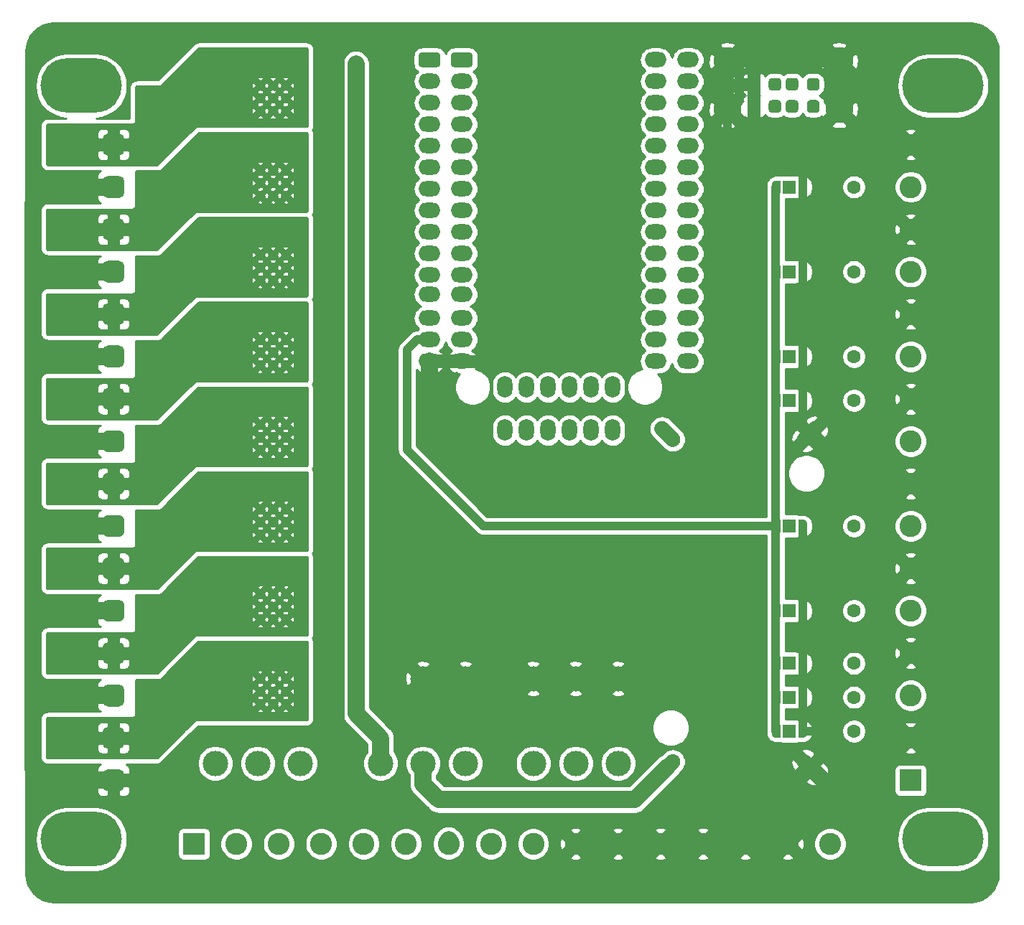
<source format=gbr>
%TF.GenerationSoftware,KiCad,Pcbnew,5.1.12-84ad8e8a86~92~ubuntu20.04.1*%
%TF.CreationDate,2021-12-20T15:55:19+05:30*%
%TF.ProjectId,veloce,76656c6f-6365-42e6-9b69-6361645f7063,v2*%
%TF.SameCoordinates,Original*%
%TF.FileFunction,Copper,L2,Bot*%
%TF.FilePolarity,Positive*%
%FSLAX46Y46*%
G04 Gerber Fmt 4.6, Leading zero omitted, Abs format (unit mm)*
G04 Created by KiCad (PCBNEW 5.1.12-84ad8e8a86~92~ubuntu20.04.1) date 2021-12-20 15:55:19*
%MOMM*%
%LPD*%
G01*
G04 APERTURE LIST*
%TA.AperFunction,ComponentPad*%
%ADD10C,0.800000*%
%TD*%
%TA.AperFunction,ComponentPad*%
%ADD11O,1.800000X2.600000*%
%TD*%
%TA.AperFunction,ComponentPad*%
%ADD12O,2.600000X1.800000*%
%TD*%
%TA.AperFunction,ComponentPad*%
%ADD13O,9.600000X6.400000*%
%TD*%
%TA.AperFunction,ComponentPad*%
%ADD14C,3.000000*%
%TD*%
%TA.AperFunction,ComponentPad*%
%ADD15C,2.600000*%
%TD*%
%TA.AperFunction,ComponentPad*%
%ADD16R,2.600000X2.600000*%
%TD*%
%TA.AperFunction,ComponentPad*%
%ADD17C,1.600000*%
%TD*%
%TA.AperFunction,SMDPad,CuDef*%
%ADD18C,0.100000*%
%TD*%
%TA.AperFunction,ComponentPad*%
%ADD19R,1.600000X1.600000*%
%TD*%
%TA.AperFunction,ComponentPad*%
%ADD20C,3.300000*%
%TD*%
%TA.AperFunction,ViaPad*%
%ADD21C,0.800000*%
%TD*%
%TA.AperFunction,Conductor*%
%ADD22C,2.000000*%
%TD*%
%TA.AperFunction,Conductor*%
%ADD23C,1.000000*%
%TD*%
%TA.AperFunction,Conductor*%
%ADD24C,1.500000*%
%TD*%
%TA.AperFunction,Conductor*%
%ADD25C,0.250000*%
%TD*%
%TA.AperFunction,Conductor*%
%ADD26C,0.100000*%
%TD*%
G04 APERTURE END LIST*
D10*
%TO.P,Q15,2*%
%TO.N,/MOSFETS/OP8*%
X73300000Y-128500000D03*
X73300000Y-127000000D03*
X73300000Y-125500000D03*
X71800000Y-125500000D03*
X70300000Y-125500000D03*
X70300000Y-127000000D03*
X70300000Y-128500000D03*
X71800000Y-128500000D03*
X71800000Y-127000000D03*
%TD*%
%TO.P,Q13,2*%
%TO.N,/MOSFETS/OP7*%
X73300000Y-118500000D03*
X73300000Y-117000000D03*
X73300000Y-115500000D03*
X71800000Y-115500000D03*
X70300000Y-115500000D03*
X70300000Y-117000000D03*
X70300000Y-118500000D03*
X71800000Y-118500000D03*
X71800000Y-117000000D03*
%TD*%
%TO.P,Q11,2*%
%TO.N,/MOSFETS/OP6*%
X73300000Y-108500000D03*
X73300000Y-107000000D03*
X73300000Y-105500000D03*
X71800000Y-105500000D03*
X70300000Y-105500000D03*
X70300000Y-107000000D03*
X70300000Y-108500000D03*
X71800000Y-108500000D03*
X71800000Y-107000000D03*
%TD*%
%TO.P,Q9,2*%
%TO.N,/MOSFETS/OP5*%
X73300000Y-98500000D03*
X73300000Y-97000000D03*
X73300000Y-95500000D03*
X71800000Y-95500000D03*
X70300000Y-95500000D03*
X70300000Y-97000000D03*
X70300000Y-98500000D03*
X71800000Y-98500000D03*
X71800000Y-97000000D03*
%TD*%
%TO.P,Q7,2*%
%TO.N,/MOSFETS/OP4*%
X73300000Y-88500000D03*
X73300000Y-87000000D03*
X73300000Y-85500000D03*
X71800000Y-85500000D03*
X70300000Y-85500000D03*
X70300000Y-87000000D03*
X70300000Y-88500000D03*
X71800000Y-88500000D03*
X71800000Y-87000000D03*
%TD*%
%TO.P,Q5,2*%
%TO.N,/MOSFETS/OP3*%
X73300000Y-78500000D03*
X73300000Y-77000000D03*
X73300000Y-75500000D03*
X71800000Y-75500000D03*
X70300000Y-75500000D03*
X70300000Y-77000000D03*
X70300000Y-78500000D03*
X71800000Y-78500000D03*
X71800000Y-77000000D03*
%TD*%
%TO.P,Q3,2*%
%TO.N,/MOSFETS/OP2*%
X73300000Y-68500000D03*
X73300000Y-67000000D03*
X73300000Y-65500000D03*
X71800000Y-65500000D03*
X70300000Y-65500000D03*
X70300000Y-67000000D03*
X70300000Y-68500000D03*
X71800000Y-68500000D03*
X71800000Y-67000000D03*
%TD*%
%TO.P,Q1,2*%
%TO.N,/MOSFETS/OP1*%
X73300000Y-58500000D03*
X73300000Y-57000000D03*
X73300000Y-55500000D03*
X71800000Y-55500000D03*
X70300000Y-55500000D03*
X70300000Y-57000000D03*
X70300000Y-58500000D03*
X71800000Y-58500000D03*
X71800000Y-57000000D03*
%TD*%
D11*
%TO.P,U1,36*%
%TO.N,Net-(U1-Pad36)*%
X111850000Y-96184000D03*
%TO.P,U1,35*%
%TO.N,Net-(U1-Pad35)*%
X109310000Y-96184000D03*
%TO.P,U1,34*%
%TO.N,Net-(U1-Pad34)*%
X106770000Y-96184000D03*
%TO.P,U1,33*%
%TO.N,Net-(U1-Pad33)*%
X104230000Y-96184000D03*
%TO.P,U1,32*%
%TO.N,Net-(U1-Pad32)*%
X101690000Y-96184000D03*
%TO.P,U1,31*%
%TO.N,Net-(U1-Pad31)*%
X99150000Y-96184000D03*
D12*
%TO.P,U1,24*%
%TO.N,/IN3*%
X120740000Y-67736000D03*
%TO.P,U1,25*%
%TO.N,/IN2*%
X120740000Y-65196000D03*
%TO.P,U1,20*%
%TO.N,/IN7*%
X120740000Y-77896000D03*
%TO.P,U1,21*%
%TO.N,/IN6*%
X120740000Y-75356000D03*
%TO.P,U1,22*%
%TO.N,/IN5*%
X120740000Y-72816000D03*
%TO.P,U1,23*%
%TO.N,/IN4*%
X120740000Y-70276000D03*
%TO.P,U1,30*%
%TO.N,Net-(U1-Pad30)*%
X120740000Y-52496000D03*
%TO.P,U1,29*%
%TO.N,Net-(U1-Pad29)*%
X120740000Y-55036000D03*
%TO.P,U1,28*%
%TO.N,Net-(U1-Pad28)*%
X120740000Y-57576000D03*
%TO.P,U1,27*%
%TO.N,Net-(U1-Pad27)*%
X120740000Y-60116000D03*
%TO.P,U1,26*%
%TO.N,/IN1*%
X120740000Y-62656000D03*
%TO.P,U1,16*%
%TO.N,/5V*%
X120740000Y-88056000D03*
%TO.P,U1,17*%
%TO.N,Net-(U1-Pad17)*%
X120740000Y-85516000D03*
%TO.P,U1,18*%
%TO.N,/BRAKE*%
X120740000Y-82976000D03*
%TO.P,U1,19*%
%TO.N,/IN8*%
X120740000Y-80436000D03*
%TO.P,U1,2*%
%TO.N,Net-(U1-Pad2)*%
X90260000Y-55036000D03*
%TO.P,U1,1*%
%TO.N,Net-(U1-Pad1)*%
%TA.AperFunction,ComponentPad*%
G36*
G01*
X88960000Y-52946000D02*
X88960000Y-52046000D01*
G75*
G02*
X89410000Y-51596000I450000J0D01*
G01*
X91110000Y-51596000D01*
G75*
G02*
X91560000Y-52046000I0J-450000D01*
G01*
X91560000Y-52946000D01*
G75*
G02*
X91110000Y-53396000I-450000J0D01*
G01*
X89410000Y-53396000D01*
G75*
G02*
X88960000Y-52946000I0J450000D01*
G01*
G37*
%TD.AperFunction*%
%TO.P,U1,7*%
%TO.N,/OUT2*%
X90260000Y-67736000D03*
%TO.P,U1,6*%
%TO.N,/OUT1*%
X90260000Y-65196000D03*
%TO.P,U1,5*%
%TO.N,Net-(U1-Pad5)*%
X90260000Y-62656000D03*
%TO.P,U1,4*%
%TO.N,Net-(U1-Pad4)*%
X90260000Y-60116000D03*
%TO.P,U1,3*%
%TO.N,Net-(U1-Pad3)*%
X90260000Y-57576000D03*
%TO.P,U1,15*%
%TO.N,/GND*%
X90260000Y-88056000D03*
%TO.P,U1,14*%
%TO.N,/3V3*%
X90260000Y-85516000D03*
%TO.P,U1,13*%
%TO.N,/OUT8*%
X90260000Y-82976000D03*
%TO.P,U1,12*%
%TO.N,/OUT7*%
X90260000Y-80182000D03*
%TO.P,U1,11*%
%TO.N,/OUT6*%
X90260000Y-77896000D03*
%TO.P,U1,10*%
%TO.N,/OUT5*%
X90260000Y-75356000D03*
%TO.P,U1,9*%
%TO.N,/OUT4*%
X90260000Y-72816000D03*
%TO.P,U1,8*%
%TO.N,/OUT3*%
X90260000Y-70276000D03*
%TO.P,U1,30*%
%TO.N,Net-(U1-Pad30)*%
X116930000Y-52496000D03*
%TO.P,U1,29*%
%TO.N,Net-(U1-Pad29)*%
X116930000Y-55036000D03*
%TO.P,U1,28*%
%TO.N,Net-(U1-Pad28)*%
X116930000Y-57576000D03*
%TO.P,U1,27*%
%TO.N,Net-(U1-Pad27)*%
X116930000Y-60116000D03*
%TO.P,U1,26*%
%TO.N,/IN1*%
X116930000Y-62656000D03*
%TO.P,U1,15*%
%TO.N,/GND*%
X94070000Y-88056000D03*
%TO.P,U1,14*%
%TO.N,/3V3*%
X94070000Y-85516000D03*
%TO.P,U1,13*%
%TO.N,/OUT8*%
X94070000Y-82976000D03*
%TO.P,U1,12*%
%TO.N,/OUT7*%
X94070000Y-80182000D03*
%TO.P,U1,11*%
%TO.N,/OUT6*%
X94070000Y-77896000D03*
D11*
%TO.P,U1,36*%
%TO.N,Net-(U1-Pad36)*%
X111850000Y-91104000D03*
%TO.P,U1,35*%
%TO.N,Net-(U1-Pad35)*%
X109310000Y-91104000D03*
%TO.P,U1,34*%
%TO.N,Net-(U1-Pad34)*%
X106770000Y-91104000D03*
%TO.P,U1,33*%
%TO.N,Net-(U1-Pad33)*%
X104230000Y-91104000D03*
%TO.P,U1,32*%
%TO.N,Net-(U1-Pad32)*%
X101690000Y-91104000D03*
%TO.P,U1,31*%
%TO.N,Net-(U1-Pad31)*%
X99150000Y-91104000D03*
D12*
%TO.P,U1,16*%
%TO.N,/5V*%
X116930000Y-88056000D03*
%TO.P,U1,10*%
%TO.N,/OUT5*%
X94070000Y-75356000D03*
%TO.P,U1,17*%
%TO.N,Net-(U1-Pad17)*%
X116930000Y-85516000D03*
%TO.P,U1,9*%
%TO.N,/OUT4*%
X94070000Y-72816000D03*
%TO.P,U1,18*%
%TO.N,/BRAKE*%
X116930000Y-82976000D03*
%TO.P,U1,8*%
%TO.N,/OUT3*%
X94070000Y-70276000D03*
%TO.P,U1,19*%
%TO.N,/IN8*%
X116930000Y-80436000D03*
%TO.P,U1,7*%
%TO.N,/OUT2*%
X94070000Y-67736000D03*
%TO.P,U1,20*%
%TO.N,/IN7*%
X116930000Y-77896000D03*
%TO.P,U1,6*%
%TO.N,/OUT1*%
X94070000Y-65196000D03*
%TO.P,U1,21*%
%TO.N,/IN6*%
X116930000Y-75356000D03*
%TO.P,U1,5*%
%TO.N,Net-(U1-Pad5)*%
X94070000Y-62656000D03*
%TO.P,U1,22*%
%TO.N,/IN5*%
X116930000Y-72816000D03*
%TO.P,U1,4*%
%TO.N,Net-(U1-Pad4)*%
X94070000Y-60116000D03*
%TO.P,U1,23*%
%TO.N,/IN4*%
X116930000Y-70276000D03*
%TO.P,U1,3*%
%TO.N,Net-(U1-Pad3)*%
X94070000Y-57576000D03*
%TO.P,U1,24*%
%TO.N,/IN3*%
X116930000Y-67736000D03*
%TO.P,U1,2*%
%TO.N,Net-(U1-Pad2)*%
X94070000Y-55036000D03*
%TO.P,U1,25*%
%TO.N,/IN2*%
X116930000Y-65196000D03*
%TO.P,U1,1*%
%TO.N,Net-(U1-Pad1)*%
%TA.AperFunction,ComponentPad*%
G36*
G01*
X92770000Y-52946000D02*
X92770000Y-52046000D01*
G75*
G02*
X93220000Y-51596000I450000J0D01*
G01*
X94920000Y-51596000D01*
G75*
G02*
X95370000Y-52046000I0J-450000D01*
G01*
X95370000Y-52946000D01*
G75*
G02*
X94920000Y-53396000I-450000J0D01*
G01*
X93220000Y-53396000D01*
G75*
G02*
X92770000Y-52946000I0J450000D01*
G01*
G37*
%TD.AperFunction*%
%TD*%
%TO.P,PS2,VO*%
%TO.N,/5V*%
%TA.AperFunction,ComponentPad*%
G36*
G01*
X119572792Y-97922792D02*
X119572792Y-97922792D01*
G75*
G02*
X118300000Y-97922792I-636396J636396D01*
G01*
X117027208Y-96650000D01*
G75*
G02*
X117027208Y-95377208I636396J636396D01*
G01*
X117027208Y-95377208D01*
G75*
G02*
X118300000Y-95377208I636396J-636396D01*
G01*
X119572792Y-96650000D01*
G75*
G02*
X119572792Y-97922792I-636396J-636396D01*
G01*
G37*
%TD.AperFunction*%
%TO.P,PS2,VIN*%
%TO.N,/12V*%
%TA.AperFunction,ComponentPad*%
G36*
G01*
X117027208Y-137222792D02*
X117027208Y-137222792D01*
G75*
G02*
X117027208Y-135950000I636396J636396D01*
G01*
X118300000Y-134677208D01*
G75*
G02*
X119572792Y-134677208I636396J-636396D01*
G01*
X119572792Y-134677208D01*
G75*
G02*
X119572792Y-135950000I-636396J-636396D01*
G01*
X118300000Y-137222792D01*
G75*
G02*
X117027208Y-137222792I-636396J636396D01*
G01*
G37*
%TD.AperFunction*%
%TO.P,PS2,GND*%
%TO.N,/GND*%
%TA.AperFunction,ComponentPad*%
G36*
G01*
X136372792Y-95377208D02*
X136372792Y-95377208D01*
G75*
G02*
X136372792Y-96650000I-636396J-636396D01*
G01*
X135100000Y-97922792D01*
G75*
G02*
X133827208Y-97922792I-636396J636396D01*
G01*
X133827208Y-97922792D01*
G75*
G02*
X133827208Y-96650000I636396J636396D01*
G01*
X135100000Y-95377208D01*
G75*
G02*
X136372792Y-95377208I636396J-636396D01*
G01*
G37*
%TD.AperFunction*%
%TA.AperFunction,ComponentPad*%
G36*
G01*
X136372792Y-137222792D02*
X136372792Y-137222792D01*
G75*
G02*
X135100000Y-137222792I-636396J636396D01*
G01*
X133827208Y-135950000D01*
G75*
G02*
X133827208Y-134677208I636396J636396D01*
G01*
X133827208Y-134677208D01*
G75*
G02*
X135100000Y-134677208I636396J-636396D01*
G01*
X136372792Y-135950000D01*
G75*
G02*
X136372792Y-137222792I-636396J-636396D01*
G01*
G37*
%TD.AperFunction*%
%TD*%
D13*
%TO.P,H2,1*%
%TO.N,N/C*%
X150800000Y-144450000D03*
D10*
X154800000Y-144450000D03*
X152400000Y-146850000D03*
X150800000Y-146850000D03*
X149200000Y-146850000D03*
X146800000Y-144450000D03*
X149200000Y-142050000D03*
X150800000Y-142050000D03*
X152400000Y-142050000D03*
%TD*%
D13*
%TO.P,H4,1*%
%TO.N,N/C*%
X49200000Y-144450000D03*
D10*
X53200000Y-144450000D03*
X50800000Y-146850000D03*
X49200000Y-146850000D03*
X47600000Y-146850000D03*
X45200000Y-144450000D03*
X47600000Y-142050000D03*
X49200000Y-142050000D03*
X50800000Y-142050000D03*
%TD*%
D13*
%TO.P,H3,1*%
%TO.N,N/C*%
X150800000Y-55550000D03*
D10*
X154800000Y-55550000D03*
X152400000Y-57950000D03*
X150800000Y-57950000D03*
X149200000Y-57950000D03*
X146800000Y-55550000D03*
X149200000Y-53150000D03*
X150800000Y-53150000D03*
X152400000Y-53150000D03*
%TD*%
D13*
%TO.P,H1,1*%
%TO.N,N/C*%
X49200000Y-55550000D03*
D10*
X53200000Y-55550000D03*
X50800000Y-57950000D03*
X49200000Y-57950000D03*
X47600000Y-57950000D03*
X45200000Y-55550000D03*
X47600000Y-53150000D03*
X49200000Y-53150000D03*
X50800000Y-53150000D03*
%TD*%
D14*
%TO.P,P9,1*%
%TO.N,/5V*%
X112500000Y-135500000D03*
%TD*%
%TO.P,P8,1*%
%TO.N,/5V*%
X107500000Y-135500000D03*
%TD*%
%TO.P,P7,1*%
%TO.N,/5V*%
X102500000Y-135500000D03*
%TD*%
%TO.P,P6,1*%
%TO.N,/12V*%
X94500000Y-135500000D03*
%TD*%
%TO.P,P5,1*%
%TO.N,/12V*%
X89500000Y-135500000D03*
%TD*%
%TO.P,P4,1*%
%TO.N,/12V*%
X84500000Y-135500000D03*
%TD*%
%TO.P,P3,1*%
%TO.N,/72V*%
X75000000Y-135500000D03*
%TD*%
%TO.P,P2,1*%
%TO.N,/72V*%
X70000000Y-135500000D03*
%TD*%
%TO.P,P1,1*%
%TO.N,/72V*%
X65000000Y-135500000D03*
%TD*%
%TO.P,J8,1*%
%TO.N,/MOSFETS/OP8*%
%TA.AperFunction,ComponentPad*%
G36*
G01*
X52350000Y-131200000D02*
X53650000Y-131200000D01*
G75*
G02*
X54300000Y-131850000I0J-650000D01*
G01*
X54300000Y-133150000D01*
G75*
G02*
X53650000Y-133800000I-650000J0D01*
G01*
X52350000Y-133800000D01*
G75*
G02*
X51700000Y-133150000I0J650000D01*
G01*
X51700000Y-131850000D01*
G75*
G02*
X52350000Y-131200000I650000J0D01*
G01*
G37*
%TD.AperFunction*%
%TO.P,J8,2*%
%TO.N,/GND*%
%TA.AperFunction,ComponentPad*%
G36*
G01*
X52350000Y-136200000D02*
X53650000Y-136200000D01*
G75*
G02*
X54300000Y-136850000I0J-650000D01*
G01*
X54300000Y-138150000D01*
G75*
G02*
X53650000Y-138800000I-650000J0D01*
G01*
X52350000Y-138800000D01*
G75*
G02*
X51700000Y-138150000I0J650000D01*
G01*
X51700000Y-136850000D01*
G75*
G02*
X52350000Y-136200000I650000J0D01*
G01*
G37*
%TD.AperFunction*%
%TD*%
%TO.P,J7,1*%
%TO.N,/MOSFETS/OP7*%
%TA.AperFunction,ComponentPad*%
G36*
G01*
X52350000Y-121200000D02*
X53650000Y-121200000D01*
G75*
G02*
X54300000Y-121850000I0J-650000D01*
G01*
X54300000Y-123150000D01*
G75*
G02*
X53650000Y-123800000I-650000J0D01*
G01*
X52350000Y-123800000D01*
G75*
G02*
X51700000Y-123150000I0J650000D01*
G01*
X51700000Y-121850000D01*
G75*
G02*
X52350000Y-121200000I650000J0D01*
G01*
G37*
%TD.AperFunction*%
%TO.P,J7,2*%
%TO.N,/GND*%
%TA.AperFunction,ComponentPad*%
G36*
G01*
X52350000Y-126200000D02*
X53650000Y-126200000D01*
G75*
G02*
X54300000Y-126850000I0J-650000D01*
G01*
X54300000Y-128150000D01*
G75*
G02*
X53650000Y-128800000I-650000J0D01*
G01*
X52350000Y-128800000D01*
G75*
G02*
X51700000Y-128150000I0J650000D01*
G01*
X51700000Y-126850000D01*
G75*
G02*
X52350000Y-126200000I650000J0D01*
G01*
G37*
%TD.AperFunction*%
%TD*%
%TO.P,J6,1*%
%TO.N,/MOSFETS/OP6*%
%TA.AperFunction,ComponentPad*%
G36*
G01*
X52350000Y-111200000D02*
X53650000Y-111200000D01*
G75*
G02*
X54300000Y-111850000I0J-650000D01*
G01*
X54300000Y-113150000D01*
G75*
G02*
X53650000Y-113800000I-650000J0D01*
G01*
X52350000Y-113800000D01*
G75*
G02*
X51700000Y-113150000I0J650000D01*
G01*
X51700000Y-111850000D01*
G75*
G02*
X52350000Y-111200000I650000J0D01*
G01*
G37*
%TD.AperFunction*%
%TO.P,J6,2*%
%TO.N,/GND*%
%TA.AperFunction,ComponentPad*%
G36*
G01*
X52350000Y-116200000D02*
X53650000Y-116200000D01*
G75*
G02*
X54300000Y-116850000I0J-650000D01*
G01*
X54300000Y-118150000D01*
G75*
G02*
X53650000Y-118800000I-650000J0D01*
G01*
X52350000Y-118800000D01*
G75*
G02*
X51700000Y-118150000I0J650000D01*
G01*
X51700000Y-116850000D01*
G75*
G02*
X52350000Y-116200000I650000J0D01*
G01*
G37*
%TD.AperFunction*%
%TD*%
%TO.P,J5,1*%
%TO.N,/MOSFETS/OP5*%
%TA.AperFunction,ComponentPad*%
G36*
G01*
X52350000Y-101200000D02*
X53650000Y-101200000D01*
G75*
G02*
X54300000Y-101850000I0J-650000D01*
G01*
X54300000Y-103150000D01*
G75*
G02*
X53650000Y-103800000I-650000J0D01*
G01*
X52350000Y-103800000D01*
G75*
G02*
X51700000Y-103150000I0J650000D01*
G01*
X51700000Y-101850000D01*
G75*
G02*
X52350000Y-101200000I650000J0D01*
G01*
G37*
%TD.AperFunction*%
%TO.P,J5,2*%
%TO.N,/GND*%
%TA.AperFunction,ComponentPad*%
G36*
G01*
X52350000Y-106200000D02*
X53650000Y-106200000D01*
G75*
G02*
X54300000Y-106850000I0J-650000D01*
G01*
X54300000Y-108150000D01*
G75*
G02*
X53650000Y-108800000I-650000J0D01*
G01*
X52350000Y-108800000D01*
G75*
G02*
X51700000Y-108150000I0J650000D01*
G01*
X51700000Y-106850000D01*
G75*
G02*
X52350000Y-106200000I650000J0D01*
G01*
G37*
%TD.AperFunction*%
%TD*%
%TO.P,J4,1*%
%TO.N,/MOSFETS/OP4*%
%TA.AperFunction,ComponentPad*%
G36*
G01*
X52350000Y-91200000D02*
X53650000Y-91200000D01*
G75*
G02*
X54300000Y-91850000I0J-650000D01*
G01*
X54300000Y-93150000D01*
G75*
G02*
X53650000Y-93800000I-650000J0D01*
G01*
X52350000Y-93800000D01*
G75*
G02*
X51700000Y-93150000I0J650000D01*
G01*
X51700000Y-91850000D01*
G75*
G02*
X52350000Y-91200000I650000J0D01*
G01*
G37*
%TD.AperFunction*%
%TO.P,J4,2*%
%TO.N,/GND*%
%TA.AperFunction,ComponentPad*%
G36*
G01*
X52350000Y-96200000D02*
X53650000Y-96200000D01*
G75*
G02*
X54300000Y-96850000I0J-650000D01*
G01*
X54300000Y-98150000D01*
G75*
G02*
X53650000Y-98800000I-650000J0D01*
G01*
X52350000Y-98800000D01*
G75*
G02*
X51700000Y-98150000I0J650000D01*
G01*
X51700000Y-96850000D01*
G75*
G02*
X52350000Y-96200000I650000J0D01*
G01*
G37*
%TD.AperFunction*%
%TD*%
%TO.P,J3,1*%
%TO.N,/MOSFETS/OP3*%
%TA.AperFunction,ComponentPad*%
G36*
G01*
X52350000Y-81200000D02*
X53650000Y-81200000D01*
G75*
G02*
X54300000Y-81850000I0J-650000D01*
G01*
X54300000Y-83150000D01*
G75*
G02*
X53650000Y-83800000I-650000J0D01*
G01*
X52350000Y-83800000D01*
G75*
G02*
X51700000Y-83150000I0J650000D01*
G01*
X51700000Y-81850000D01*
G75*
G02*
X52350000Y-81200000I650000J0D01*
G01*
G37*
%TD.AperFunction*%
%TO.P,J3,2*%
%TO.N,/GND*%
%TA.AperFunction,ComponentPad*%
G36*
G01*
X52350000Y-86200000D02*
X53650000Y-86200000D01*
G75*
G02*
X54300000Y-86850000I0J-650000D01*
G01*
X54300000Y-88150000D01*
G75*
G02*
X53650000Y-88800000I-650000J0D01*
G01*
X52350000Y-88800000D01*
G75*
G02*
X51700000Y-88150000I0J650000D01*
G01*
X51700000Y-86850000D01*
G75*
G02*
X52350000Y-86200000I650000J0D01*
G01*
G37*
%TD.AperFunction*%
%TD*%
%TO.P,J2,1*%
%TO.N,/MOSFETS/OP2*%
%TA.AperFunction,ComponentPad*%
G36*
G01*
X52350000Y-71200000D02*
X53650000Y-71200000D01*
G75*
G02*
X54300000Y-71850000I0J-650000D01*
G01*
X54300000Y-73150000D01*
G75*
G02*
X53650000Y-73800000I-650000J0D01*
G01*
X52350000Y-73800000D01*
G75*
G02*
X51700000Y-73150000I0J650000D01*
G01*
X51700000Y-71850000D01*
G75*
G02*
X52350000Y-71200000I650000J0D01*
G01*
G37*
%TD.AperFunction*%
%TO.P,J2,2*%
%TO.N,/GND*%
%TA.AperFunction,ComponentPad*%
G36*
G01*
X52350000Y-76200000D02*
X53650000Y-76200000D01*
G75*
G02*
X54300000Y-76850000I0J-650000D01*
G01*
X54300000Y-78150000D01*
G75*
G02*
X53650000Y-78800000I-650000J0D01*
G01*
X52350000Y-78800000D01*
G75*
G02*
X51700000Y-78150000I0J650000D01*
G01*
X51700000Y-76850000D01*
G75*
G02*
X52350000Y-76200000I650000J0D01*
G01*
G37*
%TD.AperFunction*%
%TD*%
%TO.P,J1,1*%
%TO.N,/MOSFETS/OP1*%
%TA.AperFunction,ComponentPad*%
G36*
G01*
X52350000Y-61200000D02*
X53650000Y-61200000D01*
G75*
G02*
X54300000Y-61850000I0J-650000D01*
G01*
X54300000Y-63150000D01*
G75*
G02*
X53650000Y-63800000I-650000J0D01*
G01*
X52350000Y-63800000D01*
G75*
G02*
X51700000Y-63150000I0J650000D01*
G01*
X51700000Y-61850000D01*
G75*
G02*
X52350000Y-61200000I650000J0D01*
G01*
G37*
%TD.AperFunction*%
%TO.P,J1,2*%
%TO.N,/GND*%
%TA.AperFunction,ComponentPad*%
G36*
G01*
X52350000Y-66200000D02*
X53650000Y-66200000D01*
G75*
G02*
X54300000Y-66850000I0J-650000D01*
G01*
X54300000Y-68150000D01*
G75*
G02*
X53650000Y-68800000I-650000J0D01*
G01*
X52350000Y-68800000D01*
G75*
G02*
X51700000Y-68150000I0J650000D01*
G01*
X51700000Y-66850000D01*
G75*
G02*
X52350000Y-66200000I650000J0D01*
G01*
G37*
%TD.AperFunction*%
%TD*%
D15*
%TO.P,J9,16*%
%TO.N,/BRAKE*%
X137500000Y-145000000D03*
%TO.P,J9,15*%
%TO.N,/GND*%
X132500000Y-145000000D03*
%TO.P,J9,14*%
X127500000Y-145000000D03*
%TO.P,J9,13*%
X122500000Y-145000000D03*
%TO.P,J9,12*%
X117500000Y-145000000D03*
%TO.P,J9,11*%
X112500000Y-145000000D03*
%TO.P,J9,10*%
X107500000Y-145000000D03*
%TO.P,J9,9*%
%TO.N,/5V*%
X102500000Y-145000000D03*
%TO.P,J9,8*%
X97500000Y-145000000D03*
%TO.P,J9,7*%
X92500000Y-145000000D03*
%TO.P,J9,6*%
%TO.N,/12V*%
X87500000Y-145000000D03*
%TO.P,J9,5*%
X82500000Y-145000000D03*
%TO.P,J9,4*%
X77500000Y-145000000D03*
%TO.P,J9,3*%
%TO.N,/72V*%
X72500000Y-145000000D03*
%TO.P,J9,2*%
X67500000Y-145000000D03*
D16*
%TO.P,J9,1*%
X62500000Y-145000000D03*
%TD*%
D15*
%TO.P,J20,16*%
%TO.N,/GND*%
X147000000Y-62500000D03*
%TO.P,J20,15*%
%TO.N,/IN1*%
X147000000Y-67500000D03*
%TO.P,J20,14*%
%TO.N,/GND*%
X147000000Y-72500000D03*
%TO.P,J20,13*%
%TO.N,/IN2*%
X147000000Y-77500000D03*
%TO.P,J20,12*%
%TO.N,/GND*%
X147000000Y-82500000D03*
%TO.P,J20,11*%
%TO.N,/IN3*%
X147000000Y-87500000D03*
%TO.P,J20,10*%
%TO.N,/GND*%
X147000000Y-92500000D03*
%TO.P,J20,9*%
%TO.N,/IN4*%
X147000000Y-97500000D03*
%TO.P,J20,8*%
%TO.N,/GND*%
X147000000Y-102500000D03*
%TO.P,J20,7*%
%TO.N,/IN5*%
X147000000Y-107500000D03*
%TO.P,J20,6*%
%TO.N,/GND*%
X147000000Y-112500000D03*
%TO.P,J20,5*%
%TO.N,/IN6*%
X147000000Y-117500000D03*
%TO.P,J20,4*%
%TO.N,/GND*%
X147000000Y-122500000D03*
%TO.P,J20,3*%
%TO.N,/IN7*%
X147000000Y-127500000D03*
%TO.P,J20,2*%
%TO.N,/GND*%
X147000000Y-132500000D03*
D16*
%TO.P,J20,1*%
%TO.N,/IN8*%
X147000000Y-137500000D03*
%TD*%
D17*
%TO.P,R32,1*%
%TO.N,Net-(JP9-Pad2)*%
X132700000Y-127700000D03*
%TO.P,R32,2*%
%TO.N,/IN8*%
X140320000Y-127700000D03*
%TD*%
%TO.P,R31,1*%
%TO.N,Net-(JP8-Pad2)*%
X132700000Y-123700000D03*
%TO.P,R31,2*%
%TO.N,/IN7*%
X140320000Y-123700000D03*
%TD*%
%TO.P,R30,1*%
%TO.N,Net-(JP7-Pad2)*%
X132700000Y-117500000D03*
%TO.P,R30,2*%
%TO.N,/IN6*%
X140320000Y-117500000D03*
%TD*%
%TO.P,R29,1*%
%TO.N,Net-(JP6-Pad2)*%
X132700000Y-107500000D03*
%TO.P,R29,2*%
%TO.N,/IN5*%
X140320000Y-107500000D03*
%TD*%
%TO.P,R28,1*%
%TO.N,Net-(JP5-Pad2)*%
X132700000Y-92700000D03*
%TO.P,R28,2*%
%TO.N,/IN4*%
X140320000Y-92700000D03*
%TD*%
%TO.P,R27,1*%
%TO.N,Net-(JP4-Pad2)*%
X132700000Y-87500000D03*
%TO.P,R27,2*%
%TO.N,/IN3*%
X140320000Y-87500000D03*
%TD*%
%TO.P,R26,1*%
%TO.N,Net-(JP3-Pad2)*%
X132700000Y-77500000D03*
%TO.P,R26,2*%
%TO.N,/IN2*%
X140320000Y-77500000D03*
%TD*%
%TO.P,R25,1*%
%TO.N,Net-(JP2-Pad2)*%
X132700000Y-67500000D03*
%TO.P,R25,2*%
%TO.N,/IN1*%
X140320000Y-67500000D03*
%TD*%
%TO.P,R33,1*%
%TO.N,Net-(JP1-Pad2)*%
X132700000Y-131700000D03*
%TO.P,R33,2*%
%TO.N,/BRAKE*%
X140320000Y-131700000D03*
%TD*%
%TA.AperFunction,SMDPad,CuDef*%
D18*
%TO.P,JP1,1*%
%TO.N,/3V3*%
G36*
X131650000Y-132450000D02*
G01*
X131100000Y-132450000D01*
X131100000Y-132449398D01*
X131075466Y-132449398D01*
X131026635Y-132444588D01*
X130978510Y-132435016D01*
X130931555Y-132420772D01*
X130886222Y-132401995D01*
X130842949Y-132378864D01*
X130802150Y-132351604D01*
X130764221Y-132320476D01*
X130729524Y-132285779D01*
X130698396Y-132247850D01*
X130671136Y-132207051D01*
X130648005Y-132163778D01*
X130629228Y-132118445D01*
X130614984Y-132071490D01*
X130605412Y-132023365D01*
X130600602Y-131974534D01*
X130600602Y-131950000D01*
X130600000Y-131950000D01*
X130600000Y-131450000D01*
X130600602Y-131450000D01*
X130600602Y-131425466D01*
X130605412Y-131376635D01*
X130614984Y-131328510D01*
X130629228Y-131281555D01*
X130648005Y-131236222D01*
X130671136Y-131192949D01*
X130698396Y-131152150D01*
X130729524Y-131114221D01*
X130764221Y-131079524D01*
X130802150Y-131048396D01*
X130842949Y-131021136D01*
X130886222Y-130998005D01*
X130931555Y-130979228D01*
X130978510Y-130964984D01*
X131026635Y-130955412D01*
X131075466Y-130950602D01*
X131100000Y-130950602D01*
X131100000Y-130950000D01*
X131650000Y-130950000D01*
X131650000Y-132450000D01*
G37*
%TD.AperFunction*%
%TA.AperFunction,SMDPad,CuDef*%
%TO.P,JP1,3*%
%TO.N,/GND*%
G36*
X134300000Y-130950602D02*
G01*
X134324534Y-130950602D01*
X134373365Y-130955412D01*
X134421490Y-130964984D01*
X134468445Y-130979228D01*
X134513778Y-130998005D01*
X134557051Y-131021136D01*
X134597850Y-131048396D01*
X134635779Y-131079524D01*
X134670476Y-131114221D01*
X134701604Y-131152150D01*
X134728864Y-131192949D01*
X134751995Y-131236222D01*
X134770772Y-131281555D01*
X134785016Y-131328510D01*
X134794588Y-131376635D01*
X134799398Y-131425466D01*
X134799398Y-131450000D01*
X134800000Y-131450000D01*
X134800000Y-131950000D01*
X134799398Y-131950000D01*
X134799398Y-131974534D01*
X134794588Y-132023365D01*
X134785016Y-132071490D01*
X134770772Y-132118445D01*
X134751995Y-132163778D01*
X134728864Y-132207051D01*
X134701604Y-132247850D01*
X134670476Y-132285779D01*
X134635779Y-132320476D01*
X134597850Y-132351604D01*
X134557051Y-132378864D01*
X134513778Y-132401995D01*
X134468445Y-132420772D01*
X134421490Y-132435016D01*
X134373365Y-132444588D01*
X134324534Y-132449398D01*
X134300000Y-132449398D01*
X134300000Y-132450000D01*
X133750000Y-132450000D01*
X133750000Y-130950000D01*
X134300000Y-130950000D01*
X134300000Y-130950602D01*
G37*
%TD.AperFunction*%
D19*
%TO.P,JP1,2*%
%TO.N,Net-(JP1-Pad2)*%
X132700000Y-131700000D03*
%TD*%
%TA.AperFunction,SMDPad,CuDef*%
D18*
%TO.P,JP9,1*%
%TO.N,/3V3*%
G36*
X131650000Y-128450000D02*
G01*
X131100000Y-128450000D01*
X131100000Y-128449398D01*
X131075466Y-128449398D01*
X131026635Y-128444588D01*
X130978510Y-128435016D01*
X130931555Y-128420772D01*
X130886222Y-128401995D01*
X130842949Y-128378864D01*
X130802150Y-128351604D01*
X130764221Y-128320476D01*
X130729524Y-128285779D01*
X130698396Y-128247850D01*
X130671136Y-128207051D01*
X130648005Y-128163778D01*
X130629228Y-128118445D01*
X130614984Y-128071490D01*
X130605412Y-128023365D01*
X130600602Y-127974534D01*
X130600602Y-127950000D01*
X130600000Y-127950000D01*
X130600000Y-127450000D01*
X130600602Y-127450000D01*
X130600602Y-127425466D01*
X130605412Y-127376635D01*
X130614984Y-127328510D01*
X130629228Y-127281555D01*
X130648005Y-127236222D01*
X130671136Y-127192949D01*
X130698396Y-127152150D01*
X130729524Y-127114221D01*
X130764221Y-127079524D01*
X130802150Y-127048396D01*
X130842949Y-127021136D01*
X130886222Y-126998005D01*
X130931555Y-126979228D01*
X130978510Y-126964984D01*
X131026635Y-126955412D01*
X131075466Y-126950602D01*
X131100000Y-126950602D01*
X131100000Y-126950000D01*
X131650000Y-126950000D01*
X131650000Y-128450000D01*
G37*
%TD.AperFunction*%
%TA.AperFunction,SMDPad,CuDef*%
%TO.P,JP9,3*%
%TO.N,/GND*%
G36*
X134300000Y-126950602D02*
G01*
X134324534Y-126950602D01*
X134373365Y-126955412D01*
X134421490Y-126964984D01*
X134468445Y-126979228D01*
X134513778Y-126998005D01*
X134557051Y-127021136D01*
X134597850Y-127048396D01*
X134635779Y-127079524D01*
X134670476Y-127114221D01*
X134701604Y-127152150D01*
X134728864Y-127192949D01*
X134751995Y-127236222D01*
X134770772Y-127281555D01*
X134785016Y-127328510D01*
X134794588Y-127376635D01*
X134799398Y-127425466D01*
X134799398Y-127450000D01*
X134800000Y-127450000D01*
X134800000Y-127950000D01*
X134799398Y-127950000D01*
X134799398Y-127974534D01*
X134794588Y-128023365D01*
X134785016Y-128071490D01*
X134770772Y-128118445D01*
X134751995Y-128163778D01*
X134728864Y-128207051D01*
X134701604Y-128247850D01*
X134670476Y-128285779D01*
X134635779Y-128320476D01*
X134597850Y-128351604D01*
X134557051Y-128378864D01*
X134513778Y-128401995D01*
X134468445Y-128420772D01*
X134421490Y-128435016D01*
X134373365Y-128444588D01*
X134324534Y-128449398D01*
X134300000Y-128449398D01*
X134300000Y-128450000D01*
X133750000Y-128450000D01*
X133750000Y-126950000D01*
X134300000Y-126950000D01*
X134300000Y-126950602D01*
G37*
%TD.AperFunction*%
D19*
%TO.P,JP9,2*%
%TO.N,Net-(JP9-Pad2)*%
X132700000Y-127700000D03*
%TD*%
%TA.AperFunction,SMDPad,CuDef*%
D18*
%TO.P,JP8,1*%
%TO.N,/3V3*%
G36*
X131650000Y-124450000D02*
G01*
X131100000Y-124450000D01*
X131100000Y-124449398D01*
X131075466Y-124449398D01*
X131026635Y-124444588D01*
X130978510Y-124435016D01*
X130931555Y-124420772D01*
X130886222Y-124401995D01*
X130842949Y-124378864D01*
X130802150Y-124351604D01*
X130764221Y-124320476D01*
X130729524Y-124285779D01*
X130698396Y-124247850D01*
X130671136Y-124207051D01*
X130648005Y-124163778D01*
X130629228Y-124118445D01*
X130614984Y-124071490D01*
X130605412Y-124023365D01*
X130600602Y-123974534D01*
X130600602Y-123950000D01*
X130600000Y-123950000D01*
X130600000Y-123450000D01*
X130600602Y-123450000D01*
X130600602Y-123425466D01*
X130605412Y-123376635D01*
X130614984Y-123328510D01*
X130629228Y-123281555D01*
X130648005Y-123236222D01*
X130671136Y-123192949D01*
X130698396Y-123152150D01*
X130729524Y-123114221D01*
X130764221Y-123079524D01*
X130802150Y-123048396D01*
X130842949Y-123021136D01*
X130886222Y-122998005D01*
X130931555Y-122979228D01*
X130978510Y-122964984D01*
X131026635Y-122955412D01*
X131075466Y-122950602D01*
X131100000Y-122950602D01*
X131100000Y-122950000D01*
X131650000Y-122950000D01*
X131650000Y-124450000D01*
G37*
%TD.AperFunction*%
%TA.AperFunction,SMDPad,CuDef*%
%TO.P,JP8,3*%
%TO.N,/GND*%
G36*
X134300000Y-122950602D02*
G01*
X134324534Y-122950602D01*
X134373365Y-122955412D01*
X134421490Y-122964984D01*
X134468445Y-122979228D01*
X134513778Y-122998005D01*
X134557051Y-123021136D01*
X134597850Y-123048396D01*
X134635779Y-123079524D01*
X134670476Y-123114221D01*
X134701604Y-123152150D01*
X134728864Y-123192949D01*
X134751995Y-123236222D01*
X134770772Y-123281555D01*
X134785016Y-123328510D01*
X134794588Y-123376635D01*
X134799398Y-123425466D01*
X134799398Y-123450000D01*
X134800000Y-123450000D01*
X134800000Y-123950000D01*
X134799398Y-123950000D01*
X134799398Y-123974534D01*
X134794588Y-124023365D01*
X134785016Y-124071490D01*
X134770772Y-124118445D01*
X134751995Y-124163778D01*
X134728864Y-124207051D01*
X134701604Y-124247850D01*
X134670476Y-124285779D01*
X134635779Y-124320476D01*
X134597850Y-124351604D01*
X134557051Y-124378864D01*
X134513778Y-124401995D01*
X134468445Y-124420772D01*
X134421490Y-124435016D01*
X134373365Y-124444588D01*
X134324534Y-124449398D01*
X134300000Y-124449398D01*
X134300000Y-124450000D01*
X133750000Y-124450000D01*
X133750000Y-122950000D01*
X134300000Y-122950000D01*
X134300000Y-122950602D01*
G37*
%TD.AperFunction*%
D19*
%TO.P,JP8,2*%
%TO.N,Net-(JP8-Pad2)*%
X132700000Y-123700000D03*
%TD*%
%TA.AperFunction,SMDPad,CuDef*%
D18*
%TO.P,JP7,1*%
%TO.N,/3V3*%
G36*
X131650000Y-118250000D02*
G01*
X131100000Y-118250000D01*
X131100000Y-118249398D01*
X131075466Y-118249398D01*
X131026635Y-118244588D01*
X130978510Y-118235016D01*
X130931555Y-118220772D01*
X130886222Y-118201995D01*
X130842949Y-118178864D01*
X130802150Y-118151604D01*
X130764221Y-118120476D01*
X130729524Y-118085779D01*
X130698396Y-118047850D01*
X130671136Y-118007051D01*
X130648005Y-117963778D01*
X130629228Y-117918445D01*
X130614984Y-117871490D01*
X130605412Y-117823365D01*
X130600602Y-117774534D01*
X130600602Y-117750000D01*
X130600000Y-117750000D01*
X130600000Y-117250000D01*
X130600602Y-117250000D01*
X130600602Y-117225466D01*
X130605412Y-117176635D01*
X130614984Y-117128510D01*
X130629228Y-117081555D01*
X130648005Y-117036222D01*
X130671136Y-116992949D01*
X130698396Y-116952150D01*
X130729524Y-116914221D01*
X130764221Y-116879524D01*
X130802150Y-116848396D01*
X130842949Y-116821136D01*
X130886222Y-116798005D01*
X130931555Y-116779228D01*
X130978510Y-116764984D01*
X131026635Y-116755412D01*
X131075466Y-116750602D01*
X131100000Y-116750602D01*
X131100000Y-116750000D01*
X131650000Y-116750000D01*
X131650000Y-118250000D01*
G37*
%TD.AperFunction*%
%TA.AperFunction,SMDPad,CuDef*%
%TO.P,JP7,3*%
%TO.N,/GND*%
G36*
X134300000Y-116750602D02*
G01*
X134324534Y-116750602D01*
X134373365Y-116755412D01*
X134421490Y-116764984D01*
X134468445Y-116779228D01*
X134513778Y-116798005D01*
X134557051Y-116821136D01*
X134597850Y-116848396D01*
X134635779Y-116879524D01*
X134670476Y-116914221D01*
X134701604Y-116952150D01*
X134728864Y-116992949D01*
X134751995Y-117036222D01*
X134770772Y-117081555D01*
X134785016Y-117128510D01*
X134794588Y-117176635D01*
X134799398Y-117225466D01*
X134799398Y-117250000D01*
X134800000Y-117250000D01*
X134800000Y-117750000D01*
X134799398Y-117750000D01*
X134799398Y-117774534D01*
X134794588Y-117823365D01*
X134785016Y-117871490D01*
X134770772Y-117918445D01*
X134751995Y-117963778D01*
X134728864Y-118007051D01*
X134701604Y-118047850D01*
X134670476Y-118085779D01*
X134635779Y-118120476D01*
X134597850Y-118151604D01*
X134557051Y-118178864D01*
X134513778Y-118201995D01*
X134468445Y-118220772D01*
X134421490Y-118235016D01*
X134373365Y-118244588D01*
X134324534Y-118249398D01*
X134300000Y-118249398D01*
X134300000Y-118250000D01*
X133750000Y-118250000D01*
X133750000Y-116750000D01*
X134300000Y-116750000D01*
X134300000Y-116750602D01*
G37*
%TD.AperFunction*%
D19*
%TO.P,JP7,2*%
%TO.N,Net-(JP7-Pad2)*%
X132700000Y-117500000D03*
%TD*%
%TA.AperFunction,SMDPad,CuDef*%
D18*
%TO.P,JP6,1*%
%TO.N,/3V3*%
G36*
X131650000Y-108250000D02*
G01*
X131100000Y-108250000D01*
X131100000Y-108249398D01*
X131075466Y-108249398D01*
X131026635Y-108244588D01*
X130978510Y-108235016D01*
X130931555Y-108220772D01*
X130886222Y-108201995D01*
X130842949Y-108178864D01*
X130802150Y-108151604D01*
X130764221Y-108120476D01*
X130729524Y-108085779D01*
X130698396Y-108047850D01*
X130671136Y-108007051D01*
X130648005Y-107963778D01*
X130629228Y-107918445D01*
X130614984Y-107871490D01*
X130605412Y-107823365D01*
X130600602Y-107774534D01*
X130600602Y-107750000D01*
X130600000Y-107750000D01*
X130600000Y-107250000D01*
X130600602Y-107250000D01*
X130600602Y-107225466D01*
X130605412Y-107176635D01*
X130614984Y-107128510D01*
X130629228Y-107081555D01*
X130648005Y-107036222D01*
X130671136Y-106992949D01*
X130698396Y-106952150D01*
X130729524Y-106914221D01*
X130764221Y-106879524D01*
X130802150Y-106848396D01*
X130842949Y-106821136D01*
X130886222Y-106798005D01*
X130931555Y-106779228D01*
X130978510Y-106764984D01*
X131026635Y-106755412D01*
X131075466Y-106750602D01*
X131100000Y-106750602D01*
X131100000Y-106750000D01*
X131650000Y-106750000D01*
X131650000Y-108250000D01*
G37*
%TD.AperFunction*%
%TA.AperFunction,SMDPad,CuDef*%
%TO.P,JP6,3*%
%TO.N,/GND*%
G36*
X134300000Y-106750602D02*
G01*
X134324534Y-106750602D01*
X134373365Y-106755412D01*
X134421490Y-106764984D01*
X134468445Y-106779228D01*
X134513778Y-106798005D01*
X134557051Y-106821136D01*
X134597850Y-106848396D01*
X134635779Y-106879524D01*
X134670476Y-106914221D01*
X134701604Y-106952150D01*
X134728864Y-106992949D01*
X134751995Y-107036222D01*
X134770772Y-107081555D01*
X134785016Y-107128510D01*
X134794588Y-107176635D01*
X134799398Y-107225466D01*
X134799398Y-107250000D01*
X134800000Y-107250000D01*
X134800000Y-107750000D01*
X134799398Y-107750000D01*
X134799398Y-107774534D01*
X134794588Y-107823365D01*
X134785016Y-107871490D01*
X134770772Y-107918445D01*
X134751995Y-107963778D01*
X134728864Y-108007051D01*
X134701604Y-108047850D01*
X134670476Y-108085779D01*
X134635779Y-108120476D01*
X134597850Y-108151604D01*
X134557051Y-108178864D01*
X134513778Y-108201995D01*
X134468445Y-108220772D01*
X134421490Y-108235016D01*
X134373365Y-108244588D01*
X134324534Y-108249398D01*
X134300000Y-108249398D01*
X134300000Y-108250000D01*
X133750000Y-108250000D01*
X133750000Y-106750000D01*
X134300000Y-106750000D01*
X134300000Y-106750602D01*
G37*
%TD.AperFunction*%
D19*
%TO.P,JP6,2*%
%TO.N,Net-(JP6-Pad2)*%
X132700000Y-107500000D03*
%TD*%
%TA.AperFunction,SMDPad,CuDef*%
D18*
%TO.P,JP5,1*%
%TO.N,/3V3*%
G36*
X131650000Y-93450000D02*
G01*
X131100000Y-93450000D01*
X131100000Y-93449398D01*
X131075466Y-93449398D01*
X131026635Y-93444588D01*
X130978510Y-93435016D01*
X130931555Y-93420772D01*
X130886222Y-93401995D01*
X130842949Y-93378864D01*
X130802150Y-93351604D01*
X130764221Y-93320476D01*
X130729524Y-93285779D01*
X130698396Y-93247850D01*
X130671136Y-93207051D01*
X130648005Y-93163778D01*
X130629228Y-93118445D01*
X130614984Y-93071490D01*
X130605412Y-93023365D01*
X130600602Y-92974534D01*
X130600602Y-92950000D01*
X130600000Y-92950000D01*
X130600000Y-92450000D01*
X130600602Y-92450000D01*
X130600602Y-92425466D01*
X130605412Y-92376635D01*
X130614984Y-92328510D01*
X130629228Y-92281555D01*
X130648005Y-92236222D01*
X130671136Y-92192949D01*
X130698396Y-92152150D01*
X130729524Y-92114221D01*
X130764221Y-92079524D01*
X130802150Y-92048396D01*
X130842949Y-92021136D01*
X130886222Y-91998005D01*
X130931555Y-91979228D01*
X130978510Y-91964984D01*
X131026635Y-91955412D01*
X131075466Y-91950602D01*
X131100000Y-91950602D01*
X131100000Y-91950000D01*
X131650000Y-91950000D01*
X131650000Y-93450000D01*
G37*
%TD.AperFunction*%
%TA.AperFunction,SMDPad,CuDef*%
%TO.P,JP5,3*%
%TO.N,/GND*%
G36*
X134300000Y-91950602D02*
G01*
X134324534Y-91950602D01*
X134373365Y-91955412D01*
X134421490Y-91964984D01*
X134468445Y-91979228D01*
X134513778Y-91998005D01*
X134557051Y-92021136D01*
X134597850Y-92048396D01*
X134635779Y-92079524D01*
X134670476Y-92114221D01*
X134701604Y-92152150D01*
X134728864Y-92192949D01*
X134751995Y-92236222D01*
X134770772Y-92281555D01*
X134785016Y-92328510D01*
X134794588Y-92376635D01*
X134799398Y-92425466D01*
X134799398Y-92450000D01*
X134800000Y-92450000D01*
X134800000Y-92950000D01*
X134799398Y-92950000D01*
X134799398Y-92974534D01*
X134794588Y-93023365D01*
X134785016Y-93071490D01*
X134770772Y-93118445D01*
X134751995Y-93163778D01*
X134728864Y-93207051D01*
X134701604Y-93247850D01*
X134670476Y-93285779D01*
X134635779Y-93320476D01*
X134597850Y-93351604D01*
X134557051Y-93378864D01*
X134513778Y-93401995D01*
X134468445Y-93420772D01*
X134421490Y-93435016D01*
X134373365Y-93444588D01*
X134324534Y-93449398D01*
X134300000Y-93449398D01*
X134300000Y-93450000D01*
X133750000Y-93450000D01*
X133750000Y-91950000D01*
X134300000Y-91950000D01*
X134300000Y-91950602D01*
G37*
%TD.AperFunction*%
D19*
%TO.P,JP5,2*%
%TO.N,Net-(JP5-Pad2)*%
X132700000Y-92700000D03*
%TD*%
%TA.AperFunction,SMDPad,CuDef*%
D18*
%TO.P,JP4,1*%
%TO.N,/3V3*%
G36*
X131650000Y-88250000D02*
G01*
X131100000Y-88250000D01*
X131100000Y-88249398D01*
X131075466Y-88249398D01*
X131026635Y-88244588D01*
X130978510Y-88235016D01*
X130931555Y-88220772D01*
X130886222Y-88201995D01*
X130842949Y-88178864D01*
X130802150Y-88151604D01*
X130764221Y-88120476D01*
X130729524Y-88085779D01*
X130698396Y-88047850D01*
X130671136Y-88007051D01*
X130648005Y-87963778D01*
X130629228Y-87918445D01*
X130614984Y-87871490D01*
X130605412Y-87823365D01*
X130600602Y-87774534D01*
X130600602Y-87750000D01*
X130600000Y-87750000D01*
X130600000Y-87250000D01*
X130600602Y-87250000D01*
X130600602Y-87225466D01*
X130605412Y-87176635D01*
X130614984Y-87128510D01*
X130629228Y-87081555D01*
X130648005Y-87036222D01*
X130671136Y-86992949D01*
X130698396Y-86952150D01*
X130729524Y-86914221D01*
X130764221Y-86879524D01*
X130802150Y-86848396D01*
X130842949Y-86821136D01*
X130886222Y-86798005D01*
X130931555Y-86779228D01*
X130978510Y-86764984D01*
X131026635Y-86755412D01*
X131075466Y-86750602D01*
X131100000Y-86750602D01*
X131100000Y-86750000D01*
X131650000Y-86750000D01*
X131650000Y-88250000D01*
G37*
%TD.AperFunction*%
%TA.AperFunction,SMDPad,CuDef*%
%TO.P,JP4,3*%
%TO.N,/GND*%
G36*
X134300000Y-86750602D02*
G01*
X134324534Y-86750602D01*
X134373365Y-86755412D01*
X134421490Y-86764984D01*
X134468445Y-86779228D01*
X134513778Y-86798005D01*
X134557051Y-86821136D01*
X134597850Y-86848396D01*
X134635779Y-86879524D01*
X134670476Y-86914221D01*
X134701604Y-86952150D01*
X134728864Y-86992949D01*
X134751995Y-87036222D01*
X134770772Y-87081555D01*
X134785016Y-87128510D01*
X134794588Y-87176635D01*
X134799398Y-87225466D01*
X134799398Y-87250000D01*
X134800000Y-87250000D01*
X134800000Y-87750000D01*
X134799398Y-87750000D01*
X134799398Y-87774534D01*
X134794588Y-87823365D01*
X134785016Y-87871490D01*
X134770772Y-87918445D01*
X134751995Y-87963778D01*
X134728864Y-88007051D01*
X134701604Y-88047850D01*
X134670476Y-88085779D01*
X134635779Y-88120476D01*
X134597850Y-88151604D01*
X134557051Y-88178864D01*
X134513778Y-88201995D01*
X134468445Y-88220772D01*
X134421490Y-88235016D01*
X134373365Y-88244588D01*
X134324534Y-88249398D01*
X134300000Y-88249398D01*
X134300000Y-88250000D01*
X133750000Y-88250000D01*
X133750000Y-86750000D01*
X134300000Y-86750000D01*
X134300000Y-86750602D01*
G37*
%TD.AperFunction*%
D19*
%TO.P,JP4,2*%
%TO.N,Net-(JP4-Pad2)*%
X132700000Y-87500000D03*
%TD*%
%TA.AperFunction,SMDPad,CuDef*%
D18*
%TO.P,JP3,1*%
%TO.N,/3V3*%
G36*
X131650000Y-78250000D02*
G01*
X131100000Y-78250000D01*
X131100000Y-78249398D01*
X131075466Y-78249398D01*
X131026635Y-78244588D01*
X130978510Y-78235016D01*
X130931555Y-78220772D01*
X130886222Y-78201995D01*
X130842949Y-78178864D01*
X130802150Y-78151604D01*
X130764221Y-78120476D01*
X130729524Y-78085779D01*
X130698396Y-78047850D01*
X130671136Y-78007051D01*
X130648005Y-77963778D01*
X130629228Y-77918445D01*
X130614984Y-77871490D01*
X130605412Y-77823365D01*
X130600602Y-77774534D01*
X130600602Y-77750000D01*
X130600000Y-77750000D01*
X130600000Y-77250000D01*
X130600602Y-77250000D01*
X130600602Y-77225466D01*
X130605412Y-77176635D01*
X130614984Y-77128510D01*
X130629228Y-77081555D01*
X130648005Y-77036222D01*
X130671136Y-76992949D01*
X130698396Y-76952150D01*
X130729524Y-76914221D01*
X130764221Y-76879524D01*
X130802150Y-76848396D01*
X130842949Y-76821136D01*
X130886222Y-76798005D01*
X130931555Y-76779228D01*
X130978510Y-76764984D01*
X131026635Y-76755412D01*
X131075466Y-76750602D01*
X131100000Y-76750602D01*
X131100000Y-76750000D01*
X131650000Y-76750000D01*
X131650000Y-78250000D01*
G37*
%TD.AperFunction*%
%TA.AperFunction,SMDPad,CuDef*%
%TO.P,JP3,3*%
%TO.N,/GND*%
G36*
X134300000Y-76750602D02*
G01*
X134324534Y-76750602D01*
X134373365Y-76755412D01*
X134421490Y-76764984D01*
X134468445Y-76779228D01*
X134513778Y-76798005D01*
X134557051Y-76821136D01*
X134597850Y-76848396D01*
X134635779Y-76879524D01*
X134670476Y-76914221D01*
X134701604Y-76952150D01*
X134728864Y-76992949D01*
X134751995Y-77036222D01*
X134770772Y-77081555D01*
X134785016Y-77128510D01*
X134794588Y-77176635D01*
X134799398Y-77225466D01*
X134799398Y-77250000D01*
X134800000Y-77250000D01*
X134800000Y-77750000D01*
X134799398Y-77750000D01*
X134799398Y-77774534D01*
X134794588Y-77823365D01*
X134785016Y-77871490D01*
X134770772Y-77918445D01*
X134751995Y-77963778D01*
X134728864Y-78007051D01*
X134701604Y-78047850D01*
X134670476Y-78085779D01*
X134635779Y-78120476D01*
X134597850Y-78151604D01*
X134557051Y-78178864D01*
X134513778Y-78201995D01*
X134468445Y-78220772D01*
X134421490Y-78235016D01*
X134373365Y-78244588D01*
X134324534Y-78249398D01*
X134300000Y-78249398D01*
X134300000Y-78250000D01*
X133750000Y-78250000D01*
X133750000Y-76750000D01*
X134300000Y-76750000D01*
X134300000Y-76750602D01*
G37*
%TD.AperFunction*%
D19*
%TO.P,JP3,2*%
%TO.N,Net-(JP3-Pad2)*%
X132700000Y-77500000D03*
%TD*%
%TA.AperFunction,SMDPad,CuDef*%
D18*
%TO.P,JP2,1*%
%TO.N,/3V3*%
G36*
X131650000Y-68250000D02*
G01*
X131100000Y-68250000D01*
X131100000Y-68249398D01*
X131075466Y-68249398D01*
X131026635Y-68244588D01*
X130978510Y-68235016D01*
X130931555Y-68220772D01*
X130886222Y-68201995D01*
X130842949Y-68178864D01*
X130802150Y-68151604D01*
X130764221Y-68120476D01*
X130729524Y-68085779D01*
X130698396Y-68047850D01*
X130671136Y-68007051D01*
X130648005Y-67963778D01*
X130629228Y-67918445D01*
X130614984Y-67871490D01*
X130605412Y-67823365D01*
X130600602Y-67774534D01*
X130600602Y-67750000D01*
X130600000Y-67750000D01*
X130600000Y-67250000D01*
X130600602Y-67250000D01*
X130600602Y-67225466D01*
X130605412Y-67176635D01*
X130614984Y-67128510D01*
X130629228Y-67081555D01*
X130648005Y-67036222D01*
X130671136Y-66992949D01*
X130698396Y-66952150D01*
X130729524Y-66914221D01*
X130764221Y-66879524D01*
X130802150Y-66848396D01*
X130842949Y-66821136D01*
X130886222Y-66798005D01*
X130931555Y-66779228D01*
X130978510Y-66764984D01*
X131026635Y-66755412D01*
X131075466Y-66750602D01*
X131100000Y-66750602D01*
X131100000Y-66750000D01*
X131650000Y-66750000D01*
X131650000Y-68250000D01*
G37*
%TD.AperFunction*%
%TA.AperFunction,SMDPad,CuDef*%
%TO.P,JP2,3*%
%TO.N,/GND*%
G36*
X134300000Y-66750602D02*
G01*
X134324534Y-66750602D01*
X134373365Y-66755412D01*
X134421490Y-66764984D01*
X134468445Y-66779228D01*
X134513778Y-66798005D01*
X134557051Y-66821136D01*
X134597850Y-66848396D01*
X134635779Y-66879524D01*
X134670476Y-66914221D01*
X134701604Y-66952150D01*
X134728864Y-66992949D01*
X134751995Y-67036222D01*
X134770772Y-67081555D01*
X134785016Y-67128510D01*
X134794588Y-67176635D01*
X134799398Y-67225466D01*
X134799398Y-67250000D01*
X134800000Y-67250000D01*
X134800000Y-67750000D01*
X134799398Y-67750000D01*
X134799398Y-67774534D01*
X134794588Y-67823365D01*
X134785016Y-67871490D01*
X134770772Y-67918445D01*
X134751995Y-67963778D01*
X134728864Y-68007051D01*
X134701604Y-68047850D01*
X134670476Y-68085779D01*
X134635779Y-68120476D01*
X134597850Y-68151604D01*
X134557051Y-68178864D01*
X134513778Y-68201995D01*
X134468445Y-68220772D01*
X134421490Y-68235016D01*
X134373365Y-68244588D01*
X134324534Y-68249398D01*
X134300000Y-68249398D01*
X134300000Y-68250000D01*
X133750000Y-68250000D01*
X133750000Y-66750000D01*
X134300000Y-66750000D01*
X134300000Y-66750602D01*
G37*
%TD.AperFunction*%
D19*
%TO.P,JP2,2*%
%TO.N,Net-(JP2-Pad2)*%
X132700000Y-67500000D03*
%TD*%
%TO.P,J17,8*%
%TO.N,/GND*%
%TA.AperFunction,ComponentPad*%
G36*
G01*
X129250000Y-55005000D02*
X129250000Y-55755000D01*
G75*
G02*
X128875000Y-56130000I-375000J0D01*
G01*
X128125000Y-56130000D01*
G75*
G02*
X127750000Y-55755000I0J375000D01*
G01*
X127750000Y-55005000D01*
G75*
G02*
X128125000Y-54630000I375000J0D01*
G01*
X128875000Y-54630000D01*
G75*
G02*
X129250000Y-55005000I0J-375000D01*
G01*
G37*
%TD.AperFunction*%
%TO.P,J17,7*%
%TO.N,N/C*%
%TA.AperFunction,ComponentPad*%
G36*
G01*
X131750000Y-55005000D02*
X131750000Y-55755000D01*
G75*
G02*
X131375000Y-56130000I-375000J0D01*
G01*
X130625000Y-56130000D01*
G75*
G02*
X130250000Y-55755000I0J375000D01*
G01*
X130250000Y-55005000D01*
G75*
G02*
X130625000Y-54630000I375000J0D01*
G01*
X131375000Y-54630000D01*
G75*
G02*
X131750000Y-55005000I0J-375000D01*
G01*
G37*
%TD.AperFunction*%
%TO.P,J17,6*%
%TA.AperFunction,ComponentPad*%
G36*
G01*
X133750000Y-55005000D02*
X133750000Y-55755000D01*
G75*
G02*
X133375000Y-56130000I-375000J0D01*
G01*
X132625000Y-56130000D01*
G75*
G02*
X132250000Y-55755000I0J375000D01*
G01*
X132250000Y-55005000D01*
G75*
G02*
X132625000Y-54630000I375000J0D01*
G01*
X133375000Y-54630000D01*
G75*
G02*
X133750000Y-55005000I0J-375000D01*
G01*
G37*
%TD.AperFunction*%
%TO.P,J17,5*%
%TO.N,/5V*%
%TA.AperFunction,ComponentPad*%
G36*
G01*
X136250000Y-55005000D02*
X136250000Y-55755000D01*
G75*
G02*
X135875000Y-56130000I-375000J0D01*
G01*
X135125000Y-56130000D01*
G75*
G02*
X134750000Y-55755000I0J375000D01*
G01*
X134750000Y-55005000D01*
G75*
G02*
X135125000Y-54630000I375000J0D01*
G01*
X135875000Y-54630000D01*
G75*
G02*
X136250000Y-55005000I0J-375000D01*
G01*
G37*
%TD.AperFunction*%
D20*
%TO.P,J17,9*%
%TO.N,/GND*%
X125430000Y-52670000D03*
X138570000Y-52670000D03*
%TO.P,J17,4*%
%TA.AperFunction,ComponentPad*%
G36*
G01*
X129250000Y-57625000D02*
X129250000Y-58375000D01*
G75*
G02*
X128875000Y-58750000I-375000J0D01*
G01*
X128125000Y-58750000D01*
G75*
G02*
X127750000Y-58375000I0J375000D01*
G01*
X127750000Y-57625000D01*
G75*
G02*
X128125000Y-57250000I375000J0D01*
G01*
X128875000Y-57250000D01*
G75*
G02*
X129250000Y-57625000I0J-375000D01*
G01*
G37*
%TD.AperFunction*%
%TO.P,J17,3*%
%TO.N,N/C*%
%TA.AperFunction,ComponentPad*%
G36*
G01*
X131750000Y-57625000D02*
X131750000Y-58375000D01*
G75*
G02*
X131375000Y-58750000I-375000J0D01*
G01*
X130625000Y-58750000D01*
G75*
G02*
X130250000Y-58375000I0J375000D01*
G01*
X130250000Y-57625000D01*
G75*
G02*
X130625000Y-57250000I375000J0D01*
G01*
X131375000Y-57250000D01*
G75*
G02*
X131750000Y-57625000I0J-375000D01*
G01*
G37*
%TD.AperFunction*%
%TO.P,J17,2*%
%TA.AperFunction,ComponentPad*%
G36*
G01*
X133750000Y-57625000D02*
X133750000Y-58375000D01*
G75*
G02*
X133375000Y-58750000I-375000J0D01*
G01*
X132625000Y-58750000D01*
G75*
G02*
X132250000Y-58375000I0J375000D01*
G01*
X132250000Y-57625000D01*
G75*
G02*
X132625000Y-57250000I375000J0D01*
G01*
X133375000Y-57250000D01*
G75*
G02*
X133750000Y-57625000I0J-375000D01*
G01*
G37*
%TD.AperFunction*%
%TO.P,J17,1*%
%TO.N,/5V*%
%TA.AperFunction,ComponentPad*%
G36*
G01*
X136250000Y-57625000D02*
X136250000Y-58375000D01*
G75*
G02*
X135875000Y-58750000I-375000J0D01*
G01*
X135125000Y-58750000D01*
G75*
G02*
X134750000Y-58375000I0J375000D01*
G01*
X134750000Y-57625000D01*
G75*
G02*
X135125000Y-57250000I375000J0D01*
G01*
X135875000Y-57250000D01*
G75*
G02*
X136250000Y-57625000I0J-375000D01*
G01*
G37*
%TD.AperFunction*%
%TO.P,J17,9*%
%TO.N,/GND*%
X138570000Y-58350000D03*
X125430000Y-58350000D03*
%TD*%
D14*
%TO.P,P10,1*%
%TO.N,/GND*%
X107500000Y-125500000D03*
%TD*%
%TO.P,P11,1*%
%TO.N,/GND*%
X89500000Y-125500000D03*
%TD*%
%TO.P,P12,1*%
%TO.N,/GND*%
X94500000Y-125500000D03*
%TD*%
%TO.P,P13,1*%
%TO.N,/GND*%
X112500000Y-125500000D03*
%TD*%
%TO.P,P14,1*%
%TO.N,/GND*%
X102500000Y-125500000D03*
%TD*%
D21*
%TO.N,/12V*%
X81590000Y-53000000D03*
X81590000Y-123120000D03*
X81590000Y-113120000D03*
X81590000Y-103110000D03*
X81590000Y-93110000D03*
X81590000Y-83110000D03*
X81590000Y-73110000D03*
X81590000Y-63110000D03*
%TO.N,/GND*%
X97120000Y-132560000D03*
X62380000Y-132570000D03*
X77600000Y-132550000D03*
X79500000Y-61000000D03*
X79500000Y-71000000D03*
X79500012Y-81000000D03*
X79500000Y-91000000D03*
X79500000Y-101000000D03*
X79500000Y-111000000D03*
X79500000Y-121000000D03*
X79500000Y-131000000D03*
X84500000Y-58600000D03*
X84500000Y-128600000D03*
X84500000Y-118600000D03*
X84500000Y-108600000D03*
X84500000Y-98600000D03*
X84500000Y-88600000D03*
X84500000Y-68600000D03*
X84500000Y-78600000D03*
%TO.N,/MOSFETS/OP1*%
X71800000Y-51700000D03*
X71800000Y-53200000D03*
X73300000Y-53200000D03*
X74800000Y-53200000D03*
X74800000Y-51700000D03*
X73300000Y-51700000D03*
X70300000Y-51700000D03*
X70300000Y-53200000D03*
X68800000Y-53200000D03*
X68800000Y-51700000D03*
%TO.N,/MOSFETS/OP2*%
X71800000Y-63200000D03*
X71800000Y-61700000D03*
X73300000Y-61700000D03*
X74800000Y-61700000D03*
X74800000Y-63200000D03*
X73300000Y-63200000D03*
X70300000Y-63200000D03*
X70300000Y-61700000D03*
X68800000Y-61700000D03*
X68800000Y-63200000D03*
%TO.N,/MOSFETS/OP3*%
X71800000Y-73200000D03*
X71800000Y-71700000D03*
X73300000Y-71700000D03*
X74800000Y-71700000D03*
X74800000Y-73200000D03*
X73300000Y-73200000D03*
X70300000Y-73200000D03*
X70300000Y-71700000D03*
X68800000Y-71700000D03*
X68800000Y-73200000D03*
%TO.N,/MOSFETS/OP4*%
X71800000Y-83200000D03*
X71800000Y-81700000D03*
X73300000Y-81700000D03*
X73300000Y-83200000D03*
X74800000Y-83200000D03*
X74800000Y-81700000D03*
X70300000Y-81700000D03*
X70300000Y-83200000D03*
X68800000Y-83200000D03*
X68800000Y-81700000D03*
%TO.N,/MOSFETS/OP5*%
X71800000Y-93200000D03*
X71800000Y-91700000D03*
X73300000Y-91700000D03*
X74800000Y-91700000D03*
X74800000Y-93200000D03*
X73300000Y-93200000D03*
X70300000Y-93200000D03*
X70300000Y-91700000D03*
X68800000Y-91700000D03*
X68800000Y-93200000D03*
%TO.N,/MOSFETS/OP6*%
X71800000Y-103200000D03*
X71800000Y-101700000D03*
X73300000Y-101700000D03*
X74800000Y-101700000D03*
X74800000Y-103200000D03*
X73300000Y-103200000D03*
X70300000Y-103200000D03*
X70300000Y-101700000D03*
X68800000Y-101700000D03*
X68800000Y-103200000D03*
%TO.N,/MOSFETS/OP7*%
X71800000Y-113200000D03*
X71800000Y-111700000D03*
X73300000Y-111700000D03*
X74800000Y-111700000D03*
X74800000Y-113200000D03*
X73300000Y-113200000D03*
X70300000Y-113200000D03*
X70300000Y-111700000D03*
X68800000Y-111700000D03*
X68800000Y-113200000D03*
%TO.N,/MOSFETS/OP8*%
X71800000Y-123200000D03*
X71800000Y-121700000D03*
X73300000Y-121700000D03*
X74800000Y-121700000D03*
X74800000Y-123200000D03*
X73300000Y-123200000D03*
X70300000Y-123200000D03*
X70300000Y-121700000D03*
X68800000Y-121700000D03*
X68800000Y-123200000D03*
%TD*%
D22*
%TO.N,/12V*%
X84500000Y-135500000D02*
X84500000Y-132540000D01*
X81590000Y-129630000D02*
X81590000Y-123120000D01*
X84500000Y-132540000D02*
X81590000Y-129630000D01*
X89500000Y-137950000D02*
X89500000Y-135500000D01*
X91350000Y-139800000D02*
X89500000Y-137950000D01*
X114450000Y-139800000D02*
X91350000Y-139800000D01*
X118300000Y-135950000D02*
X114450000Y-139800000D01*
X81590000Y-123120000D02*
X81590000Y-113120000D01*
X81590000Y-113120000D02*
X81590000Y-103110000D01*
X81590000Y-103110000D02*
X81590000Y-93110000D01*
X81590000Y-93110000D02*
X81590000Y-83110000D01*
X81590000Y-83110000D02*
X81590000Y-73110000D01*
X81590000Y-73110000D02*
X81590000Y-63110000D01*
X81590000Y-63110000D02*
X81590000Y-53000000D01*
D23*
%TO.N,/GND*%
X112500001Y-144500000D02*
X112500002Y-144500001D01*
X122499999Y-144500001D02*
X122500000Y-144500000D01*
D22*
X107500000Y-145000000D02*
X112500000Y-145000000D01*
X112500000Y-145000000D02*
X117500000Y-145000000D01*
X117500000Y-145000000D02*
X122500000Y-145000000D01*
X122500000Y-145000000D02*
X127500000Y-145000000D01*
X127500000Y-145000000D02*
X132500000Y-145000000D01*
D23*
X134300000Y-131700000D02*
X134300000Y-127700000D01*
X134300000Y-127700000D02*
X134300000Y-123700000D01*
X134300000Y-123700000D02*
X134300000Y-117500000D01*
X134300000Y-117500000D02*
X134300000Y-107500000D01*
X134300000Y-92700000D02*
X134300000Y-87500000D01*
X134300000Y-87500000D02*
X134300000Y-77500000D01*
X134300000Y-77500000D02*
X134300000Y-67500000D01*
X134300000Y-95850000D02*
X135100000Y-96650000D01*
X134300000Y-92700000D02*
X134300000Y-95850000D01*
X134300000Y-131700000D02*
X135750000Y-131700000D01*
X135750000Y-131700000D02*
X136900000Y-132850000D01*
X136900000Y-134150000D02*
X135100000Y-135950000D01*
X136900000Y-132850000D02*
X136900000Y-134150000D01*
D22*
X45500000Y-67500000D02*
X53000000Y-67500000D01*
X44900000Y-137500000D02*
X43500000Y-136100000D01*
X43500000Y-69500000D02*
X45500000Y-67500000D01*
X53000000Y-137500000D02*
X44900000Y-137500000D01*
D24*
X62400000Y-132550000D02*
X62380000Y-132570000D01*
X77600000Y-132550000D02*
X62400000Y-132550000D01*
X57450000Y-137500000D02*
X58675000Y-136275000D01*
X53000000Y-137500000D02*
X57450000Y-137500000D01*
X62380000Y-132570000D02*
X58675000Y-136275000D01*
X77950000Y-132550000D02*
X79500000Y-131000000D01*
X77600000Y-132550000D02*
X77950000Y-132550000D01*
X79500000Y-121000000D02*
X79500000Y-111000000D01*
X79500000Y-111000000D02*
X79500000Y-101000000D01*
X79500000Y-101000000D02*
X79500000Y-91000000D01*
X79500000Y-81000012D02*
X79500012Y-81000000D01*
X79500000Y-91000000D02*
X79500000Y-81000012D01*
X79500012Y-71000012D02*
X79500000Y-71000000D01*
X79500012Y-81000000D02*
X79500012Y-71000012D01*
X79500000Y-71000000D02*
X79500000Y-61000000D01*
X79500000Y-61000000D02*
X79500000Y-51000000D01*
X79500000Y-51000000D02*
X80400000Y-50100000D01*
X80400000Y-50100000D02*
X83800000Y-50100000D01*
X79500000Y-121000000D02*
X79500000Y-131000000D01*
X90260000Y-88056000D02*
X94070000Y-88056000D01*
X125430000Y-52670000D02*
X125430000Y-58350000D01*
X138570000Y-52670000D02*
X138570000Y-58350000D01*
X128500000Y-58000000D02*
X128500000Y-55380000D01*
X128500000Y-52700000D02*
X128530000Y-52670000D01*
X128500000Y-55380000D02*
X128500000Y-52700000D01*
X128530000Y-52670000D02*
X125430000Y-52670000D01*
X138570000Y-52670000D02*
X128530000Y-52670000D01*
X142720000Y-62500000D02*
X138570000Y-58350000D01*
X147000000Y-62500000D02*
X142720000Y-62500000D01*
D23*
X134300000Y-67500000D02*
X134300000Y-65400000D01*
X134300000Y-65400000D02*
X133300000Y-64400000D01*
X133300000Y-64400000D02*
X127100000Y-64400000D01*
X125430000Y-62730000D02*
X125430000Y-58350000D01*
X127100000Y-64400000D02*
X125430000Y-62730000D01*
D22*
X147000000Y-62500000D02*
X152300000Y-62500000D01*
X152300000Y-62500000D02*
X153700000Y-63900000D01*
X151100000Y-132500000D02*
X147000000Y-132500000D01*
X153700000Y-129900000D02*
X151100000Y-132500000D01*
X138350000Y-139200000D02*
X135100000Y-135950000D01*
X141500000Y-139200000D02*
X138350000Y-139200000D01*
X142800000Y-137900000D02*
X141500000Y-139200000D01*
X142800000Y-134200000D02*
X142800000Y-137900000D01*
X144500000Y-132500000D02*
X142800000Y-134200000D01*
X147000000Y-132500000D02*
X144500000Y-132500000D01*
X132500000Y-138550000D02*
X135100000Y-135950000D01*
X132500000Y-145000000D02*
X132500000Y-138550000D01*
X127500000Y-145000000D02*
X127500000Y-130400000D01*
X53000000Y-77500000D02*
X43500000Y-77500000D01*
X43500000Y-77500000D02*
X43500000Y-69500000D01*
X53000000Y-87500000D02*
X43500000Y-87500000D01*
X43500000Y-87500000D02*
X43500000Y-77500000D01*
X53000000Y-97500000D02*
X43500000Y-97500000D01*
X43500000Y-97500000D02*
X43500000Y-87500000D01*
X53000000Y-107500000D02*
X43500000Y-107500000D01*
X43500000Y-107500000D02*
X43500000Y-97500000D01*
X53000000Y-117500000D02*
X43500000Y-117500000D01*
X43500000Y-117500000D02*
X43500000Y-107500000D01*
X53000000Y-127500000D02*
X43500000Y-127500000D01*
X43500000Y-127500000D02*
X43500000Y-117500000D01*
X43500000Y-136100000D02*
X43500000Y-127500000D01*
X90260000Y-88056000D02*
X90260000Y-96860000D01*
X90260000Y-96860000D02*
X96400000Y-103000000D01*
X96400000Y-103000000D02*
X121700000Y-103000000D01*
X127100000Y-97600000D02*
X127100000Y-64400000D01*
X121700000Y-103000000D02*
X127100000Y-97600000D01*
X147000000Y-72500000D02*
X153700000Y-72500000D01*
X153700000Y-63900000D02*
X153700000Y-72500000D01*
X153600000Y-82500000D02*
X153700000Y-82600000D01*
X147000000Y-82500000D02*
X153600000Y-82500000D01*
X153700000Y-72500000D02*
X153700000Y-82600000D01*
X153600000Y-92500000D02*
X153700000Y-92600000D01*
X147000000Y-92500000D02*
X153600000Y-92500000D01*
X153700000Y-82600000D02*
X153700000Y-92600000D01*
X147000000Y-102500000D02*
X153700000Y-102500000D01*
X153700000Y-92600000D02*
X153700000Y-102500000D01*
X147000000Y-112500000D02*
X153700000Y-112500000D01*
X153700000Y-102500000D02*
X153700000Y-112500000D01*
X147000000Y-122500000D02*
X153600000Y-122500000D01*
X153700000Y-122600000D02*
X153700000Y-129900000D01*
X153600000Y-122500000D02*
X153700000Y-122600000D01*
X153700000Y-112500000D02*
X153700000Y-122600000D01*
X140950000Y-102500000D02*
X135100000Y-96650000D01*
X147000000Y-102500000D02*
X140950000Y-102500000D01*
X89500000Y-125500000D02*
X94500000Y-125500000D01*
X94500000Y-125500000D02*
X102500000Y-125500000D01*
X102500000Y-125500000D02*
X107500000Y-125500000D01*
X107500000Y-125500000D02*
X112500000Y-125500000D01*
X122600000Y-125500000D02*
X127500000Y-130400000D01*
X112500000Y-125500000D02*
X122600000Y-125500000D01*
X97120000Y-132560000D02*
X97120000Y-130620000D01*
X94500000Y-128000000D02*
X94500000Y-125500000D01*
X97120000Y-130620000D02*
X94500000Y-128000000D01*
X84500000Y-128600000D02*
X88800000Y-128600000D01*
X89500000Y-127900000D02*
X89500000Y-125500000D01*
X88800000Y-128600000D02*
X89500000Y-127900000D01*
X84500000Y-68600000D02*
X84500000Y-78600000D01*
X84500000Y-78600000D02*
X84500000Y-88600000D01*
X84500000Y-88600000D02*
X84500000Y-98600000D01*
X84500000Y-98600000D02*
X84500000Y-108600000D01*
X84500000Y-108600000D02*
X84500000Y-118600000D01*
X84500000Y-118600000D02*
X84500000Y-128600000D01*
X84500000Y-68600000D02*
X84500000Y-58600000D01*
X84500000Y-50800000D02*
X83800000Y-50100000D01*
X84500000Y-58600000D02*
X84500000Y-50800000D01*
%TO.N,/5V*%
X92499998Y-144499998D02*
X92500000Y-144500000D01*
D23*
%TO.N,/3V3*%
X131100000Y-67500000D02*
X131100000Y-77500000D01*
X131100000Y-77500000D02*
X131100000Y-87500000D01*
X131100000Y-87500000D02*
X131100000Y-92700000D01*
X131100000Y-92700000D02*
X131100000Y-107500000D01*
X131100000Y-107500000D02*
X131100000Y-117500000D01*
X131100000Y-117500000D02*
X131100000Y-123700000D01*
X131100000Y-123700000D02*
X131100000Y-127700000D01*
X131100000Y-127700000D02*
X131100000Y-131700000D01*
X87600000Y-98500000D02*
X96600000Y-107500000D01*
X87600000Y-86700000D02*
X87600000Y-98500000D01*
X88784000Y-85516000D02*
X87600000Y-86700000D01*
X90260000Y-85516000D02*
X88784000Y-85516000D01*
X96600000Y-107500000D02*
X131100000Y-107500000D01*
%TD*%
D25*
%TO.N,/GND*%
X154650078Y-48216858D02*
X155275399Y-48405653D01*
X155852136Y-48712310D01*
X156358327Y-49125148D01*
X156774692Y-49628447D01*
X157085369Y-50203033D01*
X157278524Y-50827016D01*
X157350001Y-51507071D01*
X157350000Y-148468208D01*
X157283142Y-149150078D01*
X157094347Y-149775399D01*
X156787689Y-150352138D01*
X156374850Y-150858329D01*
X155871550Y-151274694D01*
X155296972Y-151585367D01*
X154672983Y-151778524D01*
X153992939Y-151850000D01*
X46031792Y-151850000D01*
X45349922Y-151783142D01*
X44724601Y-151594347D01*
X44147862Y-151287689D01*
X43641671Y-150874850D01*
X43225306Y-150371550D01*
X42914633Y-149796972D01*
X42721476Y-149172983D01*
X42650000Y-148492939D01*
X42650000Y-144450000D01*
X43756493Y-144450000D01*
X43830345Y-145199831D01*
X44049063Y-145920846D01*
X44404241Y-146585338D01*
X44882230Y-147167770D01*
X45464662Y-147645759D01*
X46129154Y-148000937D01*
X46850169Y-148219655D01*
X47412096Y-148275000D01*
X50987904Y-148275000D01*
X51549831Y-148219655D01*
X52270846Y-148000937D01*
X52935338Y-147645759D01*
X53517770Y-147167770D01*
X53995759Y-146585338D01*
X54350937Y-145920846D01*
X54569655Y-145199831D01*
X54643507Y-144450000D01*
X54569655Y-143700169D01*
X54569604Y-143700000D01*
X60571976Y-143700000D01*
X60571976Y-146300000D01*
X60584043Y-146422521D01*
X60619781Y-146540334D01*
X60677817Y-146648911D01*
X60755920Y-146744080D01*
X60851089Y-146822183D01*
X60959666Y-146880219D01*
X61077479Y-146915957D01*
X61200000Y-146928024D01*
X63800000Y-146928024D01*
X63922521Y-146915957D01*
X64040334Y-146880219D01*
X64148911Y-146822183D01*
X64244080Y-146744080D01*
X64322183Y-146648911D01*
X64380219Y-146540334D01*
X64415957Y-146422521D01*
X64428024Y-146300000D01*
X64428024Y-144810404D01*
X65575000Y-144810404D01*
X65575000Y-145189596D01*
X65648977Y-145561502D01*
X65794087Y-145911829D01*
X66004755Y-146227116D01*
X66272884Y-146495245D01*
X66588171Y-146705913D01*
X66938498Y-146851023D01*
X67310404Y-146925000D01*
X67689596Y-146925000D01*
X68061502Y-146851023D01*
X68411829Y-146705913D01*
X68727116Y-146495245D01*
X68995245Y-146227116D01*
X69205913Y-145911829D01*
X69351023Y-145561502D01*
X69425000Y-145189596D01*
X69425000Y-144810404D01*
X70575000Y-144810404D01*
X70575000Y-145189596D01*
X70648977Y-145561502D01*
X70794087Y-145911829D01*
X71004755Y-146227116D01*
X71272884Y-146495245D01*
X71588171Y-146705913D01*
X71938498Y-146851023D01*
X72310404Y-146925000D01*
X72689596Y-146925000D01*
X73061502Y-146851023D01*
X73411829Y-146705913D01*
X73727116Y-146495245D01*
X73995245Y-146227116D01*
X74205913Y-145911829D01*
X74351023Y-145561502D01*
X74425000Y-145189596D01*
X74425000Y-144810404D01*
X75575000Y-144810404D01*
X75575000Y-145189596D01*
X75648977Y-145561502D01*
X75794087Y-145911829D01*
X76004755Y-146227116D01*
X76272884Y-146495245D01*
X76588171Y-146705913D01*
X76938498Y-146851023D01*
X77310404Y-146925000D01*
X77689596Y-146925000D01*
X78061502Y-146851023D01*
X78411829Y-146705913D01*
X78727116Y-146495245D01*
X78995245Y-146227116D01*
X79205913Y-145911829D01*
X79351023Y-145561502D01*
X79425000Y-145189596D01*
X79425000Y-144810404D01*
X80575000Y-144810404D01*
X80575000Y-145189596D01*
X80648977Y-145561502D01*
X80794087Y-145911829D01*
X81004755Y-146227116D01*
X81272884Y-146495245D01*
X81588171Y-146705913D01*
X81938498Y-146851023D01*
X82310404Y-146925000D01*
X82689596Y-146925000D01*
X83061502Y-146851023D01*
X83411829Y-146705913D01*
X83727116Y-146495245D01*
X83995245Y-146227116D01*
X84205913Y-145911829D01*
X84351023Y-145561502D01*
X84425000Y-145189596D01*
X84425000Y-144810404D01*
X85575000Y-144810404D01*
X85575000Y-145189596D01*
X85648977Y-145561502D01*
X85794087Y-145911829D01*
X86004755Y-146227116D01*
X86272884Y-146495245D01*
X86588171Y-146705913D01*
X86938498Y-146851023D01*
X87310404Y-146925000D01*
X87689596Y-146925000D01*
X88061502Y-146851023D01*
X88411829Y-146705913D01*
X88727116Y-146495245D01*
X88995245Y-146227116D01*
X89205913Y-145911829D01*
X89351023Y-145561502D01*
X89425000Y-145189596D01*
X89425000Y-144810404D01*
X90575000Y-144810404D01*
X90575000Y-145189596D01*
X90648977Y-145561502D01*
X90794087Y-145911829D01*
X91004755Y-146227116D01*
X91272884Y-146495245D01*
X91588171Y-146705913D01*
X91938498Y-146851023D01*
X92310404Y-146925000D01*
X92689596Y-146925000D01*
X93061502Y-146851023D01*
X93411829Y-146705913D01*
X93727116Y-146495245D01*
X93995245Y-146227116D01*
X94205913Y-145911829D01*
X94351023Y-145561502D01*
X94425000Y-145189596D01*
X94425000Y-144810404D01*
X95575000Y-144810404D01*
X95575000Y-145189596D01*
X95648977Y-145561502D01*
X95794087Y-145911829D01*
X96004755Y-146227116D01*
X96272884Y-146495245D01*
X96588171Y-146705913D01*
X96938498Y-146851023D01*
X97310404Y-146925000D01*
X97689596Y-146925000D01*
X98061502Y-146851023D01*
X98411829Y-146705913D01*
X98727116Y-146495245D01*
X98995245Y-146227116D01*
X99205913Y-145911829D01*
X99351023Y-145561502D01*
X99425000Y-145189596D01*
X99425000Y-144810404D01*
X100575000Y-144810404D01*
X100575000Y-145189596D01*
X100648977Y-145561502D01*
X100794087Y-145911829D01*
X101004755Y-146227116D01*
X101272884Y-146495245D01*
X101588171Y-146705913D01*
X101938498Y-146851023D01*
X102310404Y-146925000D01*
X102689596Y-146925000D01*
X103061502Y-146851023D01*
X103411829Y-146705913D01*
X103541918Y-146618990D01*
X106764893Y-146618990D01*
X106929660Y-146848319D01*
X107301208Y-146924071D01*
X107680396Y-146925883D01*
X108052651Y-146853685D01*
X108070340Y-146848319D01*
X108235107Y-146618990D01*
X111764893Y-146618990D01*
X111929660Y-146848319D01*
X112301208Y-146924071D01*
X112680396Y-146925883D01*
X113052651Y-146853685D01*
X113070340Y-146848319D01*
X113235107Y-146618990D01*
X116764893Y-146618990D01*
X116929660Y-146848319D01*
X117301208Y-146924071D01*
X117680396Y-146925883D01*
X118052651Y-146853685D01*
X118070340Y-146848319D01*
X118235107Y-146618990D01*
X121764893Y-146618990D01*
X121929660Y-146848319D01*
X122301208Y-146924071D01*
X122680396Y-146925883D01*
X123052651Y-146853685D01*
X123070340Y-146848319D01*
X123235107Y-146618990D01*
X126764893Y-146618990D01*
X126929660Y-146848319D01*
X127301208Y-146924071D01*
X127680396Y-146925883D01*
X128052651Y-146853685D01*
X128070340Y-146848319D01*
X128235107Y-146618990D01*
X131764893Y-146618990D01*
X131929660Y-146848319D01*
X132301208Y-146924071D01*
X132680396Y-146925883D01*
X133052651Y-146853685D01*
X133070340Y-146848319D01*
X133235107Y-146618990D01*
X132500000Y-145883883D01*
X131764893Y-146618990D01*
X128235107Y-146618990D01*
X127500000Y-145883883D01*
X126764893Y-146618990D01*
X123235107Y-146618990D01*
X122500000Y-145883883D01*
X121764893Y-146618990D01*
X118235107Y-146618990D01*
X117500000Y-145883883D01*
X116764893Y-146618990D01*
X113235107Y-146618990D01*
X112500000Y-145883883D01*
X111764893Y-146618990D01*
X108235107Y-146618990D01*
X107500000Y-145883883D01*
X106764893Y-146618990D01*
X103541918Y-146618990D01*
X103727116Y-146495245D01*
X103995245Y-146227116D01*
X104205913Y-145911829D01*
X104351023Y-145561502D01*
X104425000Y-145189596D01*
X104425000Y-145180396D01*
X105574117Y-145180396D01*
X105646315Y-145552651D01*
X105651681Y-145570340D01*
X105881010Y-145735107D01*
X106616117Y-145000000D01*
X108383883Y-145000000D01*
X109118990Y-145735107D01*
X109348319Y-145570340D01*
X109424071Y-145198792D01*
X109424158Y-145180396D01*
X110574117Y-145180396D01*
X110646315Y-145552651D01*
X110651681Y-145570340D01*
X110881010Y-145735107D01*
X111616117Y-145000000D01*
X113383883Y-145000000D01*
X114118990Y-145735107D01*
X114348319Y-145570340D01*
X114424071Y-145198792D01*
X114424158Y-145180396D01*
X115574117Y-145180396D01*
X115646315Y-145552651D01*
X115651681Y-145570340D01*
X115881010Y-145735107D01*
X116616117Y-145000000D01*
X118383883Y-145000000D01*
X119118990Y-145735107D01*
X119348319Y-145570340D01*
X119424071Y-145198792D01*
X119424158Y-145180396D01*
X120574117Y-145180396D01*
X120646315Y-145552651D01*
X120651681Y-145570340D01*
X120881010Y-145735107D01*
X121616117Y-145000000D01*
X123383883Y-145000000D01*
X124118990Y-145735107D01*
X124348319Y-145570340D01*
X124424071Y-145198792D01*
X124424158Y-145180396D01*
X125574117Y-145180396D01*
X125646315Y-145552651D01*
X125651681Y-145570340D01*
X125881010Y-145735107D01*
X126616117Y-145000000D01*
X128383883Y-145000000D01*
X129118990Y-145735107D01*
X129348319Y-145570340D01*
X129424071Y-145198792D01*
X129424158Y-145180396D01*
X130574117Y-145180396D01*
X130646315Y-145552651D01*
X130651681Y-145570340D01*
X130881010Y-145735107D01*
X131616117Y-145000000D01*
X133383883Y-145000000D01*
X134118990Y-145735107D01*
X134348319Y-145570340D01*
X134424071Y-145198792D01*
X134425883Y-144819604D01*
X134424099Y-144810404D01*
X135575000Y-144810404D01*
X135575000Y-145189596D01*
X135648977Y-145561502D01*
X135794087Y-145911829D01*
X136004755Y-146227116D01*
X136272884Y-146495245D01*
X136588171Y-146705913D01*
X136938498Y-146851023D01*
X137310404Y-146925000D01*
X137689596Y-146925000D01*
X138061502Y-146851023D01*
X138411829Y-146705913D01*
X138727116Y-146495245D01*
X138995245Y-146227116D01*
X139205913Y-145911829D01*
X139351023Y-145561502D01*
X139425000Y-145189596D01*
X139425000Y-144810404D01*
X139353311Y-144450000D01*
X145356493Y-144450000D01*
X145430345Y-145199831D01*
X145649063Y-145920846D01*
X146004241Y-146585338D01*
X146482230Y-147167770D01*
X147064662Y-147645759D01*
X147729154Y-148000937D01*
X148450169Y-148219655D01*
X149012096Y-148275000D01*
X152587904Y-148275000D01*
X153149831Y-148219655D01*
X153870846Y-148000937D01*
X154535338Y-147645759D01*
X155117770Y-147167770D01*
X155595759Y-146585338D01*
X155950937Y-145920846D01*
X156169655Y-145199831D01*
X156243507Y-144450000D01*
X156169655Y-143700169D01*
X155950937Y-142979154D01*
X155595759Y-142314662D01*
X155117770Y-141732230D01*
X154535338Y-141254241D01*
X153870846Y-140899063D01*
X153149831Y-140680345D01*
X152587904Y-140625000D01*
X149012096Y-140625000D01*
X148450169Y-140680345D01*
X147729154Y-140899063D01*
X147064662Y-141254241D01*
X146482230Y-141732230D01*
X146004241Y-142314662D01*
X145649063Y-142979154D01*
X145430345Y-143700169D01*
X145356493Y-144450000D01*
X139353311Y-144450000D01*
X139351023Y-144438498D01*
X139205913Y-144088171D01*
X138995245Y-143772884D01*
X138727116Y-143504755D01*
X138411829Y-143294087D01*
X138061502Y-143148977D01*
X137689596Y-143075000D01*
X137310404Y-143075000D01*
X136938498Y-143148977D01*
X136588171Y-143294087D01*
X136272884Y-143504755D01*
X136004755Y-143772884D01*
X135794087Y-144088171D01*
X135648977Y-144438498D01*
X135575000Y-144810404D01*
X134424099Y-144810404D01*
X134353685Y-144447349D01*
X134348319Y-144429660D01*
X134118990Y-144264893D01*
X133383883Y-145000000D01*
X131616117Y-145000000D01*
X130881010Y-144264893D01*
X130651681Y-144429660D01*
X130575929Y-144801208D01*
X130574117Y-145180396D01*
X129424158Y-145180396D01*
X129425883Y-144819604D01*
X129353685Y-144447349D01*
X129348319Y-144429660D01*
X129118990Y-144264893D01*
X128383883Y-145000000D01*
X126616117Y-145000000D01*
X125881010Y-144264893D01*
X125651681Y-144429660D01*
X125575929Y-144801208D01*
X125574117Y-145180396D01*
X124424158Y-145180396D01*
X124425883Y-144819604D01*
X124353685Y-144447349D01*
X124348319Y-144429660D01*
X124118990Y-144264893D01*
X123383883Y-145000000D01*
X121616117Y-145000000D01*
X120881010Y-144264893D01*
X120651681Y-144429660D01*
X120575929Y-144801208D01*
X120574117Y-145180396D01*
X119424158Y-145180396D01*
X119425883Y-144819604D01*
X119353685Y-144447349D01*
X119348319Y-144429660D01*
X119118990Y-144264893D01*
X118383883Y-145000000D01*
X116616117Y-145000000D01*
X115881010Y-144264893D01*
X115651681Y-144429660D01*
X115575929Y-144801208D01*
X115574117Y-145180396D01*
X114424158Y-145180396D01*
X114425883Y-144819604D01*
X114353685Y-144447349D01*
X114348319Y-144429660D01*
X114118990Y-144264893D01*
X113383883Y-145000000D01*
X111616117Y-145000000D01*
X110881010Y-144264893D01*
X110651681Y-144429660D01*
X110575929Y-144801208D01*
X110574117Y-145180396D01*
X109424158Y-145180396D01*
X109425883Y-144819604D01*
X109353685Y-144447349D01*
X109348319Y-144429660D01*
X109118990Y-144264893D01*
X108383883Y-145000000D01*
X106616117Y-145000000D01*
X105881010Y-144264893D01*
X105651681Y-144429660D01*
X105575929Y-144801208D01*
X105574117Y-145180396D01*
X104425000Y-145180396D01*
X104425000Y-144810404D01*
X104351023Y-144438498D01*
X104205913Y-144088171D01*
X103995245Y-143772884D01*
X103727116Y-143504755D01*
X103541919Y-143381010D01*
X106764893Y-143381010D01*
X107500000Y-144116117D01*
X108235107Y-143381010D01*
X111764893Y-143381010D01*
X112500000Y-144116117D01*
X113235107Y-143381010D01*
X116764893Y-143381010D01*
X117500000Y-144116117D01*
X118235107Y-143381010D01*
X121764893Y-143381010D01*
X122500000Y-144116117D01*
X123235107Y-143381010D01*
X126764893Y-143381010D01*
X127500000Y-144116117D01*
X128235107Y-143381010D01*
X131764893Y-143381010D01*
X132500000Y-144116117D01*
X133235107Y-143381010D01*
X133070340Y-143151681D01*
X132698792Y-143075929D01*
X132319604Y-143074117D01*
X131947349Y-143146315D01*
X131929660Y-143151681D01*
X131764893Y-143381010D01*
X128235107Y-143381010D01*
X128070340Y-143151681D01*
X127698792Y-143075929D01*
X127319604Y-143074117D01*
X126947349Y-143146315D01*
X126929660Y-143151681D01*
X126764893Y-143381010D01*
X123235107Y-143381010D01*
X123070340Y-143151681D01*
X122698792Y-143075929D01*
X122319604Y-143074117D01*
X121947349Y-143146315D01*
X121929660Y-143151681D01*
X121764893Y-143381010D01*
X118235107Y-143381010D01*
X118070340Y-143151681D01*
X117698792Y-143075929D01*
X117319604Y-143074117D01*
X116947349Y-143146315D01*
X116929660Y-143151681D01*
X116764893Y-143381010D01*
X113235107Y-143381010D01*
X113070340Y-143151681D01*
X112698792Y-143075929D01*
X112319604Y-143074117D01*
X111947349Y-143146315D01*
X111929660Y-143151681D01*
X111764893Y-143381010D01*
X108235107Y-143381010D01*
X108070340Y-143151681D01*
X107698792Y-143075929D01*
X107319604Y-143074117D01*
X106947349Y-143146315D01*
X106929660Y-143151681D01*
X106764893Y-143381010D01*
X103541919Y-143381010D01*
X103411829Y-143294087D01*
X103061502Y-143148977D01*
X102689596Y-143075000D01*
X102310404Y-143075000D01*
X101938498Y-143148977D01*
X101588171Y-143294087D01*
X101272884Y-143504755D01*
X101004755Y-143772884D01*
X100794087Y-144088171D01*
X100648977Y-144438498D01*
X100575000Y-144810404D01*
X99425000Y-144810404D01*
X99351023Y-144438498D01*
X99205913Y-144088171D01*
X98995245Y-143772884D01*
X98727116Y-143504755D01*
X98411829Y-143294087D01*
X98061502Y-143148977D01*
X97689596Y-143075000D01*
X97310404Y-143075000D01*
X96938498Y-143148977D01*
X96588171Y-143294087D01*
X96272884Y-143504755D01*
X96004755Y-143772884D01*
X95794087Y-144088171D01*
X95648977Y-144438498D01*
X95575000Y-144810404D01*
X94425000Y-144810404D01*
X94351023Y-144438498D01*
X94205913Y-144088171D01*
X93995245Y-143772884D01*
X93906457Y-143684096D01*
X93857675Y-143592831D01*
X93705492Y-143407396D01*
X93592602Y-143294506D01*
X93407167Y-143142323D01*
X93124867Y-142991431D01*
X92818553Y-142898511D01*
X92499998Y-142867136D01*
X92181443Y-142898511D01*
X91875129Y-142991431D01*
X91592829Y-143142323D01*
X91345391Y-143345391D01*
X91142323Y-143592829D01*
X91093536Y-143684103D01*
X91004755Y-143772884D01*
X90794087Y-144088171D01*
X90648977Y-144438498D01*
X90575000Y-144810404D01*
X89425000Y-144810404D01*
X89351023Y-144438498D01*
X89205913Y-144088171D01*
X88995245Y-143772884D01*
X88727116Y-143504755D01*
X88411829Y-143294087D01*
X88061502Y-143148977D01*
X87689596Y-143075000D01*
X87310404Y-143075000D01*
X86938498Y-143148977D01*
X86588171Y-143294087D01*
X86272884Y-143504755D01*
X86004755Y-143772884D01*
X85794087Y-144088171D01*
X85648977Y-144438498D01*
X85575000Y-144810404D01*
X84425000Y-144810404D01*
X84351023Y-144438498D01*
X84205913Y-144088171D01*
X83995245Y-143772884D01*
X83727116Y-143504755D01*
X83411829Y-143294087D01*
X83061502Y-143148977D01*
X82689596Y-143075000D01*
X82310404Y-143075000D01*
X81938498Y-143148977D01*
X81588171Y-143294087D01*
X81272884Y-143504755D01*
X81004755Y-143772884D01*
X80794087Y-144088171D01*
X80648977Y-144438498D01*
X80575000Y-144810404D01*
X79425000Y-144810404D01*
X79351023Y-144438498D01*
X79205913Y-144088171D01*
X78995245Y-143772884D01*
X78727116Y-143504755D01*
X78411829Y-143294087D01*
X78061502Y-143148977D01*
X77689596Y-143075000D01*
X77310404Y-143075000D01*
X76938498Y-143148977D01*
X76588171Y-143294087D01*
X76272884Y-143504755D01*
X76004755Y-143772884D01*
X75794087Y-144088171D01*
X75648977Y-144438498D01*
X75575000Y-144810404D01*
X74425000Y-144810404D01*
X74351023Y-144438498D01*
X74205913Y-144088171D01*
X73995245Y-143772884D01*
X73727116Y-143504755D01*
X73411829Y-143294087D01*
X73061502Y-143148977D01*
X72689596Y-143075000D01*
X72310404Y-143075000D01*
X71938498Y-143148977D01*
X71588171Y-143294087D01*
X71272884Y-143504755D01*
X71004755Y-143772884D01*
X70794087Y-144088171D01*
X70648977Y-144438498D01*
X70575000Y-144810404D01*
X69425000Y-144810404D01*
X69351023Y-144438498D01*
X69205913Y-144088171D01*
X68995245Y-143772884D01*
X68727116Y-143504755D01*
X68411829Y-143294087D01*
X68061502Y-143148977D01*
X67689596Y-143075000D01*
X67310404Y-143075000D01*
X66938498Y-143148977D01*
X66588171Y-143294087D01*
X66272884Y-143504755D01*
X66004755Y-143772884D01*
X65794087Y-144088171D01*
X65648977Y-144438498D01*
X65575000Y-144810404D01*
X64428024Y-144810404D01*
X64428024Y-143700000D01*
X64415957Y-143577479D01*
X64380219Y-143459666D01*
X64322183Y-143351089D01*
X64244080Y-143255920D01*
X64148911Y-143177817D01*
X64040334Y-143119781D01*
X63922521Y-143084043D01*
X63800000Y-143071976D01*
X61200000Y-143071976D01*
X61077479Y-143084043D01*
X60959666Y-143119781D01*
X60851089Y-143177817D01*
X60755920Y-143255920D01*
X60677817Y-143351089D01*
X60619781Y-143459666D01*
X60584043Y-143577479D01*
X60571976Y-143700000D01*
X54569604Y-143700000D01*
X54350937Y-142979154D01*
X53995759Y-142314662D01*
X53517770Y-141732230D01*
X52935338Y-141254241D01*
X52270846Y-140899063D01*
X51549831Y-140680345D01*
X50987904Y-140625000D01*
X47412096Y-140625000D01*
X46850169Y-140680345D01*
X46129154Y-140899063D01*
X45464662Y-141254241D01*
X44882230Y-141732230D01*
X44404241Y-142314662D01*
X44049063Y-142979154D01*
X43830345Y-143700169D01*
X43756493Y-144450000D01*
X42650000Y-144450000D01*
X42650000Y-138800000D01*
X51071976Y-138800000D01*
X51084043Y-138922521D01*
X51119781Y-139040334D01*
X51177817Y-139148911D01*
X51255920Y-139244080D01*
X51351089Y-139322183D01*
X51459666Y-139380219D01*
X51577479Y-139415957D01*
X51700000Y-139428024D01*
X52218750Y-139425000D01*
X52375000Y-139268750D01*
X52375000Y-138125000D01*
X53625000Y-138125000D01*
X53625000Y-139268750D01*
X53781250Y-139425000D01*
X54300000Y-139428024D01*
X54422521Y-139415957D01*
X54540334Y-139380219D01*
X54648911Y-139322183D01*
X54744080Y-139244080D01*
X54822183Y-139148911D01*
X54880219Y-139040334D01*
X54915957Y-138922521D01*
X54928024Y-138800000D01*
X54925000Y-138281250D01*
X54768750Y-138125000D01*
X53625000Y-138125000D01*
X52375000Y-138125000D01*
X51231250Y-138125000D01*
X51075000Y-138281250D01*
X51071976Y-138800000D01*
X42650000Y-138800000D01*
X42650000Y-55550000D01*
X43756493Y-55550000D01*
X43830345Y-56299831D01*
X44049063Y-57020846D01*
X44404241Y-57685338D01*
X44882230Y-58267770D01*
X45464662Y-58745759D01*
X46129154Y-59100937D01*
X46850169Y-59319655D01*
X47412094Y-59375000D01*
X45250000Y-59375000D01*
X45128069Y-59387009D01*
X45032398Y-59406039D01*
X44915153Y-59441605D01*
X44807099Y-59499361D01*
X44725993Y-59553554D01*
X44631280Y-59631282D01*
X44553554Y-59725993D01*
X44499361Y-59807099D01*
X44441605Y-59915153D01*
X44406039Y-60032398D01*
X44387009Y-60128069D01*
X44375000Y-60250000D01*
X44375000Y-64750000D01*
X44387009Y-64871931D01*
X44406039Y-64967602D01*
X44441605Y-65084847D01*
X44499361Y-65192901D01*
X44553554Y-65274007D01*
X44631282Y-65368720D01*
X44725993Y-65446446D01*
X44807099Y-65500639D01*
X44915153Y-65558395D01*
X45032398Y-65593961D01*
X45128069Y-65612991D01*
X45250000Y-65625000D01*
X51449903Y-65625000D01*
X51351089Y-65677817D01*
X51255920Y-65755920D01*
X51177817Y-65851089D01*
X51119781Y-65959666D01*
X51084043Y-66077479D01*
X51071976Y-66200000D01*
X51075000Y-66718750D01*
X51231250Y-66875000D01*
X52375000Y-66875000D01*
X52375000Y-66855000D01*
X53625000Y-66855000D01*
X53625000Y-66875000D01*
X53645000Y-66875000D01*
X53645000Y-68125000D01*
X53625000Y-68125000D01*
X53625000Y-68145000D01*
X52375000Y-68145000D01*
X52375000Y-68125000D01*
X51231250Y-68125000D01*
X51075000Y-68281250D01*
X51071976Y-68800000D01*
X51084043Y-68922521D01*
X51119781Y-69040334D01*
X51177817Y-69148911D01*
X51255920Y-69244080D01*
X51351089Y-69322183D01*
X51449901Y-69374999D01*
X45250000Y-69375000D01*
X45128069Y-69387009D01*
X45032398Y-69406039D01*
X44915153Y-69441605D01*
X44807099Y-69499361D01*
X44725993Y-69553554D01*
X44631280Y-69631282D01*
X44553554Y-69725993D01*
X44499361Y-69807099D01*
X44441605Y-69915153D01*
X44406039Y-70032398D01*
X44387009Y-70128069D01*
X44375000Y-70250000D01*
X44375000Y-74750000D01*
X44387009Y-74871931D01*
X44406039Y-74967602D01*
X44441605Y-75084847D01*
X44499361Y-75192901D01*
X44553554Y-75274007D01*
X44631282Y-75368720D01*
X44725993Y-75446446D01*
X44807099Y-75500639D01*
X44915153Y-75558395D01*
X45032398Y-75593961D01*
X45128069Y-75612991D01*
X45250000Y-75625000D01*
X51449903Y-75625000D01*
X51351089Y-75677817D01*
X51255920Y-75755920D01*
X51177817Y-75851089D01*
X51119781Y-75959666D01*
X51084043Y-76077479D01*
X51071976Y-76200000D01*
X51075000Y-76718750D01*
X51231250Y-76875000D01*
X52375000Y-76875000D01*
X52375000Y-76855000D01*
X53625000Y-76855000D01*
X53625000Y-76875000D01*
X53645000Y-76875000D01*
X53645000Y-78125000D01*
X53625000Y-78125000D01*
X53625000Y-78145000D01*
X52375000Y-78145000D01*
X52375000Y-78125000D01*
X51231250Y-78125000D01*
X51075000Y-78281250D01*
X51071976Y-78800000D01*
X51084043Y-78922521D01*
X51119781Y-79040334D01*
X51177817Y-79148911D01*
X51255920Y-79244080D01*
X51351089Y-79322183D01*
X51449901Y-79374999D01*
X45250000Y-79375000D01*
X45128069Y-79387009D01*
X45032398Y-79406039D01*
X44915153Y-79441605D01*
X44807099Y-79499361D01*
X44725993Y-79553554D01*
X44631280Y-79631282D01*
X44553554Y-79725993D01*
X44499361Y-79807099D01*
X44441605Y-79915153D01*
X44406039Y-80032398D01*
X44387009Y-80128069D01*
X44375000Y-80250000D01*
X44375000Y-84750000D01*
X44387009Y-84871931D01*
X44406039Y-84967602D01*
X44441605Y-85084847D01*
X44499361Y-85192901D01*
X44553554Y-85274007D01*
X44631282Y-85368720D01*
X44725993Y-85446446D01*
X44807099Y-85500639D01*
X44915153Y-85558395D01*
X45032398Y-85593961D01*
X45128069Y-85612991D01*
X45250000Y-85625000D01*
X51449903Y-85625000D01*
X51351089Y-85677817D01*
X51255920Y-85755920D01*
X51177817Y-85851089D01*
X51119781Y-85959666D01*
X51084043Y-86077479D01*
X51071976Y-86200000D01*
X51075000Y-86718750D01*
X51231250Y-86875000D01*
X52375000Y-86875000D01*
X52375000Y-86855000D01*
X53625000Y-86855000D01*
X53625000Y-86875000D01*
X53645000Y-86875000D01*
X53645000Y-88125000D01*
X53625000Y-88125000D01*
X53625000Y-88145000D01*
X52375000Y-88145000D01*
X52375000Y-88125000D01*
X51231250Y-88125000D01*
X51075000Y-88281250D01*
X51071976Y-88800000D01*
X51084043Y-88922521D01*
X51119781Y-89040334D01*
X51177817Y-89148911D01*
X51255920Y-89244080D01*
X51351089Y-89322183D01*
X51449901Y-89374999D01*
X45250000Y-89375000D01*
X45128069Y-89387009D01*
X45032398Y-89406039D01*
X44915153Y-89441605D01*
X44807099Y-89499361D01*
X44725993Y-89553554D01*
X44631280Y-89631282D01*
X44553554Y-89725993D01*
X44499361Y-89807099D01*
X44441605Y-89915153D01*
X44406039Y-90032398D01*
X44387009Y-90128069D01*
X44375000Y-90250000D01*
X44375000Y-94750000D01*
X44387009Y-94871931D01*
X44406039Y-94967602D01*
X44441605Y-95084847D01*
X44499361Y-95192901D01*
X44553554Y-95274007D01*
X44631282Y-95368720D01*
X44725993Y-95446446D01*
X44807099Y-95500639D01*
X44915153Y-95558395D01*
X45032398Y-95593961D01*
X45128069Y-95612991D01*
X45250000Y-95625000D01*
X51449903Y-95625000D01*
X51351089Y-95677817D01*
X51255920Y-95755920D01*
X51177817Y-95851089D01*
X51119781Y-95959666D01*
X51084043Y-96077479D01*
X51071976Y-96200000D01*
X51075000Y-96718750D01*
X51231250Y-96875000D01*
X52375000Y-96875000D01*
X52375000Y-96855000D01*
X53625000Y-96855000D01*
X53625000Y-96875000D01*
X53645000Y-96875000D01*
X53645000Y-98125000D01*
X53625000Y-98125000D01*
X53625000Y-98145000D01*
X52375000Y-98145000D01*
X52375000Y-98125000D01*
X51231250Y-98125000D01*
X51075000Y-98281250D01*
X51071976Y-98800000D01*
X51084043Y-98922521D01*
X51119781Y-99040334D01*
X51177817Y-99148911D01*
X51255920Y-99244080D01*
X51351089Y-99322183D01*
X51449901Y-99374999D01*
X45250000Y-99375000D01*
X45128069Y-99387009D01*
X45032398Y-99406039D01*
X44915153Y-99441605D01*
X44807099Y-99499361D01*
X44725993Y-99553554D01*
X44631280Y-99631282D01*
X44553554Y-99725993D01*
X44499361Y-99807099D01*
X44441605Y-99915153D01*
X44406039Y-100032398D01*
X44387009Y-100128069D01*
X44375000Y-100250000D01*
X44375000Y-104750000D01*
X44387009Y-104871931D01*
X44406039Y-104967602D01*
X44441605Y-105084847D01*
X44499361Y-105192901D01*
X44553554Y-105274007D01*
X44631282Y-105368720D01*
X44725993Y-105446446D01*
X44807099Y-105500639D01*
X44915153Y-105558395D01*
X45032398Y-105593961D01*
X45128069Y-105612991D01*
X45250000Y-105625000D01*
X51449903Y-105625000D01*
X51351089Y-105677817D01*
X51255920Y-105755920D01*
X51177817Y-105851089D01*
X51119781Y-105959666D01*
X51084043Y-106077479D01*
X51071976Y-106200000D01*
X51075000Y-106718750D01*
X51231250Y-106875000D01*
X52375000Y-106875000D01*
X52375000Y-106855000D01*
X53625000Y-106855000D01*
X53625000Y-106875000D01*
X53645000Y-106875000D01*
X53645000Y-108125000D01*
X53625000Y-108125000D01*
X53625000Y-108145000D01*
X52375000Y-108145000D01*
X52375000Y-108125000D01*
X51231250Y-108125000D01*
X51075000Y-108281250D01*
X51071976Y-108800000D01*
X51084043Y-108922521D01*
X51119781Y-109040334D01*
X51177817Y-109148911D01*
X51255920Y-109244080D01*
X51351089Y-109322183D01*
X51449901Y-109374999D01*
X45250000Y-109375000D01*
X45128069Y-109387009D01*
X45032398Y-109406039D01*
X44915153Y-109441605D01*
X44807099Y-109499361D01*
X44725993Y-109553554D01*
X44631280Y-109631282D01*
X44553554Y-109725993D01*
X44499361Y-109807099D01*
X44441605Y-109915153D01*
X44406039Y-110032398D01*
X44387009Y-110128069D01*
X44375000Y-110250000D01*
X44375000Y-114750000D01*
X44387009Y-114871931D01*
X44406039Y-114967602D01*
X44441605Y-115084847D01*
X44499361Y-115192901D01*
X44553554Y-115274007D01*
X44631282Y-115368720D01*
X44725993Y-115446446D01*
X44807099Y-115500639D01*
X44915153Y-115558395D01*
X45032398Y-115593961D01*
X45128069Y-115612991D01*
X45250000Y-115625000D01*
X51449903Y-115625000D01*
X51351089Y-115677817D01*
X51255920Y-115755920D01*
X51177817Y-115851089D01*
X51119781Y-115959666D01*
X51084043Y-116077479D01*
X51071976Y-116200000D01*
X51075000Y-116718750D01*
X51231250Y-116875000D01*
X52375000Y-116875000D01*
X52375000Y-116855000D01*
X53625000Y-116855000D01*
X53625000Y-116875000D01*
X53645000Y-116875000D01*
X53645000Y-118125000D01*
X53625000Y-118125000D01*
X53625000Y-118145000D01*
X52375000Y-118145000D01*
X52375000Y-118125000D01*
X51231250Y-118125000D01*
X51075000Y-118281250D01*
X51071976Y-118800000D01*
X51084043Y-118922521D01*
X51119781Y-119040334D01*
X51177817Y-119148911D01*
X51255920Y-119244080D01*
X51351089Y-119322183D01*
X51449902Y-119375000D01*
X45250000Y-119375000D01*
X45128069Y-119387009D01*
X45032398Y-119406039D01*
X44915153Y-119441605D01*
X44807099Y-119499361D01*
X44725993Y-119553554D01*
X44631280Y-119631282D01*
X44553554Y-119725993D01*
X44499361Y-119807099D01*
X44441605Y-119915153D01*
X44406039Y-120032398D01*
X44387009Y-120128069D01*
X44375000Y-120250000D01*
X44375000Y-124750000D01*
X44387009Y-124871931D01*
X44406039Y-124967602D01*
X44441605Y-125084847D01*
X44499361Y-125192901D01*
X44553554Y-125274007D01*
X44631282Y-125368720D01*
X44725993Y-125446446D01*
X44807099Y-125500639D01*
X44915153Y-125558395D01*
X45032398Y-125593961D01*
X45128069Y-125612991D01*
X45250000Y-125625000D01*
X51449902Y-125625000D01*
X51351089Y-125677817D01*
X51255920Y-125755920D01*
X51177817Y-125851089D01*
X51119781Y-125959666D01*
X51084043Y-126077479D01*
X51071976Y-126200000D01*
X51075000Y-126718750D01*
X51231250Y-126875000D01*
X52375000Y-126875000D01*
X52375000Y-126855000D01*
X53625000Y-126855000D01*
X53625000Y-126875000D01*
X53645000Y-126875000D01*
X53645000Y-128125000D01*
X53625000Y-128125000D01*
X53625000Y-128145000D01*
X52375000Y-128145000D01*
X52375000Y-128125000D01*
X51231250Y-128125000D01*
X51075000Y-128281250D01*
X51071976Y-128800000D01*
X51084043Y-128922521D01*
X51119781Y-129040334D01*
X51177817Y-129148911D01*
X51255920Y-129244080D01*
X51351089Y-129322183D01*
X51449902Y-129375000D01*
X45250000Y-129375000D01*
X45128069Y-129387009D01*
X45032398Y-129406039D01*
X44915153Y-129441605D01*
X44807099Y-129499361D01*
X44725993Y-129553554D01*
X44631280Y-129631282D01*
X44553554Y-129725993D01*
X44499361Y-129807099D01*
X44441605Y-129915153D01*
X44406039Y-130032398D01*
X44387009Y-130128069D01*
X44375000Y-130250000D01*
X44375000Y-134750000D01*
X44387009Y-134871931D01*
X44406039Y-134967602D01*
X44441605Y-135084847D01*
X44499361Y-135192901D01*
X44553554Y-135274007D01*
X44631282Y-135368720D01*
X44725993Y-135446446D01*
X44807099Y-135500639D01*
X44915153Y-135558395D01*
X45032398Y-135593961D01*
X45128069Y-135612991D01*
X45250000Y-135625000D01*
X51449902Y-135625000D01*
X51351089Y-135677817D01*
X51255920Y-135755920D01*
X51177817Y-135851089D01*
X51119781Y-135959666D01*
X51084043Y-136077479D01*
X51071976Y-136200000D01*
X51075000Y-136718750D01*
X51231250Y-136875000D01*
X52375000Y-136875000D01*
X52375000Y-136855000D01*
X53625000Y-136855000D01*
X53625000Y-136875000D01*
X54768750Y-136875000D01*
X54925000Y-136718750D01*
X54928024Y-136200000D01*
X54915957Y-136077479D01*
X54880219Y-135959666D01*
X54822183Y-135851089D01*
X54744080Y-135755920D01*
X54648911Y-135677817D01*
X54550098Y-135625000D01*
X58096447Y-135625000D01*
X58218379Y-135612991D01*
X58314049Y-135593961D01*
X58431293Y-135558395D01*
X58539347Y-135500639D01*
X58620453Y-135446446D01*
X58715165Y-135368719D01*
X58793178Y-135290706D01*
X62875000Y-135290706D01*
X62875000Y-135709294D01*
X62956663Y-136119840D01*
X63116849Y-136506565D01*
X63349405Y-136854609D01*
X63645391Y-137150595D01*
X63993435Y-137383151D01*
X64380160Y-137543337D01*
X64790706Y-137625000D01*
X65209294Y-137625000D01*
X65619840Y-137543337D01*
X66006565Y-137383151D01*
X66354609Y-137150595D01*
X66650595Y-136854609D01*
X66883151Y-136506565D01*
X67043337Y-136119840D01*
X67125000Y-135709294D01*
X67125000Y-135290706D01*
X67875000Y-135290706D01*
X67875000Y-135709294D01*
X67956663Y-136119840D01*
X68116849Y-136506565D01*
X68349405Y-136854609D01*
X68645391Y-137150595D01*
X68993435Y-137383151D01*
X69380160Y-137543337D01*
X69790706Y-137625000D01*
X70209294Y-137625000D01*
X70619840Y-137543337D01*
X71006565Y-137383151D01*
X71354609Y-137150595D01*
X71650595Y-136854609D01*
X71883151Y-136506565D01*
X72043337Y-136119840D01*
X72125000Y-135709294D01*
X72125000Y-135290706D01*
X72875000Y-135290706D01*
X72875000Y-135709294D01*
X72956663Y-136119840D01*
X73116849Y-136506565D01*
X73349405Y-136854609D01*
X73645391Y-137150595D01*
X73993435Y-137383151D01*
X74380160Y-137543337D01*
X74790706Y-137625000D01*
X75209294Y-137625000D01*
X75619840Y-137543337D01*
X76006565Y-137383151D01*
X76354609Y-137150595D01*
X76650595Y-136854609D01*
X76883151Y-136506565D01*
X77043337Y-136119840D01*
X77125000Y-135709294D01*
X77125000Y-135290706D01*
X77043337Y-134880160D01*
X76883151Y-134493435D01*
X76650595Y-134145391D01*
X76354609Y-133849405D01*
X76006565Y-133616849D01*
X75619840Y-133456663D01*
X75209294Y-133375000D01*
X74790706Y-133375000D01*
X74380160Y-133456663D01*
X73993435Y-133616849D01*
X73645391Y-133849405D01*
X73349405Y-134145391D01*
X73116849Y-134493435D01*
X72956663Y-134880160D01*
X72875000Y-135290706D01*
X72125000Y-135290706D01*
X72043337Y-134880160D01*
X71883151Y-134493435D01*
X71650595Y-134145391D01*
X71354609Y-133849405D01*
X71006565Y-133616849D01*
X70619840Y-133456663D01*
X70209294Y-133375000D01*
X69790706Y-133375000D01*
X69380160Y-133456663D01*
X68993435Y-133616849D01*
X68645391Y-133849405D01*
X68349405Y-134145391D01*
X68116849Y-134493435D01*
X67956663Y-134880160D01*
X67875000Y-135290706D01*
X67125000Y-135290706D01*
X67043337Y-134880160D01*
X66883151Y-134493435D01*
X66650595Y-134145391D01*
X66354609Y-133849405D01*
X66006565Y-133616849D01*
X65619840Y-133456663D01*
X65209294Y-133375000D01*
X64790706Y-133375000D01*
X64380160Y-133456663D01*
X63993435Y-133616849D01*
X63645391Y-133849405D01*
X63349405Y-134145391D01*
X63116849Y-134493435D01*
X62956663Y-134880160D01*
X62875000Y-135290706D01*
X58793178Y-135290706D01*
X62958884Y-131125000D01*
X75750000Y-131125001D01*
X75871931Y-131112992D01*
X75967602Y-131093962D01*
X76084847Y-131058396D01*
X76192901Y-131000640D01*
X76274007Y-130946447D01*
X76368720Y-130868719D01*
X76446446Y-130774008D01*
X76500639Y-130692902D01*
X76558395Y-130584848D01*
X76593961Y-130467603D01*
X76612991Y-130371932D01*
X76625000Y-130250001D01*
X76625000Y-129630000D01*
X79957138Y-129630000D01*
X79965000Y-129709823D01*
X79988513Y-129948555D01*
X80081432Y-130254868D01*
X80232325Y-130537169D01*
X80435392Y-130784608D01*
X80497403Y-130835499D01*
X82875001Y-133213098D01*
X82875000Y-134119796D01*
X82849405Y-134145391D01*
X82616849Y-134493435D01*
X82456663Y-134880160D01*
X82375000Y-135290706D01*
X82375000Y-135709294D01*
X82456663Y-136119840D01*
X82616849Y-136506565D01*
X82849405Y-136854609D01*
X83145391Y-137150595D01*
X83493435Y-137383151D01*
X83880160Y-137543337D01*
X84290706Y-137625000D01*
X84709294Y-137625000D01*
X85119840Y-137543337D01*
X85506565Y-137383151D01*
X85854609Y-137150595D01*
X86150595Y-136854609D01*
X86383151Y-136506565D01*
X86543337Y-136119840D01*
X86625000Y-135709294D01*
X86625000Y-135290706D01*
X87375000Y-135290706D01*
X87375000Y-135709294D01*
X87456663Y-136119840D01*
X87616849Y-136506565D01*
X87849405Y-136854609D01*
X87875000Y-136880204D01*
X87875000Y-137870175D01*
X87867138Y-137950000D01*
X87875000Y-138029823D01*
X87898513Y-138268555D01*
X87991432Y-138574868D01*
X88142325Y-138857169D01*
X88345392Y-139104608D01*
X88407403Y-139155499D01*
X90144505Y-140892602D01*
X90195392Y-140954608D01*
X90442830Y-141157675D01*
X90725131Y-141308568D01*
X91015334Y-141396600D01*
X91031444Y-141401487D01*
X91349999Y-141432862D01*
X91429823Y-141425000D01*
X114370176Y-141425000D01*
X114450000Y-141432862D01*
X114529824Y-141425000D01*
X114768556Y-141401487D01*
X115074869Y-141308568D01*
X115357170Y-141157675D01*
X115604608Y-140954608D01*
X115655499Y-140892597D01*
X119149172Y-137398924D01*
X134534959Y-137398924D01*
X134585017Y-137703276D01*
X134825032Y-137906438D01*
X135100071Y-138058872D01*
X135399564Y-138154719D01*
X135712001Y-138190297D01*
X136048395Y-138079139D01*
X136155515Y-137889399D01*
X135100000Y-136833883D01*
X134534959Y-137398924D01*
X119149172Y-137398924D01*
X119505492Y-137042605D01*
X119657675Y-136857170D01*
X119781883Y-136624793D01*
X120067704Y-136338972D01*
X120210522Y-136164948D01*
X120352129Y-135900020D01*
X120439330Y-135612556D01*
X120466371Y-135337999D01*
X132859703Y-135337999D01*
X132895281Y-135650436D01*
X132991128Y-135949929D01*
X133143562Y-136224968D01*
X133346724Y-136464983D01*
X133651076Y-136515041D01*
X134216117Y-135950000D01*
X135983883Y-135950000D01*
X137039399Y-137005515D01*
X137229139Y-136898395D01*
X137340297Y-136562001D01*
X137304719Y-136249564D01*
X137288857Y-136200000D01*
X145071976Y-136200000D01*
X145071976Y-138800000D01*
X145084043Y-138922521D01*
X145119781Y-139040334D01*
X145177817Y-139148911D01*
X145255920Y-139244080D01*
X145351089Y-139322183D01*
X145459666Y-139380219D01*
X145577479Y-139415957D01*
X145700000Y-139428024D01*
X148300000Y-139428024D01*
X148422521Y-139415957D01*
X148540334Y-139380219D01*
X148648911Y-139322183D01*
X148744080Y-139244080D01*
X148822183Y-139148911D01*
X148880219Y-139040334D01*
X148915957Y-138922521D01*
X148928024Y-138800000D01*
X148928024Y-136200000D01*
X148915957Y-136077479D01*
X148880219Y-135959666D01*
X148822183Y-135851089D01*
X148744080Y-135755920D01*
X148648911Y-135677817D01*
X148540334Y-135619781D01*
X148422521Y-135584043D01*
X148300000Y-135571976D01*
X145700000Y-135571976D01*
X145577479Y-135584043D01*
X145459666Y-135619781D01*
X145351089Y-135677817D01*
X145255920Y-135755920D01*
X145177817Y-135851089D01*
X145119781Y-135959666D01*
X145084043Y-136077479D01*
X145071976Y-136200000D01*
X137288857Y-136200000D01*
X137208872Y-135950071D01*
X137056438Y-135675032D01*
X136853276Y-135435017D01*
X136548924Y-135384959D01*
X135983883Y-135950000D01*
X134216117Y-135950000D01*
X133160601Y-134894485D01*
X132970861Y-135001605D01*
X132859703Y-135337999D01*
X120466371Y-135337999D01*
X120468774Y-135313604D01*
X120439330Y-135014652D01*
X120352129Y-134727189D01*
X120210522Y-134462260D01*
X120019951Y-134230049D01*
X119787740Y-134039478D01*
X119733715Y-134010601D01*
X134044485Y-134010601D01*
X135100000Y-135066117D01*
X135665041Y-134501076D01*
X135614983Y-134196724D01*
X135523149Y-134118990D01*
X146264893Y-134118990D01*
X146429660Y-134348319D01*
X146801208Y-134424071D01*
X147180396Y-134425883D01*
X147552651Y-134353685D01*
X147570340Y-134348319D01*
X147735107Y-134118990D01*
X147000000Y-133383883D01*
X146264893Y-134118990D01*
X135523149Y-134118990D01*
X135374968Y-133993562D01*
X135099929Y-133841128D01*
X134800436Y-133745281D01*
X134487999Y-133709703D01*
X134151605Y-133820861D01*
X134044485Y-134010601D01*
X119733715Y-134010601D01*
X119522811Y-133897871D01*
X119235348Y-133810670D01*
X118936396Y-133781226D01*
X118637444Y-133810670D01*
X118349980Y-133897871D01*
X118085052Y-134039478D01*
X117911028Y-134182296D01*
X117625207Y-134468117D01*
X117392830Y-134592325D01*
X117207395Y-134744508D01*
X113776904Y-138175000D01*
X92023097Y-138175000D01*
X91125000Y-137276904D01*
X91125000Y-136880204D01*
X91150595Y-136854609D01*
X91383151Y-136506565D01*
X91543337Y-136119840D01*
X91625000Y-135709294D01*
X91625000Y-135290706D01*
X92375000Y-135290706D01*
X92375000Y-135709294D01*
X92456663Y-136119840D01*
X92616849Y-136506565D01*
X92849405Y-136854609D01*
X93145391Y-137150595D01*
X93493435Y-137383151D01*
X93880160Y-137543337D01*
X94290706Y-137625000D01*
X94709294Y-137625000D01*
X95119840Y-137543337D01*
X95506565Y-137383151D01*
X95854609Y-137150595D01*
X96150595Y-136854609D01*
X96383151Y-136506565D01*
X96543337Y-136119840D01*
X96625000Y-135709294D01*
X96625000Y-135290706D01*
X100375000Y-135290706D01*
X100375000Y-135709294D01*
X100456663Y-136119840D01*
X100616849Y-136506565D01*
X100849405Y-136854609D01*
X101145391Y-137150595D01*
X101493435Y-137383151D01*
X101880160Y-137543337D01*
X102290706Y-137625000D01*
X102709294Y-137625000D01*
X103119840Y-137543337D01*
X103506565Y-137383151D01*
X103854609Y-137150595D01*
X104150595Y-136854609D01*
X104383151Y-136506565D01*
X104543337Y-136119840D01*
X104625000Y-135709294D01*
X104625000Y-135290706D01*
X105375000Y-135290706D01*
X105375000Y-135709294D01*
X105456663Y-136119840D01*
X105616849Y-136506565D01*
X105849405Y-136854609D01*
X106145391Y-137150595D01*
X106493435Y-137383151D01*
X106880160Y-137543337D01*
X107290706Y-137625000D01*
X107709294Y-137625000D01*
X108119840Y-137543337D01*
X108506565Y-137383151D01*
X108854609Y-137150595D01*
X109150595Y-136854609D01*
X109383151Y-136506565D01*
X109543337Y-136119840D01*
X109625000Y-135709294D01*
X109625000Y-135290706D01*
X110375000Y-135290706D01*
X110375000Y-135709294D01*
X110456663Y-136119840D01*
X110616849Y-136506565D01*
X110849405Y-136854609D01*
X111145391Y-137150595D01*
X111493435Y-137383151D01*
X111880160Y-137543337D01*
X112290706Y-137625000D01*
X112709294Y-137625000D01*
X113119840Y-137543337D01*
X113506565Y-137383151D01*
X113854609Y-137150595D01*
X114150595Y-136854609D01*
X114383151Y-136506565D01*
X114543337Y-136119840D01*
X114625000Y-135709294D01*
X114625000Y-135290706D01*
X114543337Y-134880160D01*
X114383151Y-134493435D01*
X114150595Y-134145391D01*
X113854609Y-133849405D01*
X113506565Y-133616849D01*
X113119840Y-133456663D01*
X112709294Y-133375000D01*
X112290706Y-133375000D01*
X111880160Y-133456663D01*
X111493435Y-133616849D01*
X111145391Y-133849405D01*
X110849405Y-134145391D01*
X110616849Y-134493435D01*
X110456663Y-134880160D01*
X110375000Y-135290706D01*
X109625000Y-135290706D01*
X109543337Y-134880160D01*
X109383151Y-134493435D01*
X109150595Y-134145391D01*
X108854609Y-133849405D01*
X108506565Y-133616849D01*
X108119840Y-133456663D01*
X107709294Y-133375000D01*
X107290706Y-133375000D01*
X106880160Y-133456663D01*
X106493435Y-133616849D01*
X106145391Y-133849405D01*
X105849405Y-134145391D01*
X105616849Y-134493435D01*
X105456663Y-134880160D01*
X105375000Y-135290706D01*
X104625000Y-135290706D01*
X104543337Y-134880160D01*
X104383151Y-134493435D01*
X104150595Y-134145391D01*
X103854609Y-133849405D01*
X103506565Y-133616849D01*
X103119840Y-133456663D01*
X102709294Y-133375000D01*
X102290706Y-133375000D01*
X101880160Y-133456663D01*
X101493435Y-133616849D01*
X101145391Y-133849405D01*
X100849405Y-134145391D01*
X100616849Y-134493435D01*
X100456663Y-134880160D01*
X100375000Y-135290706D01*
X96625000Y-135290706D01*
X96543337Y-134880160D01*
X96383151Y-134493435D01*
X96150595Y-134145391D01*
X95854609Y-133849405D01*
X95506565Y-133616849D01*
X95119840Y-133456663D01*
X94709294Y-133375000D01*
X94290706Y-133375000D01*
X93880160Y-133456663D01*
X93493435Y-133616849D01*
X93145391Y-133849405D01*
X92849405Y-134145391D01*
X92616849Y-134493435D01*
X92456663Y-134880160D01*
X92375000Y-135290706D01*
X91625000Y-135290706D01*
X91543337Y-134880160D01*
X91383151Y-134493435D01*
X91150595Y-134145391D01*
X90854609Y-133849405D01*
X90506565Y-133616849D01*
X90119840Y-133456663D01*
X89709294Y-133375000D01*
X89290706Y-133375000D01*
X88880160Y-133456663D01*
X88493435Y-133616849D01*
X88145391Y-133849405D01*
X87849405Y-134145391D01*
X87616849Y-134493435D01*
X87456663Y-134880160D01*
X87375000Y-135290706D01*
X86625000Y-135290706D01*
X86543337Y-134880160D01*
X86383151Y-134493435D01*
X86150595Y-134145391D01*
X86125000Y-134119796D01*
X86125000Y-132619813D01*
X86132861Y-132539999D01*
X86125000Y-132460185D01*
X86125000Y-132460176D01*
X86101487Y-132221444D01*
X86008568Y-131915131D01*
X85857675Y-131632830D01*
X85654608Y-131385392D01*
X85592602Y-131334505D01*
X85338954Y-131080857D01*
X116475000Y-131080857D01*
X116475000Y-131519143D01*
X116560505Y-131949009D01*
X116728230Y-132353933D01*
X116971730Y-132718355D01*
X117281645Y-133028270D01*
X117646067Y-133271770D01*
X118050991Y-133439495D01*
X118480857Y-133525000D01*
X118919143Y-133525000D01*
X119349009Y-133439495D01*
X119753933Y-133271770D01*
X120118355Y-133028270D01*
X120428270Y-132718355D01*
X120671770Y-132353933D01*
X120839495Y-131949009D01*
X120925000Y-131519143D01*
X120925000Y-131080857D01*
X120839495Y-130650991D01*
X120671770Y-130246067D01*
X120428270Y-129881645D01*
X120118355Y-129571730D01*
X119753933Y-129328230D01*
X119349009Y-129160505D01*
X118919143Y-129075000D01*
X118480857Y-129075000D01*
X118050991Y-129160505D01*
X117646067Y-129328230D01*
X117281645Y-129571730D01*
X116971730Y-129881645D01*
X116728230Y-130246067D01*
X116560505Y-130650991D01*
X116475000Y-131080857D01*
X85338954Y-131080857D01*
X83215000Y-128956904D01*
X83215000Y-127269711D01*
X88614173Y-127269711D01*
X88805516Y-127519189D01*
X89212785Y-127615878D01*
X89631091Y-127631254D01*
X90044360Y-127564728D01*
X90194484Y-127519189D01*
X90385827Y-127269711D01*
X93614173Y-127269711D01*
X93805516Y-127519189D01*
X94212785Y-127615878D01*
X94631091Y-127631254D01*
X95044360Y-127564728D01*
X95194484Y-127519189D01*
X95385827Y-127269711D01*
X101614173Y-127269711D01*
X101805516Y-127519189D01*
X102212785Y-127615878D01*
X102631091Y-127631254D01*
X103044360Y-127564728D01*
X103194484Y-127519189D01*
X103385827Y-127269711D01*
X106614173Y-127269711D01*
X106805516Y-127519189D01*
X107212785Y-127615878D01*
X107631091Y-127631254D01*
X108044360Y-127564728D01*
X108194484Y-127519189D01*
X108385827Y-127269711D01*
X111614173Y-127269711D01*
X111805516Y-127519189D01*
X112212785Y-127615878D01*
X112631091Y-127631254D01*
X113044360Y-127564728D01*
X113194484Y-127519189D01*
X113385827Y-127269711D01*
X112500000Y-126383883D01*
X111614173Y-127269711D01*
X108385827Y-127269711D01*
X107500000Y-126383883D01*
X106614173Y-127269711D01*
X103385827Y-127269711D01*
X102500000Y-126383883D01*
X101614173Y-127269711D01*
X95385827Y-127269711D01*
X94500000Y-126383883D01*
X93614173Y-127269711D01*
X90385827Y-127269711D01*
X89500000Y-126383883D01*
X88614173Y-127269711D01*
X83215000Y-127269711D01*
X83215000Y-125631091D01*
X87368746Y-125631091D01*
X87435272Y-126044360D01*
X87480811Y-126194484D01*
X87730289Y-126385827D01*
X88616117Y-125500000D01*
X90383883Y-125500000D01*
X91269711Y-126385827D01*
X91519189Y-126194484D01*
X91615878Y-125787215D01*
X91621616Y-125631091D01*
X92368746Y-125631091D01*
X92435272Y-126044360D01*
X92480811Y-126194484D01*
X92730289Y-126385827D01*
X93616117Y-125500000D01*
X95383883Y-125500000D01*
X96269711Y-126385827D01*
X96519189Y-126194484D01*
X96615878Y-125787215D01*
X96621616Y-125631091D01*
X100368746Y-125631091D01*
X100435272Y-126044360D01*
X100480811Y-126194484D01*
X100730289Y-126385827D01*
X101616117Y-125500000D01*
X103383883Y-125500000D01*
X104269711Y-126385827D01*
X104519189Y-126194484D01*
X104615878Y-125787215D01*
X104621616Y-125631091D01*
X105368746Y-125631091D01*
X105435272Y-126044360D01*
X105480811Y-126194484D01*
X105730289Y-126385827D01*
X106616117Y-125500000D01*
X108383883Y-125500000D01*
X109269711Y-126385827D01*
X109519189Y-126194484D01*
X109615878Y-125787215D01*
X109621616Y-125631091D01*
X110368746Y-125631091D01*
X110435272Y-126044360D01*
X110480811Y-126194484D01*
X110730289Y-126385827D01*
X111616117Y-125500000D01*
X113383883Y-125500000D01*
X114269711Y-126385827D01*
X114519189Y-126194484D01*
X114615878Y-125787215D01*
X114631254Y-125368909D01*
X114564728Y-124955640D01*
X114519189Y-124805516D01*
X114269711Y-124614173D01*
X113383883Y-125500000D01*
X111616117Y-125500000D01*
X110730289Y-124614173D01*
X110480811Y-124805516D01*
X110384122Y-125212785D01*
X110368746Y-125631091D01*
X109621616Y-125631091D01*
X109631254Y-125368909D01*
X109564728Y-124955640D01*
X109519189Y-124805516D01*
X109269711Y-124614173D01*
X108383883Y-125500000D01*
X106616117Y-125500000D01*
X105730289Y-124614173D01*
X105480811Y-124805516D01*
X105384122Y-125212785D01*
X105368746Y-125631091D01*
X104621616Y-125631091D01*
X104631254Y-125368909D01*
X104564728Y-124955640D01*
X104519189Y-124805516D01*
X104269711Y-124614173D01*
X103383883Y-125500000D01*
X101616117Y-125500000D01*
X100730289Y-124614173D01*
X100480811Y-124805516D01*
X100384122Y-125212785D01*
X100368746Y-125631091D01*
X96621616Y-125631091D01*
X96631254Y-125368909D01*
X96564728Y-124955640D01*
X96519189Y-124805516D01*
X96269711Y-124614173D01*
X95383883Y-125500000D01*
X93616117Y-125500000D01*
X92730289Y-124614173D01*
X92480811Y-124805516D01*
X92384122Y-125212785D01*
X92368746Y-125631091D01*
X91621616Y-125631091D01*
X91631254Y-125368909D01*
X91564728Y-124955640D01*
X91519189Y-124805516D01*
X91269711Y-124614173D01*
X90383883Y-125500000D01*
X88616117Y-125500000D01*
X87730289Y-124614173D01*
X87480811Y-124805516D01*
X87384122Y-125212785D01*
X87368746Y-125631091D01*
X83215000Y-125631091D01*
X83215000Y-123730289D01*
X88614173Y-123730289D01*
X89500000Y-124616117D01*
X90385827Y-123730289D01*
X93614173Y-123730289D01*
X94500000Y-124616117D01*
X95385827Y-123730289D01*
X101614173Y-123730289D01*
X102500000Y-124616117D01*
X103385827Y-123730289D01*
X106614173Y-123730289D01*
X107500000Y-124616117D01*
X108385827Y-123730289D01*
X111614173Y-123730289D01*
X112500000Y-124616117D01*
X113385827Y-123730289D01*
X113194484Y-123480811D01*
X112787215Y-123384122D01*
X112368909Y-123368746D01*
X111955640Y-123435272D01*
X111805516Y-123480811D01*
X111614173Y-123730289D01*
X108385827Y-123730289D01*
X108194484Y-123480811D01*
X107787215Y-123384122D01*
X107368909Y-123368746D01*
X106955640Y-123435272D01*
X106805516Y-123480811D01*
X106614173Y-123730289D01*
X103385827Y-123730289D01*
X103194484Y-123480811D01*
X102787215Y-123384122D01*
X102368909Y-123368746D01*
X101955640Y-123435272D01*
X101805516Y-123480811D01*
X101614173Y-123730289D01*
X95385827Y-123730289D01*
X95194484Y-123480811D01*
X94787215Y-123384122D01*
X94368909Y-123368746D01*
X93955640Y-123435272D01*
X93805516Y-123480811D01*
X93614173Y-123730289D01*
X90385827Y-123730289D01*
X90194484Y-123480811D01*
X89787215Y-123384122D01*
X89368909Y-123368746D01*
X88955640Y-123435272D01*
X88805516Y-123480811D01*
X88614173Y-123730289D01*
X83215000Y-123730289D01*
X83215000Y-86700000D01*
X86469557Y-86700000D01*
X86475000Y-86755262D01*
X86475001Y-98444729D01*
X86469557Y-98500000D01*
X86491279Y-98720538D01*
X86555607Y-98932601D01*
X86555608Y-98932602D01*
X86660072Y-99128040D01*
X86800657Y-99299344D01*
X86843585Y-99334574D01*
X95765426Y-108256416D01*
X95800656Y-108299344D01*
X95971960Y-108439929D01*
X96167398Y-108544393D01*
X96379462Y-108608722D01*
X96544736Y-108625000D01*
X96544738Y-108625000D01*
X96599999Y-108630443D01*
X96655261Y-108625000D01*
X129975000Y-108625000D01*
X129975001Y-117194727D01*
X129974384Y-117200991D01*
X129974384Y-117225551D01*
X129971976Y-117250000D01*
X129971976Y-117750000D01*
X129974384Y-117774449D01*
X129974384Y-117799009D01*
X129975000Y-117805264D01*
X129975001Y-123394727D01*
X129974384Y-123400991D01*
X129974384Y-123425551D01*
X129971976Y-123450000D01*
X129971976Y-123950000D01*
X129974384Y-123974449D01*
X129974384Y-123999009D01*
X129975000Y-124005264D01*
X129975001Y-127394727D01*
X129974384Y-127400991D01*
X129974384Y-127425551D01*
X129971976Y-127450000D01*
X129971976Y-127950000D01*
X129974384Y-127974449D01*
X129974384Y-127999009D01*
X129975000Y-128005264D01*
X129975001Y-131394727D01*
X129974384Y-131400991D01*
X129974384Y-131425551D01*
X129971976Y-131450000D01*
X129971976Y-131950000D01*
X129974384Y-131974449D01*
X129974384Y-131999009D01*
X129986451Y-132121530D01*
X130005573Y-132217663D01*
X130041310Y-132335474D01*
X130078819Y-132426030D01*
X130136856Y-132534610D01*
X130191312Y-132616109D01*
X130269415Y-132711277D01*
X130338723Y-132780585D01*
X130433891Y-132858688D01*
X130515390Y-132913144D01*
X130623970Y-132971181D01*
X130714526Y-133008690D01*
X130832337Y-133044427D01*
X130928470Y-133063549D01*
X131050991Y-133075616D01*
X131075551Y-133075616D01*
X131100000Y-133078024D01*
X131650000Y-133078024D01*
X131654694Y-133077562D01*
X131659666Y-133080219D01*
X131777479Y-133115957D01*
X131900000Y-133128024D01*
X133500000Y-133128024D01*
X133622521Y-133115957D01*
X133740334Y-133080219D01*
X133745306Y-133077562D01*
X133750000Y-133078024D01*
X134300000Y-133078024D01*
X134324449Y-133075616D01*
X134349009Y-133075616D01*
X134471530Y-133063549D01*
X134567663Y-133044427D01*
X134685474Y-133008690D01*
X134776030Y-132971181D01*
X134884610Y-132913144D01*
X134966109Y-132858688D01*
X135061277Y-132780585D01*
X135130585Y-132711277D01*
X135208688Y-132616109D01*
X135263144Y-132534610D01*
X135321181Y-132426030D01*
X135358690Y-132335474D01*
X135394427Y-132217663D01*
X135413549Y-132121530D01*
X135425616Y-131999009D01*
X135425616Y-131974449D01*
X135428024Y-131950000D01*
X135428024Y-131559650D01*
X138895000Y-131559650D01*
X138895000Y-131840350D01*
X138949762Y-132115657D01*
X139057181Y-132374991D01*
X139213130Y-132608385D01*
X139411615Y-132806870D01*
X139645009Y-132962819D01*
X139904343Y-133070238D01*
X140179650Y-133125000D01*
X140460350Y-133125000D01*
X140735657Y-133070238D01*
X140994991Y-132962819D01*
X141228385Y-132806870D01*
X141354859Y-132680396D01*
X145074117Y-132680396D01*
X145146315Y-133052651D01*
X145151681Y-133070340D01*
X145381010Y-133235107D01*
X146116117Y-132500000D01*
X147883883Y-132500000D01*
X148618990Y-133235107D01*
X148848319Y-133070340D01*
X148924071Y-132698792D01*
X148925883Y-132319604D01*
X148853685Y-131947349D01*
X148848319Y-131929660D01*
X148618990Y-131764893D01*
X147883883Y-132500000D01*
X146116117Y-132500000D01*
X145381010Y-131764893D01*
X145151681Y-131929660D01*
X145075929Y-132301208D01*
X145074117Y-132680396D01*
X141354859Y-132680396D01*
X141426870Y-132608385D01*
X141582819Y-132374991D01*
X141690238Y-132115657D01*
X141745000Y-131840350D01*
X141745000Y-131559650D01*
X141690238Y-131284343D01*
X141582819Y-131025009D01*
X141486602Y-130881010D01*
X146264893Y-130881010D01*
X147000000Y-131616117D01*
X147735107Y-130881010D01*
X147570340Y-130651681D01*
X147198792Y-130575929D01*
X146819604Y-130574117D01*
X146447349Y-130646315D01*
X146429660Y-130651681D01*
X146264893Y-130881010D01*
X141486602Y-130881010D01*
X141426870Y-130791615D01*
X141228385Y-130593130D01*
X140994991Y-130437181D01*
X140735657Y-130329762D01*
X140460350Y-130275000D01*
X140179650Y-130275000D01*
X139904343Y-130329762D01*
X139645009Y-130437181D01*
X139411615Y-130593130D01*
X139213130Y-130791615D01*
X139057181Y-131025009D01*
X138949762Y-131284343D01*
X138895000Y-131559650D01*
X135428024Y-131559650D01*
X135428024Y-131450000D01*
X135425616Y-131425551D01*
X135425616Y-131400991D01*
X135413549Y-131278470D01*
X135394427Y-131182337D01*
X135358690Y-131064526D01*
X135321181Y-130973970D01*
X135263144Y-130865390D01*
X135208688Y-130783891D01*
X135130585Y-130688723D01*
X135061277Y-130619415D01*
X134966109Y-130541312D01*
X134884610Y-130486856D01*
X134776030Y-130428819D01*
X134685474Y-130391310D01*
X134567663Y-130355573D01*
X134471530Y-130336451D01*
X134349009Y-130324384D01*
X134324449Y-130324384D01*
X134300000Y-130321976D01*
X133750000Y-130321976D01*
X133745306Y-130322438D01*
X133740334Y-130319781D01*
X133622521Y-130284043D01*
X133500000Y-130271976D01*
X132225000Y-130271976D01*
X132225000Y-129128024D01*
X133500000Y-129128024D01*
X133622521Y-129115957D01*
X133740334Y-129080219D01*
X133745306Y-129077562D01*
X133750000Y-129078024D01*
X134300000Y-129078024D01*
X134324449Y-129075616D01*
X134349009Y-129075616D01*
X134471530Y-129063549D01*
X134567663Y-129044427D01*
X134685474Y-129008690D01*
X134776030Y-128971181D01*
X134884610Y-128913144D01*
X134966109Y-128858688D01*
X135061277Y-128780585D01*
X135130585Y-128711277D01*
X135208688Y-128616109D01*
X135263144Y-128534610D01*
X135321181Y-128426030D01*
X135358690Y-128335474D01*
X135394427Y-128217663D01*
X135413549Y-128121530D01*
X135425616Y-127999009D01*
X135425616Y-127974449D01*
X135428024Y-127950000D01*
X135428024Y-127559650D01*
X138895000Y-127559650D01*
X138895000Y-127840350D01*
X138949762Y-128115657D01*
X139057181Y-128374991D01*
X139213130Y-128608385D01*
X139411615Y-128806870D01*
X139645009Y-128962819D01*
X139904343Y-129070238D01*
X140179650Y-129125000D01*
X140460350Y-129125000D01*
X140735657Y-129070238D01*
X140994991Y-128962819D01*
X141228385Y-128806870D01*
X141426870Y-128608385D01*
X141582819Y-128374991D01*
X141690238Y-128115657D01*
X141745000Y-127840350D01*
X141745000Y-127559650D01*
X141695422Y-127310404D01*
X145075000Y-127310404D01*
X145075000Y-127689596D01*
X145148977Y-128061502D01*
X145294087Y-128411829D01*
X145504755Y-128727116D01*
X145772884Y-128995245D01*
X146088171Y-129205913D01*
X146438498Y-129351023D01*
X146810404Y-129425000D01*
X147189596Y-129425000D01*
X147561502Y-129351023D01*
X147911829Y-129205913D01*
X148227116Y-128995245D01*
X148495245Y-128727116D01*
X148705913Y-128411829D01*
X148851023Y-128061502D01*
X148925000Y-127689596D01*
X148925000Y-127310404D01*
X148851023Y-126938498D01*
X148705913Y-126588171D01*
X148495245Y-126272884D01*
X148227116Y-126004755D01*
X147911829Y-125794087D01*
X147561502Y-125648977D01*
X147189596Y-125575000D01*
X146810404Y-125575000D01*
X146438498Y-125648977D01*
X146088171Y-125794087D01*
X145772884Y-126004755D01*
X145504755Y-126272884D01*
X145294087Y-126588171D01*
X145148977Y-126938498D01*
X145075000Y-127310404D01*
X141695422Y-127310404D01*
X141690238Y-127284343D01*
X141582819Y-127025009D01*
X141426870Y-126791615D01*
X141228385Y-126593130D01*
X140994991Y-126437181D01*
X140735657Y-126329762D01*
X140460350Y-126275000D01*
X140179650Y-126275000D01*
X139904343Y-126329762D01*
X139645009Y-126437181D01*
X139411615Y-126593130D01*
X139213130Y-126791615D01*
X139057181Y-127025009D01*
X138949762Y-127284343D01*
X138895000Y-127559650D01*
X135428024Y-127559650D01*
X135428024Y-127450000D01*
X135425616Y-127425551D01*
X135425616Y-127400991D01*
X135413549Y-127278470D01*
X135394427Y-127182337D01*
X135358690Y-127064526D01*
X135321181Y-126973970D01*
X135263144Y-126865390D01*
X135208688Y-126783891D01*
X135130585Y-126688723D01*
X135061277Y-126619415D01*
X134966109Y-126541312D01*
X134884610Y-126486856D01*
X134776030Y-126428819D01*
X134685474Y-126391310D01*
X134567663Y-126355573D01*
X134471530Y-126336451D01*
X134349009Y-126324384D01*
X134324449Y-126324384D01*
X134300000Y-126321976D01*
X133750000Y-126321976D01*
X133745306Y-126322438D01*
X133740334Y-126319781D01*
X133622521Y-126284043D01*
X133500000Y-126271976D01*
X132225000Y-126271976D01*
X132225000Y-125128024D01*
X133500000Y-125128024D01*
X133622521Y-125115957D01*
X133740334Y-125080219D01*
X133745306Y-125077562D01*
X133750000Y-125078024D01*
X134300000Y-125078024D01*
X134324449Y-125075616D01*
X134349009Y-125075616D01*
X134471530Y-125063549D01*
X134567663Y-125044427D01*
X134685474Y-125008690D01*
X134776030Y-124971181D01*
X134884610Y-124913144D01*
X134966109Y-124858688D01*
X135061277Y-124780585D01*
X135130585Y-124711277D01*
X135208688Y-124616109D01*
X135263144Y-124534610D01*
X135321181Y-124426030D01*
X135358690Y-124335474D01*
X135394427Y-124217663D01*
X135413549Y-124121530D01*
X135425616Y-123999009D01*
X135425616Y-123974449D01*
X135428024Y-123950000D01*
X135428024Y-123559650D01*
X138895000Y-123559650D01*
X138895000Y-123840350D01*
X138949762Y-124115657D01*
X139057181Y-124374991D01*
X139213130Y-124608385D01*
X139411615Y-124806870D01*
X139645009Y-124962819D01*
X139904343Y-125070238D01*
X140179650Y-125125000D01*
X140460350Y-125125000D01*
X140735657Y-125070238D01*
X140994991Y-124962819D01*
X141228385Y-124806870D01*
X141426870Y-124608385D01*
X141582819Y-124374991D01*
X141688857Y-124118990D01*
X146264893Y-124118990D01*
X146429660Y-124348319D01*
X146801208Y-124424071D01*
X147180396Y-124425883D01*
X147552651Y-124353685D01*
X147570340Y-124348319D01*
X147735107Y-124118990D01*
X147000000Y-123383883D01*
X146264893Y-124118990D01*
X141688857Y-124118990D01*
X141690238Y-124115657D01*
X141745000Y-123840350D01*
X141745000Y-123559650D01*
X141690238Y-123284343D01*
X141582819Y-123025009D01*
X141426870Y-122791615D01*
X141315651Y-122680396D01*
X145074117Y-122680396D01*
X145146315Y-123052651D01*
X145151681Y-123070340D01*
X145381010Y-123235107D01*
X146116117Y-122500000D01*
X147883883Y-122500000D01*
X148618990Y-123235107D01*
X148848319Y-123070340D01*
X148924071Y-122698792D01*
X148925883Y-122319604D01*
X148853685Y-121947349D01*
X148848319Y-121929660D01*
X148618990Y-121764893D01*
X147883883Y-122500000D01*
X146116117Y-122500000D01*
X145381010Y-121764893D01*
X145151681Y-121929660D01*
X145075929Y-122301208D01*
X145074117Y-122680396D01*
X141315651Y-122680396D01*
X141228385Y-122593130D01*
X140994991Y-122437181D01*
X140735657Y-122329762D01*
X140460350Y-122275000D01*
X140179650Y-122275000D01*
X139904343Y-122329762D01*
X139645009Y-122437181D01*
X139411615Y-122593130D01*
X139213130Y-122791615D01*
X139057181Y-123025009D01*
X138949762Y-123284343D01*
X138895000Y-123559650D01*
X135428024Y-123559650D01*
X135428024Y-123450000D01*
X135425616Y-123425551D01*
X135425616Y-123400991D01*
X135413549Y-123278470D01*
X135394427Y-123182337D01*
X135358690Y-123064526D01*
X135321181Y-122973970D01*
X135263144Y-122865390D01*
X135208688Y-122783891D01*
X135130585Y-122688723D01*
X135061277Y-122619415D01*
X134966109Y-122541312D01*
X134884610Y-122486856D01*
X134776030Y-122428819D01*
X134685474Y-122391310D01*
X134567663Y-122355573D01*
X134471530Y-122336451D01*
X134349009Y-122324384D01*
X134324449Y-122324384D01*
X134300000Y-122321976D01*
X133750000Y-122321976D01*
X133745306Y-122322438D01*
X133740334Y-122319781D01*
X133622521Y-122284043D01*
X133500000Y-122271976D01*
X132225000Y-122271976D01*
X132225000Y-120881010D01*
X146264893Y-120881010D01*
X147000000Y-121616117D01*
X147735107Y-120881010D01*
X147570340Y-120651681D01*
X147198792Y-120575929D01*
X146819604Y-120574117D01*
X146447349Y-120646315D01*
X146429660Y-120651681D01*
X146264893Y-120881010D01*
X132225000Y-120881010D01*
X132225000Y-118928024D01*
X133500000Y-118928024D01*
X133622521Y-118915957D01*
X133740334Y-118880219D01*
X133745306Y-118877562D01*
X133750000Y-118878024D01*
X134300000Y-118878024D01*
X134324449Y-118875616D01*
X134349009Y-118875616D01*
X134471530Y-118863549D01*
X134567663Y-118844427D01*
X134685474Y-118808690D01*
X134776030Y-118771181D01*
X134884610Y-118713144D01*
X134966109Y-118658688D01*
X135061277Y-118580585D01*
X135130585Y-118511277D01*
X135208688Y-118416109D01*
X135263144Y-118334610D01*
X135321181Y-118226030D01*
X135358690Y-118135474D01*
X135394427Y-118017663D01*
X135413549Y-117921530D01*
X135425616Y-117799009D01*
X135425616Y-117774449D01*
X135428024Y-117750000D01*
X135428024Y-117359650D01*
X138895000Y-117359650D01*
X138895000Y-117640350D01*
X138949762Y-117915657D01*
X139057181Y-118174991D01*
X139213130Y-118408385D01*
X139411615Y-118606870D01*
X139645009Y-118762819D01*
X139904343Y-118870238D01*
X140179650Y-118925000D01*
X140460350Y-118925000D01*
X140735657Y-118870238D01*
X140994991Y-118762819D01*
X141228385Y-118606870D01*
X141426870Y-118408385D01*
X141582819Y-118174991D01*
X141690238Y-117915657D01*
X141745000Y-117640350D01*
X141745000Y-117359650D01*
X141735205Y-117310404D01*
X145075000Y-117310404D01*
X145075000Y-117689596D01*
X145148977Y-118061502D01*
X145294087Y-118411829D01*
X145504755Y-118727116D01*
X145772884Y-118995245D01*
X146088171Y-119205913D01*
X146438498Y-119351023D01*
X146810404Y-119425000D01*
X147189596Y-119425000D01*
X147561502Y-119351023D01*
X147911829Y-119205913D01*
X148227116Y-118995245D01*
X148495245Y-118727116D01*
X148705913Y-118411829D01*
X148851023Y-118061502D01*
X148925000Y-117689596D01*
X148925000Y-117310404D01*
X148851023Y-116938498D01*
X148705913Y-116588171D01*
X148495245Y-116272884D01*
X148227116Y-116004755D01*
X147911829Y-115794087D01*
X147561502Y-115648977D01*
X147189596Y-115575000D01*
X146810404Y-115575000D01*
X146438498Y-115648977D01*
X146088171Y-115794087D01*
X145772884Y-116004755D01*
X145504755Y-116272884D01*
X145294087Y-116588171D01*
X145148977Y-116938498D01*
X145075000Y-117310404D01*
X141735205Y-117310404D01*
X141690238Y-117084343D01*
X141582819Y-116825009D01*
X141426870Y-116591615D01*
X141228385Y-116393130D01*
X140994991Y-116237181D01*
X140735657Y-116129762D01*
X140460350Y-116075000D01*
X140179650Y-116075000D01*
X139904343Y-116129762D01*
X139645009Y-116237181D01*
X139411615Y-116393130D01*
X139213130Y-116591615D01*
X139057181Y-116825009D01*
X138949762Y-117084343D01*
X138895000Y-117359650D01*
X135428024Y-117359650D01*
X135428024Y-117250000D01*
X135425616Y-117225551D01*
X135425616Y-117200991D01*
X135413549Y-117078470D01*
X135394427Y-116982337D01*
X135358690Y-116864526D01*
X135321181Y-116773970D01*
X135263144Y-116665390D01*
X135208688Y-116583891D01*
X135130585Y-116488723D01*
X135061277Y-116419415D01*
X134966109Y-116341312D01*
X134884610Y-116286856D01*
X134776030Y-116228819D01*
X134685474Y-116191310D01*
X134567663Y-116155573D01*
X134471530Y-116136451D01*
X134349009Y-116124384D01*
X134324449Y-116124384D01*
X134300000Y-116121976D01*
X133750000Y-116121976D01*
X133745306Y-116122438D01*
X133740334Y-116119781D01*
X133622521Y-116084043D01*
X133500000Y-116071976D01*
X132225000Y-116071976D01*
X132225000Y-114118990D01*
X146264893Y-114118990D01*
X146429660Y-114348319D01*
X146801208Y-114424071D01*
X147180396Y-114425883D01*
X147552651Y-114353685D01*
X147570340Y-114348319D01*
X147735107Y-114118990D01*
X147000000Y-113383883D01*
X146264893Y-114118990D01*
X132225000Y-114118990D01*
X132225000Y-112680396D01*
X145074117Y-112680396D01*
X145146315Y-113052651D01*
X145151681Y-113070340D01*
X145381010Y-113235107D01*
X146116117Y-112500000D01*
X147883883Y-112500000D01*
X148618990Y-113235107D01*
X148848319Y-113070340D01*
X148924071Y-112698792D01*
X148925883Y-112319604D01*
X148853685Y-111947349D01*
X148848319Y-111929660D01*
X148618990Y-111764893D01*
X147883883Y-112500000D01*
X146116117Y-112500000D01*
X145381010Y-111764893D01*
X145151681Y-111929660D01*
X145075929Y-112301208D01*
X145074117Y-112680396D01*
X132225000Y-112680396D01*
X132225000Y-110881010D01*
X146264893Y-110881010D01*
X147000000Y-111616117D01*
X147735107Y-110881010D01*
X147570340Y-110651681D01*
X147198792Y-110575929D01*
X146819604Y-110574117D01*
X146447349Y-110646315D01*
X146429660Y-110651681D01*
X146264893Y-110881010D01*
X132225000Y-110881010D01*
X132225000Y-108928024D01*
X133500000Y-108928024D01*
X133622521Y-108915957D01*
X133740334Y-108880219D01*
X133745306Y-108877562D01*
X133750000Y-108878024D01*
X134300000Y-108878024D01*
X134324449Y-108875616D01*
X134349009Y-108875616D01*
X134471530Y-108863549D01*
X134567663Y-108844427D01*
X134685474Y-108808690D01*
X134776030Y-108771181D01*
X134884610Y-108713144D01*
X134966109Y-108658688D01*
X135061277Y-108580585D01*
X135130585Y-108511277D01*
X135208688Y-108416109D01*
X135263144Y-108334610D01*
X135321181Y-108226030D01*
X135358690Y-108135474D01*
X135394427Y-108017663D01*
X135413549Y-107921530D01*
X135425616Y-107799009D01*
X135425616Y-107774449D01*
X135428024Y-107750000D01*
X135428024Y-107359650D01*
X138895000Y-107359650D01*
X138895000Y-107640350D01*
X138949762Y-107915657D01*
X139057181Y-108174991D01*
X139213130Y-108408385D01*
X139411615Y-108606870D01*
X139645009Y-108762819D01*
X139904343Y-108870238D01*
X140179650Y-108925000D01*
X140460350Y-108925000D01*
X140735657Y-108870238D01*
X140994991Y-108762819D01*
X141228385Y-108606870D01*
X141426870Y-108408385D01*
X141582819Y-108174991D01*
X141690238Y-107915657D01*
X141745000Y-107640350D01*
X141745000Y-107359650D01*
X141735205Y-107310404D01*
X145075000Y-107310404D01*
X145075000Y-107689596D01*
X145148977Y-108061502D01*
X145294087Y-108411829D01*
X145504755Y-108727116D01*
X145772884Y-108995245D01*
X146088171Y-109205913D01*
X146438498Y-109351023D01*
X146810404Y-109425000D01*
X147189596Y-109425000D01*
X147561502Y-109351023D01*
X147911829Y-109205913D01*
X148227116Y-108995245D01*
X148495245Y-108727116D01*
X148705913Y-108411829D01*
X148851023Y-108061502D01*
X148925000Y-107689596D01*
X148925000Y-107310404D01*
X148851023Y-106938498D01*
X148705913Y-106588171D01*
X148495245Y-106272884D01*
X148227116Y-106004755D01*
X147911829Y-105794087D01*
X147561502Y-105648977D01*
X147189596Y-105575000D01*
X146810404Y-105575000D01*
X146438498Y-105648977D01*
X146088171Y-105794087D01*
X145772884Y-106004755D01*
X145504755Y-106272884D01*
X145294087Y-106588171D01*
X145148977Y-106938498D01*
X145075000Y-107310404D01*
X141735205Y-107310404D01*
X141690238Y-107084343D01*
X141582819Y-106825009D01*
X141426870Y-106591615D01*
X141228385Y-106393130D01*
X140994991Y-106237181D01*
X140735657Y-106129762D01*
X140460350Y-106075000D01*
X140179650Y-106075000D01*
X139904343Y-106129762D01*
X139645009Y-106237181D01*
X139411615Y-106393130D01*
X139213130Y-106591615D01*
X139057181Y-106825009D01*
X138949762Y-107084343D01*
X138895000Y-107359650D01*
X135428024Y-107359650D01*
X135428024Y-107250000D01*
X135425616Y-107225551D01*
X135425616Y-107200991D01*
X135413549Y-107078470D01*
X135394427Y-106982337D01*
X135358690Y-106864526D01*
X135321181Y-106773970D01*
X135263144Y-106665390D01*
X135208688Y-106583891D01*
X135130585Y-106488723D01*
X135061277Y-106419415D01*
X134966109Y-106341312D01*
X134884610Y-106286856D01*
X134776030Y-106228819D01*
X134685474Y-106191310D01*
X134567663Y-106155573D01*
X134471530Y-106136451D01*
X134349009Y-106124384D01*
X134324449Y-106124384D01*
X134300000Y-106121976D01*
X133750000Y-106121976D01*
X133745306Y-106122438D01*
X133740334Y-106119781D01*
X133622521Y-106084043D01*
X133500000Y-106071976D01*
X132225000Y-106071976D01*
X132225000Y-104118990D01*
X146264893Y-104118990D01*
X146429660Y-104348319D01*
X146801208Y-104424071D01*
X147180396Y-104425883D01*
X147552651Y-104353685D01*
X147570340Y-104348319D01*
X147735107Y-104118990D01*
X147000000Y-103383883D01*
X146264893Y-104118990D01*
X132225000Y-104118990D01*
X132225000Y-101080857D01*
X132475000Y-101080857D01*
X132475000Y-101519143D01*
X132560505Y-101949009D01*
X132728230Y-102353933D01*
X132971730Y-102718355D01*
X133281645Y-103028270D01*
X133646067Y-103271770D01*
X134050991Y-103439495D01*
X134480857Y-103525000D01*
X134919143Y-103525000D01*
X135349009Y-103439495D01*
X135753933Y-103271770D01*
X136118355Y-103028270D01*
X136428270Y-102718355D01*
X136453633Y-102680396D01*
X145074117Y-102680396D01*
X145146315Y-103052651D01*
X145151681Y-103070340D01*
X145381010Y-103235107D01*
X146116117Y-102500000D01*
X147883883Y-102500000D01*
X148618990Y-103235107D01*
X148848319Y-103070340D01*
X148924071Y-102698792D01*
X148925883Y-102319604D01*
X148853685Y-101947349D01*
X148848319Y-101929660D01*
X148618990Y-101764893D01*
X147883883Y-102500000D01*
X146116117Y-102500000D01*
X145381010Y-101764893D01*
X145151681Y-101929660D01*
X145075929Y-102301208D01*
X145074117Y-102680396D01*
X136453633Y-102680396D01*
X136671770Y-102353933D01*
X136839495Y-101949009D01*
X136925000Y-101519143D01*
X136925000Y-101080857D01*
X136885249Y-100881010D01*
X146264893Y-100881010D01*
X147000000Y-101616117D01*
X147735107Y-100881010D01*
X147570340Y-100651681D01*
X147198792Y-100575929D01*
X146819604Y-100574117D01*
X146447349Y-100646315D01*
X146429660Y-100651681D01*
X146264893Y-100881010D01*
X136885249Y-100881010D01*
X136839495Y-100650991D01*
X136671770Y-100246067D01*
X136428270Y-99881645D01*
X136118355Y-99571730D01*
X135753933Y-99328230D01*
X135349009Y-99160505D01*
X134919143Y-99075000D01*
X134480857Y-99075000D01*
X134050991Y-99160505D01*
X133646067Y-99328230D01*
X133281645Y-99571730D01*
X132971730Y-99881645D01*
X132728230Y-100246067D01*
X132560505Y-100650991D01*
X132475000Y-101080857D01*
X132225000Y-101080857D01*
X132225000Y-98589399D01*
X134044485Y-98589399D01*
X134151605Y-98779139D01*
X134487999Y-98890297D01*
X134800436Y-98854719D01*
X135099929Y-98758872D01*
X135374968Y-98606438D01*
X135614983Y-98403276D01*
X135665041Y-98098924D01*
X135100000Y-97533883D01*
X134044485Y-98589399D01*
X132225000Y-98589399D01*
X132225000Y-97262001D01*
X132859703Y-97262001D01*
X132970861Y-97598395D01*
X133160601Y-97705515D01*
X133555712Y-97310404D01*
X145075000Y-97310404D01*
X145075000Y-97689596D01*
X145148977Y-98061502D01*
X145294087Y-98411829D01*
X145504755Y-98727116D01*
X145772884Y-98995245D01*
X146088171Y-99205913D01*
X146438498Y-99351023D01*
X146810404Y-99425000D01*
X147189596Y-99425000D01*
X147561502Y-99351023D01*
X147911829Y-99205913D01*
X148227116Y-98995245D01*
X148495245Y-98727116D01*
X148705913Y-98411829D01*
X148851023Y-98061502D01*
X148925000Y-97689596D01*
X148925000Y-97310404D01*
X148851023Y-96938498D01*
X148705913Y-96588171D01*
X148495245Y-96272884D01*
X148227116Y-96004755D01*
X147911829Y-95794087D01*
X147561502Y-95648977D01*
X147189596Y-95575000D01*
X146810404Y-95575000D01*
X146438498Y-95648977D01*
X146088171Y-95794087D01*
X145772884Y-96004755D01*
X145504755Y-96272884D01*
X145294087Y-96588171D01*
X145148977Y-96938498D01*
X145075000Y-97310404D01*
X133555712Y-97310404D01*
X134216117Y-96650000D01*
X135983883Y-96650000D01*
X136548924Y-97215041D01*
X136853276Y-97164983D01*
X137056438Y-96924968D01*
X137208872Y-96649929D01*
X137304719Y-96350436D01*
X137340297Y-96037999D01*
X137229139Y-95701605D01*
X137039399Y-95594485D01*
X135983883Y-96650000D01*
X134216117Y-96650000D01*
X133651076Y-96084959D01*
X133346724Y-96135017D01*
X133143562Y-96375032D01*
X132991128Y-96650071D01*
X132895281Y-96949564D01*
X132859703Y-97262001D01*
X132225000Y-97262001D01*
X132225000Y-95201076D01*
X134534959Y-95201076D01*
X135100000Y-95766117D01*
X136155515Y-94710601D01*
X136048395Y-94520861D01*
X135712001Y-94409703D01*
X135399564Y-94445281D01*
X135100071Y-94541128D01*
X134825032Y-94693562D01*
X134585017Y-94896724D01*
X134534959Y-95201076D01*
X132225000Y-95201076D01*
X132225000Y-94128024D01*
X133500000Y-94128024D01*
X133622521Y-94115957D01*
X133740334Y-94080219D01*
X133745306Y-94077562D01*
X133750000Y-94078024D01*
X134300000Y-94078024D01*
X134324449Y-94075616D01*
X134349009Y-94075616D01*
X134471530Y-94063549D01*
X134567663Y-94044427D01*
X134685474Y-94008690D01*
X134776030Y-93971181D01*
X134884610Y-93913144D01*
X134966109Y-93858688D01*
X135061277Y-93780585D01*
X135130585Y-93711277D01*
X135208688Y-93616109D01*
X135263144Y-93534610D01*
X135321181Y-93426030D01*
X135358690Y-93335474D01*
X135394427Y-93217663D01*
X135413549Y-93121530D01*
X135425616Y-92999009D01*
X135425616Y-92974449D01*
X135428024Y-92950000D01*
X135428024Y-92559650D01*
X138895000Y-92559650D01*
X138895000Y-92840350D01*
X138949762Y-93115657D01*
X139057181Y-93374991D01*
X139213130Y-93608385D01*
X139411615Y-93806870D01*
X139645009Y-93962819D01*
X139904343Y-94070238D01*
X140179650Y-94125000D01*
X140460350Y-94125000D01*
X140490564Y-94118990D01*
X146264893Y-94118990D01*
X146429660Y-94348319D01*
X146801208Y-94424071D01*
X147180396Y-94425883D01*
X147552651Y-94353685D01*
X147570340Y-94348319D01*
X147735107Y-94118990D01*
X147000000Y-93383883D01*
X146264893Y-94118990D01*
X140490564Y-94118990D01*
X140735657Y-94070238D01*
X140994991Y-93962819D01*
X141228385Y-93806870D01*
X141426870Y-93608385D01*
X141582819Y-93374991D01*
X141690238Y-93115657D01*
X141745000Y-92840350D01*
X141745000Y-92680396D01*
X145074117Y-92680396D01*
X145146315Y-93052651D01*
X145151681Y-93070340D01*
X145381010Y-93235107D01*
X146116117Y-92500000D01*
X147883883Y-92500000D01*
X148618990Y-93235107D01*
X148848319Y-93070340D01*
X148924071Y-92698792D01*
X148925883Y-92319604D01*
X148853685Y-91947349D01*
X148848319Y-91929660D01*
X148618990Y-91764893D01*
X147883883Y-92500000D01*
X146116117Y-92500000D01*
X145381010Y-91764893D01*
X145151681Y-91929660D01*
X145075929Y-92301208D01*
X145074117Y-92680396D01*
X141745000Y-92680396D01*
X141745000Y-92559650D01*
X141690238Y-92284343D01*
X141582819Y-92025009D01*
X141426870Y-91791615D01*
X141228385Y-91593130D01*
X140994991Y-91437181D01*
X140735657Y-91329762D01*
X140460350Y-91275000D01*
X140179650Y-91275000D01*
X139904343Y-91329762D01*
X139645009Y-91437181D01*
X139411615Y-91593130D01*
X139213130Y-91791615D01*
X139057181Y-92025009D01*
X138949762Y-92284343D01*
X138895000Y-92559650D01*
X135428024Y-92559650D01*
X135428024Y-92450000D01*
X135425616Y-92425551D01*
X135425616Y-92400991D01*
X135413549Y-92278470D01*
X135394427Y-92182337D01*
X135358690Y-92064526D01*
X135321181Y-91973970D01*
X135263144Y-91865390D01*
X135208688Y-91783891D01*
X135130585Y-91688723D01*
X135061277Y-91619415D01*
X134966109Y-91541312D01*
X134884610Y-91486856D01*
X134776030Y-91428819D01*
X134685474Y-91391310D01*
X134567663Y-91355573D01*
X134471530Y-91336451D01*
X134349009Y-91324384D01*
X134324449Y-91324384D01*
X134300000Y-91321976D01*
X133750000Y-91321976D01*
X133745306Y-91322438D01*
X133740334Y-91319781D01*
X133622521Y-91284043D01*
X133500000Y-91271976D01*
X132225000Y-91271976D01*
X132225000Y-90881010D01*
X146264893Y-90881010D01*
X147000000Y-91616117D01*
X147735107Y-90881010D01*
X147570340Y-90651681D01*
X147198792Y-90575929D01*
X146819604Y-90574117D01*
X146447349Y-90646315D01*
X146429660Y-90651681D01*
X146264893Y-90881010D01*
X132225000Y-90881010D01*
X132225000Y-88928024D01*
X133500000Y-88928024D01*
X133622521Y-88915957D01*
X133740334Y-88880219D01*
X133745306Y-88877562D01*
X133750000Y-88878024D01*
X134300000Y-88878024D01*
X134324449Y-88875616D01*
X134349009Y-88875616D01*
X134471530Y-88863549D01*
X134567663Y-88844427D01*
X134685474Y-88808690D01*
X134776030Y-88771181D01*
X134884610Y-88713144D01*
X134966109Y-88658688D01*
X135061277Y-88580585D01*
X135130585Y-88511277D01*
X135208688Y-88416109D01*
X135263144Y-88334610D01*
X135321181Y-88226030D01*
X135358690Y-88135474D01*
X135394427Y-88017663D01*
X135413549Y-87921530D01*
X135425616Y-87799009D01*
X135425616Y-87774449D01*
X135428024Y-87750000D01*
X135428024Y-87359650D01*
X138895000Y-87359650D01*
X138895000Y-87640350D01*
X138949762Y-87915657D01*
X139057181Y-88174991D01*
X139213130Y-88408385D01*
X139411615Y-88606870D01*
X139645009Y-88762819D01*
X139904343Y-88870238D01*
X140179650Y-88925000D01*
X140460350Y-88925000D01*
X140735657Y-88870238D01*
X140994991Y-88762819D01*
X141228385Y-88606870D01*
X141426870Y-88408385D01*
X141582819Y-88174991D01*
X141690238Y-87915657D01*
X141745000Y-87640350D01*
X141745000Y-87359650D01*
X141735205Y-87310404D01*
X145075000Y-87310404D01*
X145075000Y-87689596D01*
X145148977Y-88061502D01*
X145294087Y-88411829D01*
X145504755Y-88727116D01*
X145772884Y-88995245D01*
X146088171Y-89205913D01*
X146438498Y-89351023D01*
X146810404Y-89425000D01*
X147189596Y-89425000D01*
X147561502Y-89351023D01*
X147911829Y-89205913D01*
X148227116Y-88995245D01*
X148495245Y-88727116D01*
X148705913Y-88411829D01*
X148851023Y-88061502D01*
X148925000Y-87689596D01*
X148925000Y-87310404D01*
X148851023Y-86938498D01*
X148705913Y-86588171D01*
X148495245Y-86272884D01*
X148227116Y-86004755D01*
X147911829Y-85794087D01*
X147561502Y-85648977D01*
X147189596Y-85575000D01*
X146810404Y-85575000D01*
X146438498Y-85648977D01*
X146088171Y-85794087D01*
X145772884Y-86004755D01*
X145504755Y-86272884D01*
X145294087Y-86588171D01*
X145148977Y-86938498D01*
X145075000Y-87310404D01*
X141735205Y-87310404D01*
X141690238Y-87084343D01*
X141582819Y-86825009D01*
X141426870Y-86591615D01*
X141228385Y-86393130D01*
X140994991Y-86237181D01*
X140735657Y-86129762D01*
X140460350Y-86075000D01*
X140179650Y-86075000D01*
X139904343Y-86129762D01*
X139645009Y-86237181D01*
X139411615Y-86393130D01*
X139213130Y-86591615D01*
X139057181Y-86825009D01*
X138949762Y-87084343D01*
X138895000Y-87359650D01*
X135428024Y-87359650D01*
X135428024Y-87250000D01*
X135425616Y-87225551D01*
X135425616Y-87200991D01*
X135413549Y-87078470D01*
X135394427Y-86982337D01*
X135358690Y-86864526D01*
X135321181Y-86773970D01*
X135263144Y-86665390D01*
X135208688Y-86583891D01*
X135130585Y-86488723D01*
X135061277Y-86419415D01*
X134966109Y-86341312D01*
X134884610Y-86286856D01*
X134776030Y-86228819D01*
X134685474Y-86191310D01*
X134567663Y-86155573D01*
X134471530Y-86136451D01*
X134349009Y-86124384D01*
X134324449Y-86124384D01*
X134300000Y-86121976D01*
X133750000Y-86121976D01*
X133745306Y-86122438D01*
X133740334Y-86119781D01*
X133622521Y-86084043D01*
X133500000Y-86071976D01*
X132225000Y-86071976D01*
X132225000Y-84118990D01*
X146264893Y-84118990D01*
X146429660Y-84348319D01*
X146801208Y-84424071D01*
X147180396Y-84425883D01*
X147552651Y-84353685D01*
X147570340Y-84348319D01*
X147735107Y-84118990D01*
X147000000Y-83383883D01*
X146264893Y-84118990D01*
X132225000Y-84118990D01*
X132225000Y-82680396D01*
X145074117Y-82680396D01*
X145146315Y-83052651D01*
X145151681Y-83070340D01*
X145381010Y-83235107D01*
X146116117Y-82500000D01*
X147883883Y-82500000D01*
X148618990Y-83235107D01*
X148848319Y-83070340D01*
X148924071Y-82698792D01*
X148925883Y-82319604D01*
X148853685Y-81947349D01*
X148848319Y-81929660D01*
X148618990Y-81764893D01*
X147883883Y-82500000D01*
X146116117Y-82500000D01*
X145381010Y-81764893D01*
X145151681Y-81929660D01*
X145075929Y-82301208D01*
X145074117Y-82680396D01*
X132225000Y-82680396D01*
X132225000Y-80881010D01*
X146264893Y-80881010D01*
X147000000Y-81616117D01*
X147735107Y-80881010D01*
X147570340Y-80651681D01*
X147198792Y-80575929D01*
X146819604Y-80574117D01*
X146447349Y-80646315D01*
X146429660Y-80651681D01*
X146264893Y-80881010D01*
X132225000Y-80881010D01*
X132225000Y-78928024D01*
X133500000Y-78928024D01*
X133622521Y-78915957D01*
X133740334Y-78880219D01*
X133745306Y-78877562D01*
X133750000Y-78878024D01*
X134300000Y-78878024D01*
X134324449Y-78875616D01*
X134349009Y-78875616D01*
X134471530Y-78863549D01*
X134567663Y-78844427D01*
X134685474Y-78808690D01*
X134776030Y-78771181D01*
X134884610Y-78713144D01*
X134966109Y-78658688D01*
X135061277Y-78580585D01*
X135130585Y-78511277D01*
X135208688Y-78416109D01*
X135263144Y-78334610D01*
X135321181Y-78226030D01*
X135358690Y-78135474D01*
X135394427Y-78017663D01*
X135413549Y-77921530D01*
X135425616Y-77799009D01*
X135425616Y-77774449D01*
X135428024Y-77750000D01*
X135428024Y-77359650D01*
X138895000Y-77359650D01*
X138895000Y-77640350D01*
X138949762Y-77915657D01*
X139057181Y-78174991D01*
X139213130Y-78408385D01*
X139411615Y-78606870D01*
X139645009Y-78762819D01*
X139904343Y-78870238D01*
X140179650Y-78925000D01*
X140460350Y-78925000D01*
X140735657Y-78870238D01*
X140994991Y-78762819D01*
X141228385Y-78606870D01*
X141426870Y-78408385D01*
X141582819Y-78174991D01*
X141690238Y-77915657D01*
X141745000Y-77640350D01*
X141745000Y-77359650D01*
X141735205Y-77310404D01*
X145075000Y-77310404D01*
X145075000Y-77689596D01*
X145148977Y-78061502D01*
X145294087Y-78411829D01*
X145504755Y-78727116D01*
X145772884Y-78995245D01*
X146088171Y-79205913D01*
X146438498Y-79351023D01*
X146810404Y-79425000D01*
X147189596Y-79425000D01*
X147561502Y-79351023D01*
X147911829Y-79205913D01*
X148227116Y-78995245D01*
X148495245Y-78727116D01*
X148705913Y-78411829D01*
X148851023Y-78061502D01*
X148925000Y-77689596D01*
X148925000Y-77310404D01*
X148851023Y-76938498D01*
X148705913Y-76588171D01*
X148495245Y-76272884D01*
X148227116Y-76004755D01*
X147911829Y-75794087D01*
X147561502Y-75648977D01*
X147189596Y-75575000D01*
X146810404Y-75575000D01*
X146438498Y-75648977D01*
X146088171Y-75794087D01*
X145772884Y-76004755D01*
X145504755Y-76272884D01*
X145294087Y-76588171D01*
X145148977Y-76938498D01*
X145075000Y-77310404D01*
X141735205Y-77310404D01*
X141690238Y-77084343D01*
X141582819Y-76825009D01*
X141426870Y-76591615D01*
X141228385Y-76393130D01*
X140994991Y-76237181D01*
X140735657Y-76129762D01*
X140460350Y-76075000D01*
X140179650Y-76075000D01*
X139904343Y-76129762D01*
X139645009Y-76237181D01*
X139411615Y-76393130D01*
X139213130Y-76591615D01*
X139057181Y-76825009D01*
X138949762Y-77084343D01*
X138895000Y-77359650D01*
X135428024Y-77359650D01*
X135428024Y-77250000D01*
X135425616Y-77225551D01*
X135425616Y-77200991D01*
X135413549Y-77078470D01*
X135394427Y-76982337D01*
X135358690Y-76864526D01*
X135321181Y-76773970D01*
X135263144Y-76665390D01*
X135208688Y-76583891D01*
X135130585Y-76488723D01*
X135061277Y-76419415D01*
X134966109Y-76341312D01*
X134884610Y-76286856D01*
X134776030Y-76228819D01*
X134685474Y-76191310D01*
X134567663Y-76155573D01*
X134471530Y-76136451D01*
X134349009Y-76124384D01*
X134324449Y-76124384D01*
X134300000Y-76121976D01*
X133750000Y-76121976D01*
X133745306Y-76122438D01*
X133740334Y-76119781D01*
X133622521Y-76084043D01*
X133500000Y-76071976D01*
X132225000Y-76071976D01*
X132225000Y-74118990D01*
X146264893Y-74118990D01*
X146429660Y-74348319D01*
X146801208Y-74424071D01*
X147180396Y-74425883D01*
X147552651Y-74353685D01*
X147570340Y-74348319D01*
X147735107Y-74118990D01*
X147000000Y-73383883D01*
X146264893Y-74118990D01*
X132225000Y-74118990D01*
X132225000Y-72680396D01*
X145074117Y-72680396D01*
X145146315Y-73052651D01*
X145151681Y-73070340D01*
X145381010Y-73235107D01*
X146116117Y-72500000D01*
X147883883Y-72500000D01*
X148618990Y-73235107D01*
X148848319Y-73070340D01*
X148924071Y-72698792D01*
X148925883Y-72319604D01*
X148853685Y-71947349D01*
X148848319Y-71929660D01*
X148618990Y-71764893D01*
X147883883Y-72500000D01*
X146116117Y-72500000D01*
X145381010Y-71764893D01*
X145151681Y-71929660D01*
X145075929Y-72301208D01*
X145074117Y-72680396D01*
X132225000Y-72680396D01*
X132225000Y-70881010D01*
X146264893Y-70881010D01*
X147000000Y-71616117D01*
X147735107Y-70881010D01*
X147570340Y-70651681D01*
X147198792Y-70575929D01*
X146819604Y-70574117D01*
X146447349Y-70646315D01*
X146429660Y-70651681D01*
X146264893Y-70881010D01*
X132225000Y-70881010D01*
X132225000Y-68928024D01*
X133500000Y-68928024D01*
X133622521Y-68915957D01*
X133740334Y-68880219D01*
X133745306Y-68877562D01*
X133750000Y-68878024D01*
X134300000Y-68878024D01*
X134324449Y-68875616D01*
X134349009Y-68875616D01*
X134471530Y-68863549D01*
X134567663Y-68844427D01*
X134685474Y-68808690D01*
X134776030Y-68771181D01*
X134884610Y-68713144D01*
X134966109Y-68658688D01*
X135061277Y-68580585D01*
X135130585Y-68511277D01*
X135208688Y-68416109D01*
X135263144Y-68334610D01*
X135321181Y-68226030D01*
X135358690Y-68135474D01*
X135394427Y-68017663D01*
X135413549Y-67921530D01*
X135425616Y-67799009D01*
X135425616Y-67774449D01*
X135428024Y-67750000D01*
X135428024Y-67359650D01*
X138895000Y-67359650D01*
X138895000Y-67640350D01*
X138949762Y-67915657D01*
X139057181Y-68174991D01*
X139213130Y-68408385D01*
X139411615Y-68606870D01*
X139645009Y-68762819D01*
X139904343Y-68870238D01*
X140179650Y-68925000D01*
X140460350Y-68925000D01*
X140735657Y-68870238D01*
X140994991Y-68762819D01*
X141228385Y-68606870D01*
X141426870Y-68408385D01*
X141582819Y-68174991D01*
X141690238Y-67915657D01*
X141745000Y-67640350D01*
X141745000Y-67359650D01*
X141735205Y-67310404D01*
X145075000Y-67310404D01*
X145075000Y-67689596D01*
X145148977Y-68061502D01*
X145294087Y-68411829D01*
X145504755Y-68727116D01*
X145772884Y-68995245D01*
X146088171Y-69205913D01*
X146438498Y-69351023D01*
X146810404Y-69425000D01*
X147189596Y-69425000D01*
X147561502Y-69351023D01*
X147911829Y-69205913D01*
X148227116Y-68995245D01*
X148495245Y-68727116D01*
X148705913Y-68411829D01*
X148851023Y-68061502D01*
X148925000Y-67689596D01*
X148925000Y-67310404D01*
X148851023Y-66938498D01*
X148705913Y-66588171D01*
X148495245Y-66272884D01*
X148227116Y-66004755D01*
X147911829Y-65794087D01*
X147561502Y-65648977D01*
X147189596Y-65575000D01*
X146810404Y-65575000D01*
X146438498Y-65648977D01*
X146088171Y-65794087D01*
X145772884Y-66004755D01*
X145504755Y-66272884D01*
X145294087Y-66588171D01*
X145148977Y-66938498D01*
X145075000Y-67310404D01*
X141735205Y-67310404D01*
X141690238Y-67084343D01*
X141582819Y-66825009D01*
X141426870Y-66591615D01*
X141228385Y-66393130D01*
X140994991Y-66237181D01*
X140735657Y-66129762D01*
X140460350Y-66075000D01*
X140179650Y-66075000D01*
X139904343Y-66129762D01*
X139645009Y-66237181D01*
X139411615Y-66393130D01*
X139213130Y-66591615D01*
X139057181Y-66825009D01*
X138949762Y-67084343D01*
X138895000Y-67359650D01*
X135428024Y-67359650D01*
X135428024Y-67250000D01*
X135425616Y-67225551D01*
X135425616Y-67200991D01*
X135413549Y-67078470D01*
X135394427Y-66982337D01*
X135358690Y-66864526D01*
X135321181Y-66773970D01*
X135263144Y-66665390D01*
X135208688Y-66583891D01*
X135130585Y-66488723D01*
X135061277Y-66419415D01*
X134966109Y-66341312D01*
X134884610Y-66286856D01*
X134776030Y-66228819D01*
X134685474Y-66191310D01*
X134567663Y-66155573D01*
X134471530Y-66136451D01*
X134349009Y-66124384D01*
X134324449Y-66124384D01*
X134300000Y-66121976D01*
X133750000Y-66121976D01*
X133745306Y-66122438D01*
X133740334Y-66119781D01*
X133622521Y-66084043D01*
X133500000Y-66071976D01*
X131900000Y-66071976D01*
X131777479Y-66084043D01*
X131659666Y-66119781D01*
X131654694Y-66122438D01*
X131650000Y-66121976D01*
X131100000Y-66121976D01*
X131075551Y-66124384D01*
X131050991Y-66124384D01*
X130928470Y-66136451D01*
X130832337Y-66155573D01*
X130714526Y-66191310D01*
X130623970Y-66228819D01*
X130515390Y-66286856D01*
X130433891Y-66341312D01*
X130338723Y-66419415D01*
X130269415Y-66488723D01*
X130191312Y-66583891D01*
X130136856Y-66665390D01*
X130078819Y-66773970D01*
X130041310Y-66864526D01*
X130005573Y-66982337D01*
X129986451Y-67078470D01*
X129974384Y-67200991D01*
X129974384Y-67225551D01*
X129971976Y-67250000D01*
X129971976Y-67750000D01*
X129974384Y-67774449D01*
X129974384Y-67799009D01*
X129975000Y-67805264D01*
X129975001Y-77194727D01*
X129974384Y-77200991D01*
X129974384Y-77225551D01*
X129971976Y-77250000D01*
X129971976Y-77750000D01*
X129974384Y-77774449D01*
X129974384Y-77799009D01*
X129975000Y-77805264D01*
X129975001Y-87194727D01*
X129974384Y-87200991D01*
X129974384Y-87225551D01*
X129971976Y-87250000D01*
X129971976Y-87750000D01*
X129974384Y-87774449D01*
X129974384Y-87799009D01*
X129975000Y-87805264D01*
X129975001Y-92394727D01*
X129974384Y-92400991D01*
X129974384Y-92425551D01*
X129971976Y-92450000D01*
X129971976Y-92950000D01*
X129974384Y-92974449D01*
X129974384Y-92999009D01*
X129975000Y-93005264D01*
X129975001Y-106375000D01*
X97065990Y-106375000D01*
X88725000Y-98034011D01*
X88725000Y-95709090D01*
X97625000Y-95709090D01*
X97625000Y-96658911D01*
X97647066Y-96882952D01*
X97734267Y-97170416D01*
X97875874Y-97435344D01*
X98066445Y-97667555D01*
X98298657Y-97858126D01*
X98563585Y-97999733D01*
X98851049Y-98086934D01*
X99150000Y-98116378D01*
X99448952Y-98086934D01*
X99736416Y-97999733D01*
X100001344Y-97858126D01*
X100233555Y-97667555D01*
X100420000Y-97440372D01*
X100606445Y-97667555D01*
X100838657Y-97858126D01*
X101103585Y-97999733D01*
X101391049Y-98086934D01*
X101690000Y-98116378D01*
X101988952Y-98086934D01*
X102276416Y-97999733D01*
X102541344Y-97858126D01*
X102773555Y-97667555D01*
X102960000Y-97440372D01*
X103146445Y-97667555D01*
X103378657Y-97858126D01*
X103643585Y-97999733D01*
X103931049Y-98086934D01*
X104230000Y-98116378D01*
X104528952Y-98086934D01*
X104816416Y-97999733D01*
X105081344Y-97858126D01*
X105313555Y-97667555D01*
X105500000Y-97440372D01*
X105686445Y-97667555D01*
X105918657Y-97858126D01*
X106183585Y-97999733D01*
X106471049Y-98086934D01*
X106770000Y-98116378D01*
X107068952Y-98086934D01*
X107356416Y-97999733D01*
X107621344Y-97858126D01*
X107853555Y-97667555D01*
X108040000Y-97440372D01*
X108226445Y-97667555D01*
X108458657Y-97858126D01*
X108723585Y-97999733D01*
X109011049Y-98086934D01*
X109310000Y-98116378D01*
X109608952Y-98086934D01*
X109896416Y-97999733D01*
X110161344Y-97858126D01*
X110393555Y-97667555D01*
X110580000Y-97440372D01*
X110766445Y-97667555D01*
X110998657Y-97858126D01*
X111263585Y-97999733D01*
X111551049Y-98086934D01*
X111850000Y-98116378D01*
X112148952Y-98086934D01*
X112436416Y-97999733D01*
X112701344Y-97858126D01*
X112933555Y-97667555D01*
X113124126Y-97435344D01*
X113265733Y-97170416D01*
X113352934Y-96882952D01*
X113375000Y-96658910D01*
X113375000Y-96013604D01*
X116131226Y-96013604D01*
X116160670Y-96312556D01*
X116247871Y-96600019D01*
X116389479Y-96864947D01*
X116532297Y-97038971D01*
X117911028Y-98417704D01*
X118085052Y-98560522D01*
X118349980Y-98702129D01*
X118637444Y-98789330D01*
X118936396Y-98818774D01*
X119235348Y-98789330D01*
X119522811Y-98702129D01*
X119787740Y-98560522D01*
X120019951Y-98369951D01*
X120210522Y-98137740D01*
X120352129Y-97872811D01*
X120439330Y-97585348D01*
X120468774Y-97286396D01*
X120439330Y-96987444D01*
X120352129Y-96699980D01*
X120210522Y-96435052D01*
X120067704Y-96261028D01*
X118688971Y-94882297D01*
X118514947Y-94739479D01*
X118250019Y-94597871D01*
X117962556Y-94510670D01*
X117663604Y-94481226D01*
X117364652Y-94510670D01*
X117077189Y-94597871D01*
X116812261Y-94739479D01*
X116580050Y-94930050D01*
X116389479Y-95162261D01*
X116247871Y-95427189D01*
X116160670Y-95714652D01*
X116131226Y-96013604D01*
X113375000Y-96013604D01*
X113375000Y-95709089D01*
X113352934Y-95485048D01*
X113265733Y-95197584D01*
X113124126Y-94932656D01*
X112933555Y-94700445D01*
X112701343Y-94509874D01*
X112436415Y-94368267D01*
X112148951Y-94281066D01*
X111850000Y-94251622D01*
X111551048Y-94281066D01*
X111263584Y-94368267D01*
X110998656Y-94509874D01*
X110766445Y-94700445D01*
X110580000Y-94927629D01*
X110393555Y-94700445D01*
X110161343Y-94509874D01*
X109896415Y-94368267D01*
X109608951Y-94281066D01*
X109310000Y-94251622D01*
X109011048Y-94281066D01*
X108723584Y-94368267D01*
X108458656Y-94509874D01*
X108226445Y-94700445D01*
X108040000Y-94927629D01*
X107853555Y-94700445D01*
X107621343Y-94509874D01*
X107356415Y-94368267D01*
X107068951Y-94281066D01*
X106770000Y-94251622D01*
X106471048Y-94281066D01*
X106183584Y-94368267D01*
X105918656Y-94509874D01*
X105686445Y-94700445D01*
X105500000Y-94927629D01*
X105313555Y-94700445D01*
X105081343Y-94509874D01*
X104816415Y-94368267D01*
X104528951Y-94281066D01*
X104230000Y-94251622D01*
X103931048Y-94281066D01*
X103643584Y-94368267D01*
X103378656Y-94509874D01*
X103146445Y-94700445D01*
X102960000Y-94927629D01*
X102773555Y-94700445D01*
X102541343Y-94509874D01*
X102276415Y-94368267D01*
X101988951Y-94281066D01*
X101690000Y-94251622D01*
X101391048Y-94281066D01*
X101103584Y-94368267D01*
X100838656Y-94509874D01*
X100606445Y-94700445D01*
X100420000Y-94927629D01*
X100233555Y-94700445D01*
X100001343Y-94509874D01*
X99736415Y-94368267D01*
X99448951Y-94281066D01*
X99150000Y-94251622D01*
X98851048Y-94281066D01*
X98563584Y-94368267D01*
X98298656Y-94509874D01*
X98066445Y-94700445D01*
X97875874Y-94932657D01*
X97734267Y-95197585D01*
X97647066Y-95485049D01*
X97625000Y-95709090D01*
X88725000Y-95709090D01*
X88725000Y-89023276D01*
X88895807Y-89198796D01*
X89137282Y-89364942D01*
X89406531Y-89480786D01*
X89635000Y-89377933D01*
X89635000Y-88681000D01*
X90885000Y-88681000D01*
X90885000Y-89377933D01*
X91113469Y-89480786D01*
X91382718Y-89364942D01*
X91624193Y-89198796D01*
X91828615Y-88988733D01*
X91936145Y-88890912D01*
X92393855Y-88890912D01*
X92501385Y-88988733D01*
X92705807Y-89198796D01*
X92947282Y-89364942D01*
X93216531Y-89480786D01*
X93444998Y-89377934D01*
X93444998Y-89581000D01*
X93823855Y-89581000D01*
X93670763Y-89734092D01*
X93435581Y-90086067D01*
X93273585Y-90477160D01*
X93191000Y-90892342D01*
X93191000Y-91315658D01*
X93273585Y-91730840D01*
X93435581Y-92121933D01*
X93670763Y-92473908D01*
X93970092Y-92773237D01*
X94322067Y-93008419D01*
X94713160Y-93170415D01*
X95128342Y-93253000D01*
X95551658Y-93253000D01*
X95966840Y-93170415D01*
X96357933Y-93008419D01*
X96709908Y-92773237D01*
X97009237Y-92473908D01*
X97244419Y-92121933D01*
X97406415Y-91730840D01*
X97489000Y-91315658D01*
X97489000Y-90892342D01*
X97436636Y-90629090D01*
X97625000Y-90629090D01*
X97625000Y-91578911D01*
X97647066Y-91802952D01*
X97734267Y-92090416D01*
X97875874Y-92355344D01*
X98066445Y-92587555D01*
X98298657Y-92778126D01*
X98563585Y-92919733D01*
X98851049Y-93006934D01*
X99150000Y-93036378D01*
X99448952Y-93006934D01*
X99736416Y-92919733D01*
X100001344Y-92778126D01*
X100233555Y-92587555D01*
X100420000Y-92360372D01*
X100606445Y-92587555D01*
X100838657Y-92778126D01*
X101103585Y-92919733D01*
X101391049Y-93006934D01*
X101690000Y-93036378D01*
X101988952Y-93006934D01*
X102276416Y-92919733D01*
X102541344Y-92778126D01*
X102773555Y-92587555D01*
X102960000Y-92360372D01*
X103146445Y-92587555D01*
X103378657Y-92778126D01*
X103643585Y-92919733D01*
X103931049Y-93006934D01*
X104230000Y-93036378D01*
X104528952Y-93006934D01*
X104816416Y-92919733D01*
X105081344Y-92778126D01*
X105313555Y-92587555D01*
X105500000Y-92360372D01*
X105686445Y-92587555D01*
X105918657Y-92778126D01*
X106183585Y-92919733D01*
X106471049Y-93006934D01*
X106770000Y-93036378D01*
X107068952Y-93006934D01*
X107356416Y-92919733D01*
X107621344Y-92778126D01*
X107853555Y-92587555D01*
X108040000Y-92360372D01*
X108226445Y-92587555D01*
X108458657Y-92778126D01*
X108723585Y-92919733D01*
X109011049Y-93006934D01*
X109310000Y-93036378D01*
X109608952Y-93006934D01*
X109896416Y-92919733D01*
X110161344Y-92778126D01*
X110393555Y-92587555D01*
X110580000Y-92360372D01*
X110766445Y-92587555D01*
X110998657Y-92778126D01*
X111263585Y-92919733D01*
X111551049Y-93006934D01*
X111850000Y-93036378D01*
X112148952Y-93006934D01*
X112436416Y-92919733D01*
X112701344Y-92778126D01*
X112933555Y-92587555D01*
X113124126Y-92355344D01*
X113265733Y-92090416D01*
X113352934Y-91802952D01*
X113375000Y-91578910D01*
X113375000Y-90892342D01*
X113511000Y-90892342D01*
X113511000Y-91315658D01*
X113593585Y-91730840D01*
X113755581Y-92121933D01*
X113990763Y-92473908D01*
X114290092Y-92773237D01*
X114642067Y-93008419D01*
X115033160Y-93170415D01*
X115448342Y-93253000D01*
X115871658Y-93253000D01*
X116286840Y-93170415D01*
X116677933Y-93008419D01*
X117029908Y-92773237D01*
X117329237Y-92473908D01*
X117564419Y-92121933D01*
X117726415Y-91730840D01*
X117809000Y-91315658D01*
X117809000Y-90892342D01*
X117726415Y-90477160D01*
X117564419Y-90086067D01*
X117329237Y-89734092D01*
X117176145Y-89581000D01*
X117404911Y-89581000D01*
X117628952Y-89558934D01*
X117916416Y-89471733D01*
X118181344Y-89330126D01*
X118413555Y-89139555D01*
X118604126Y-88907344D01*
X118745733Y-88642416D01*
X118832934Y-88354952D01*
X118835000Y-88333975D01*
X118837066Y-88354952D01*
X118924267Y-88642416D01*
X119065874Y-88907344D01*
X119256445Y-89139555D01*
X119488656Y-89330126D01*
X119753584Y-89471733D01*
X120041048Y-89558934D01*
X120265089Y-89581000D01*
X121214911Y-89581000D01*
X121438952Y-89558934D01*
X121726416Y-89471733D01*
X121991344Y-89330126D01*
X122223555Y-89139555D01*
X122414126Y-88907344D01*
X122555733Y-88642416D01*
X122642934Y-88354952D01*
X122672378Y-88056000D01*
X122642934Y-87757048D01*
X122555733Y-87469584D01*
X122414126Y-87204656D01*
X122223555Y-86972445D01*
X121996372Y-86786000D01*
X122223555Y-86599555D01*
X122414126Y-86367344D01*
X122555733Y-86102416D01*
X122642934Y-85814952D01*
X122672378Y-85516000D01*
X122642934Y-85217048D01*
X122555733Y-84929584D01*
X122414126Y-84664656D01*
X122223555Y-84432445D01*
X121996372Y-84246000D01*
X122223555Y-84059555D01*
X122414126Y-83827344D01*
X122555733Y-83562416D01*
X122642934Y-83274952D01*
X122672378Y-82976000D01*
X122642934Y-82677048D01*
X122555733Y-82389584D01*
X122414126Y-82124656D01*
X122223555Y-81892445D01*
X121996372Y-81706000D01*
X122223555Y-81519555D01*
X122414126Y-81287344D01*
X122555733Y-81022416D01*
X122642934Y-80734952D01*
X122672378Y-80436000D01*
X122642934Y-80137048D01*
X122555733Y-79849584D01*
X122414126Y-79584656D01*
X122223555Y-79352445D01*
X121996372Y-79166000D01*
X122223555Y-78979555D01*
X122414126Y-78747344D01*
X122555733Y-78482416D01*
X122642934Y-78194952D01*
X122672378Y-77896000D01*
X122642934Y-77597048D01*
X122555733Y-77309584D01*
X122414126Y-77044656D01*
X122223555Y-76812445D01*
X121996372Y-76626000D01*
X122223555Y-76439555D01*
X122414126Y-76207344D01*
X122555733Y-75942416D01*
X122642934Y-75654952D01*
X122672378Y-75356000D01*
X122642934Y-75057048D01*
X122555733Y-74769584D01*
X122414126Y-74504656D01*
X122223555Y-74272445D01*
X121996372Y-74086000D01*
X122223555Y-73899555D01*
X122414126Y-73667344D01*
X122555733Y-73402416D01*
X122642934Y-73114952D01*
X122672378Y-72816000D01*
X122642934Y-72517048D01*
X122555733Y-72229584D01*
X122414126Y-71964656D01*
X122223555Y-71732445D01*
X121996372Y-71546000D01*
X122223555Y-71359555D01*
X122414126Y-71127344D01*
X122555733Y-70862416D01*
X122642934Y-70574952D01*
X122672378Y-70276000D01*
X122642934Y-69977048D01*
X122555733Y-69689584D01*
X122414126Y-69424656D01*
X122223555Y-69192445D01*
X121996372Y-69006000D01*
X122223555Y-68819555D01*
X122414126Y-68587344D01*
X122555733Y-68322416D01*
X122642934Y-68034952D01*
X122672378Y-67736000D01*
X122642934Y-67437048D01*
X122555733Y-67149584D01*
X122414126Y-66884656D01*
X122223555Y-66652445D01*
X121996372Y-66466000D01*
X122223555Y-66279555D01*
X122414126Y-66047344D01*
X122555733Y-65782416D01*
X122642934Y-65494952D01*
X122672378Y-65196000D01*
X122642934Y-64897048D01*
X122555733Y-64609584D01*
X122414126Y-64344656D01*
X122228927Y-64118990D01*
X146264893Y-64118990D01*
X146429660Y-64348319D01*
X146801208Y-64424071D01*
X147180396Y-64425883D01*
X147552651Y-64353685D01*
X147570340Y-64348319D01*
X147735107Y-64118990D01*
X147000000Y-63383883D01*
X146264893Y-64118990D01*
X122228927Y-64118990D01*
X122223555Y-64112445D01*
X121996372Y-63926000D01*
X122223555Y-63739555D01*
X122414126Y-63507344D01*
X122555733Y-63242416D01*
X122642934Y-62954952D01*
X122669975Y-62680396D01*
X145074117Y-62680396D01*
X145146315Y-63052651D01*
X145151681Y-63070340D01*
X145381010Y-63235107D01*
X146116117Y-62500000D01*
X147883883Y-62500000D01*
X148618990Y-63235107D01*
X148848319Y-63070340D01*
X148924071Y-62698792D01*
X148925883Y-62319604D01*
X148853685Y-61947349D01*
X148848319Y-61929660D01*
X148618990Y-61764893D01*
X147883883Y-62500000D01*
X146116117Y-62500000D01*
X145381010Y-61764893D01*
X145151681Y-61929660D01*
X145075929Y-62301208D01*
X145074117Y-62680396D01*
X122669975Y-62680396D01*
X122672378Y-62656000D01*
X122642934Y-62357048D01*
X122555733Y-62069584D01*
X122414126Y-61804656D01*
X122223555Y-61572445D01*
X121996372Y-61386000D01*
X122223555Y-61199555D01*
X122414126Y-60967344D01*
X122460272Y-60881010D01*
X146264893Y-60881010D01*
X147000000Y-61616117D01*
X147735107Y-60881010D01*
X147570340Y-60651681D01*
X147198792Y-60575929D01*
X146819604Y-60574117D01*
X146447349Y-60646315D01*
X146429660Y-60651681D01*
X146264893Y-60881010D01*
X122460272Y-60881010D01*
X122555733Y-60702416D01*
X122642934Y-60414952D01*
X122660992Y-60231602D01*
X124432282Y-60231602D01*
X124643149Y-60496322D01*
X125076994Y-60608588D01*
X125524406Y-60634058D01*
X125968190Y-60571753D01*
X126216851Y-60496322D01*
X126427718Y-60231602D01*
X137572282Y-60231602D01*
X137783149Y-60496322D01*
X138216994Y-60608588D01*
X138664406Y-60634058D01*
X139108190Y-60571753D01*
X139356851Y-60496322D01*
X139567718Y-60231602D01*
X138570000Y-59233883D01*
X137572282Y-60231602D01*
X126427718Y-60231602D01*
X125430000Y-59233883D01*
X124432282Y-60231602D01*
X122660992Y-60231602D01*
X122672378Y-60116000D01*
X122642934Y-59817048D01*
X122555733Y-59529584D01*
X122414126Y-59264656D01*
X122223555Y-59032445D01*
X121996372Y-58846000D01*
X122223555Y-58659555D01*
X122400123Y-58444406D01*
X123145942Y-58444406D01*
X123208247Y-58888190D01*
X123283678Y-59136851D01*
X123548398Y-59347718D01*
X124546117Y-58350000D01*
X126313883Y-58350000D01*
X127311602Y-59347718D01*
X127404948Y-59273362D01*
X127501160Y-59326622D01*
X127618435Y-59364089D01*
X127718750Y-59375000D01*
X127875000Y-59218750D01*
X127875000Y-58625000D01*
X127855000Y-58625000D01*
X127855000Y-57375000D01*
X127875000Y-57375000D01*
X127875000Y-56781250D01*
X127783750Y-56690000D01*
X127875000Y-56598750D01*
X127875000Y-56005000D01*
X127281250Y-56005000D01*
X127125000Y-56161250D01*
X127132308Y-56243451D01*
X127166310Y-56361777D01*
X127222743Y-56471195D01*
X127299438Y-56567502D01*
X127393448Y-56646996D01*
X127471133Y-56690000D01*
X127393448Y-56733004D01*
X127299438Y-56812498D01*
X127222743Y-56908805D01*
X127166310Y-57018223D01*
X127132308Y-57136549D01*
X127125000Y-57218750D01*
X127281248Y-57374998D01*
X127125000Y-57374998D01*
X127125000Y-57538884D01*
X126313883Y-58350000D01*
X124546117Y-58350000D01*
X123548398Y-57352282D01*
X123283678Y-57563149D01*
X123171412Y-57996994D01*
X123145942Y-58444406D01*
X122400123Y-58444406D01*
X122414126Y-58427344D01*
X122555733Y-58162416D01*
X122642934Y-57874952D01*
X122672378Y-57576000D01*
X122642934Y-57277048D01*
X122555733Y-56989584D01*
X122414126Y-56724656D01*
X122223555Y-56492445D01*
X122194254Y-56468398D01*
X124432282Y-56468398D01*
X125430000Y-57466117D01*
X126427718Y-56468398D01*
X126216851Y-56203678D01*
X125783006Y-56091412D01*
X125335594Y-56065942D01*
X124891810Y-56128247D01*
X124643149Y-56203678D01*
X124432282Y-56468398D01*
X122194254Y-56468398D01*
X121996372Y-56306000D01*
X122223555Y-56119555D01*
X122414126Y-55887344D01*
X122555733Y-55622416D01*
X122642934Y-55334952D01*
X122672378Y-55036000D01*
X122642934Y-54737048D01*
X122586680Y-54551602D01*
X124432282Y-54551602D01*
X124643149Y-54816322D01*
X125076994Y-54928588D01*
X125524406Y-54954058D01*
X125968190Y-54891753D01*
X126216851Y-54816322D01*
X126390161Y-54598750D01*
X127125000Y-54598750D01*
X127281250Y-54755000D01*
X127875000Y-54755000D01*
X127875000Y-54161250D01*
X129125000Y-54161250D01*
X129125000Y-54755000D01*
X129145000Y-54755000D01*
X129145000Y-56005000D01*
X129125000Y-56005000D01*
X129125000Y-56598750D01*
X129216250Y-56690000D01*
X129125000Y-56781250D01*
X129125000Y-57375000D01*
X129145000Y-57375000D01*
X129145000Y-58625000D01*
X129125000Y-58625000D01*
X129125000Y-59218750D01*
X129281250Y-59375000D01*
X129381565Y-59364089D01*
X129498840Y-59326622D01*
X129606552Y-59266996D01*
X129700562Y-59187502D01*
X129777257Y-59091195D01*
X129832907Y-58983295D01*
X129915755Y-59084245D01*
X130067750Y-59208984D01*
X130241159Y-59301673D01*
X130429320Y-59358751D01*
X130625000Y-59378024D01*
X131375000Y-59378024D01*
X131570680Y-59358751D01*
X131758841Y-59301673D01*
X131932250Y-59208984D01*
X132000000Y-59153383D01*
X132067750Y-59208984D01*
X132241159Y-59301673D01*
X132429320Y-59358751D01*
X132625000Y-59378024D01*
X133375000Y-59378024D01*
X133570680Y-59358751D01*
X133758841Y-59301673D01*
X133932250Y-59208984D01*
X134084245Y-59084245D01*
X134208984Y-58932250D01*
X134250000Y-58855514D01*
X134291016Y-58932250D01*
X134415755Y-59084245D01*
X134567750Y-59208984D01*
X134741159Y-59301673D01*
X134929320Y-59358751D01*
X135125000Y-59378024D01*
X135875000Y-59378024D01*
X136070680Y-59358751D01*
X136258841Y-59301673D01*
X136432250Y-59208984D01*
X136472630Y-59175845D01*
X136688398Y-59347718D01*
X137686117Y-58350000D01*
X139453883Y-58350000D01*
X140451602Y-59347718D01*
X140716322Y-59136851D01*
X140828588Y-58703006D01*
X140854058Y-58255594D01*
X140791753Y-57811810D01*
X140716322Y-57563149D01*
X140451602Y-57352282D01*
X139453883Y-58350000D01*
X137686117Y-58350000D01*
X136868946Y-57532830D01*
X136858751Y-57429320D01*
X136801673Y-57241159D01*
X136708984Y-57067750D01*
X136584245Y-56915755D01*
X136432250Y-56791016D01*
X136258841Y-56698327D01*
X136231391Y-56690000D01*
X136258841Y-56681673D01*
X136432250Y-56588984D01*
X136579184Y-56468398D01*
X137572282Y-56468398D01*
X138570000Y-57466117D01*
X139567718Y-56468398D01*
X139356851Y-56203678D01*
X138923006Y-56091412D01*
X138475594Y-56065942D01*
X138031810Y-56128247D01*
X137783149Y-56203678D01*
X137572282Y-56468398D01*
X136579184Y-56468398D01*
X136584245Y-56464245D01*
X136708984Y-56312250D01*
X136801673Y-56138841D01*
X136858751Y-55950680D01*
X136878024Y-55755000D01*
X136878024Y-55550000D01*
X145356493Y-55550000D01*
X145430345Y-56299831D01*
X145649063Y-57020846D01*
X146004241Y-57685338D01*
X146482230Y-58267770D01*
X147064662Y-58745759D01*
X147729154Y-59100937D01*
X148450169Y-59319655D01*
X149012096Y-59375000D01*
X152587904Y-59375000D01*
X153149831Y-59319655D01*
X153870846Y-59100937D01*
X154535338Y-58745759D01*
X155117770Y-58267770D01*
X155595759Y-57685338D01*
X155950937Y-57020846D01*
X156169655Y-56299831D01*
X156243507Y-55550000D01*
X156169655Y-54800169D01*
X155950937Y-54079154D01*
X155595759Y-53414662D01*
X155117770Y-52832230D01*
X154535338Y-52354241D01*
X153870846Y-51999063D01*
X153149831Y-51780345D01*
X152587904Y-51725000D01*
X149012096Y-51725000D01*
X148450169Y-51780345D01*
X147729154Y-51999063D01*
X147064662Y-52354241D01*
X146482230Y-52832230D01*
X146004241Y-53414662D01*
X145649063Y-54079154D01*
X145430345Y-54800169D01*
X145356493Y-55550000D01*
X136878024Y-55550000D01*
X136878024Y-55005000D01*
X136858751Y-54809320D01*
X136801673Y-54621159D01*
X136764495Y-54551602D01*
X137572282Y-54551602D01*
X137783149Y-54816322D01*
X138216994Y-54928588D01*
X138664406Y-54954058D01*
X139108190Y-54891753D01*
X139356851Y-54816322D01*
X139567718Y-54551602D01*
X138570000Y-53553883D01*
X137572282Y-54551602D01*
X136764495Y-54551602D01*
X136708984Y-54447750D01*
X136584245Y-54295755D01*
X136432250Y-54171016D01*
X136258841Y-54078327D01*
X136070680Y-54021249D01*
X135875000Y-54001976D01*
X135125000Y-54001976D01*
X134929320Y-54021249D01*
X134741159Y-54078327D01*
X134567750Y-54171016D01*
X134415755Y-54295755D01*
X134291016Y-54447750D01*
X134250000Y-54524486D01*
X134208984Y-54447750D01*
X134084245Y-54295755D01*
X133932250Y-54171016D01*
X133758841Y-54078327D01*
X133570680Y-54021249D01*
X133375000Y-54001976D01*
X132625000Y-54001976D01*
X132429320Y-54021249D01*
X132241159Y-54078327D01*
X132067750Y-54171016D01*
X132000000Y-54226617D01*
X131932250Y-54171016D01*
X131758841Y-54078327D01*
X131570680Y-54021249D01*
X131375000Y-54001976D01*
X130625000Y-54001976D01*
X130429320Y-54021249D01*
X130241159Y-54078327D01*
X130067750Y-54171016D01*
X129915755Y-54295755D01*
X129832907Y-54396705D01*
X129777257Y-54288805D01*
X129700562Y-54192498D01*
X129606552Y-54113004D01*
X129498840Y-54053378D01*
X129381565Y-54015911D01*
X129281250Y-54005000D01*
X129125000Y-54161250D01*
X127875000Y-54161250D01*
X127718750Y-54005000D01*
X127618435Y-54015911D01*
X127501160Y-54053378D01*
X127393448Y-54113004D01*
X127299438Y-54192498D01*
X127222743Y-54288805D01*
X127166310Y-54398223D01*
X127132308Y-54516549D01*
X127125000Y-54598750D01*
X126390161Y-54598750D01*
X126427718Y-54551602D01*
X125430000Y-53553883D01*
X124432282Y-54551602D01*
X122586680Y-54551602D01*
X122555733Y-54449584D01*
X122414126Y-54184656D01*
X122223555Y-53952445D01*
X121996372Y-53766000D01*
X122223555Y-53579555D01*
X122414126Y-53347344D01*
X122555733Y-53082416D01*
X122642934Y-52794952D01*
X122645942Y-52764406D01*
X123145942Y-52764406D01*
X123208247Y-53208190D01*
X123283678Y-53456851D01*
X123548398Y-53667718D01*
X124546117Y-52670000D01*
X126313883Y-52670000D01*
X127311602Y-53667718D01*
X127576322Y-53456851D01*
X127688588Y-53023006D01*
X127703309Y-52764406D01*
X136285942Y-52764406D01*
X136348247Y-53208190D01*
X136423678Y-53456851D01*
X136688398Y-53667718D01*
X137686117Y-52670000D01*
X139453883Y-52670000D01*
X140451602Y-53667718D01*
X140716322Y-53456851D01*
X140828588Y-53023006D01*
X140854058Y-52575594D01*
X140791753Y-52131810D01*
X140716322Y-51883149D01*
X140451602Y-51672282D01*
X139453883Y-52670000D01*
X137686117Y-52670000D01*
X136688398Y-51672282D01*
X136423678Y-51883149D01*
X136311412Y-52316994D01*
X136285942Y-52764406D01*
X127703309Y-52764406D01*
X127714058Y-52575594D01*
X127651753Y-52131810D01*
X127576322Y-51883149D01*
X127311602Y-51672282D01*
X126313883Y-52670000D01*
X124546117Y-52670000D01*
X123548398Y-51672282D01*
X123283678Y-51883149D01*
X123171412Y-52316994D01*
X123145942Y-52764406D01*
X122645942Y-52764406D01*
X122672378Y-52496000D01*
X122642934Y-52197048D01*
X122555733Y-51909584D01*
X122414126Y-51644656D01*
X122223555Y-51412445D01*
X121991344Y-51221874D01*
X121726416Y-51080267D01*
X121438952Y-50993066D01*
X121214911Y-50971000D01*
X120265089Y-50971000D01*
X120041048Y-50993066D01*
X119753584Y-51080267D01*
X119488656Y-51221874D01*
X119256445Y-51412445D01*
X119065874Y-51644656D01*
X118924267Y-51909584D01*
X118837066Y-52197048D01*
X118835000Y-52218025D01*
X118832934Y-52197048D01*
X118745733Y-51909584D01*
X118604126Y-51644656D01*
X118413555Y-51412445D01*
X118181344Y-51221874D01*
X117916416Y-51080267D01*
X117628952Y-50993066D01*
X117404911Y-50971000D01*
X116455089Y-50971000D01*
X116231048Y-50993066D01*
X115943584Y-51080267D01*
X115678656Y-51221874D01*
X115446445Y-51412445D01*
X115255874Y-51644656D01*
X115114267Y-51909584D01*
X115027066Y-52197048D01*
X114997622Y-52496000D01*
X115027066Y-52794952D01*
X115114267Y-53082416D01*
X115255874Y-53347344D01*
X115446445Y-53579555D01*
X115673628Y-53766000D01*
X115446445Y-53952445D01*
X115255874Y-54184656D01*
X115114267Y-54449584D01*
X115027066Y-54737048D01*
X114997622Y-55036000D01*
X115027066Y-55334952D01*
X115114267Y-55622416D01*
X115255874Y-55887344D01*
X115446445Y-56119555D01*
X115673628Y-56306000D01*
X115446445Y-56492445D01*
X115255874Y-56724656D01*
X115114267Y-56989584D01*
X115027066Y-57277048D01*
X114997622Y-57576000D01*
X115027066Y-57874952D01*
X115114267Y-58162416D01*
X115255874Y-58427344D01*
X115446445Y-58659555D01*
X115673628Y-58846000D01*
X115446445Y-59032445D01*
X115255874Y-59264656D01*
X115114267Y-59529584D01*
X115027066Y-59817048D01*
X114997622Y-60116000D01*
X115027066Y-60414952D01*
X115114267Y-60702416D01*
X115255874Y-60967344D01*
X115446445Y-61199555D01*
X115673628Y-61386000D01*
X115446445Y-61572445D01*
X115255874Y-61804656D01*
X115114267Y-62069584D01*
X115027066Y-62357048D01*
X114997622Y-62656000D01*
X115027066Y-62954952D01*
X115114267Y-63242416D01*
X115255874Y-63507344D01*
X115446445Y-63739555D01*
X115673628Y-63926000D01*
X115446445Y-64112445D01*
X115255874Y-64344656D01*
X115114267Y-64609584D01*
X115027066Y-64897048D01*
X114997622Y-65196000D01*
X115027066Y-65494952D01*
X115114267Y-65782416D01*
X115255874Y-66047344D01*
X115446445Y-66279555D01*
X115673628Y-66466000D01*
X115446445Y-66652445D01*
X115255874Y-66884656D01*
X115114267Y-67149584D01*
X115027066Y-67437048D01*
X114997622Y-67736000D01*
X115027066Y-68034952D01*
X115114267Y-68322416D01*
X115255874Y-68587344D01*
X115446445Y-68819555D01*
X115673628Y-69006000D01*
X115446445Y-69192445D01*
X115255874Y-69424656D01*
X115114267Y-69689584D01*
X115027066Y-69977048D01*
X114997622Y-70276000D01*
X115027066Y-70574952D01*
X115114267Y-70862416D01*
X115255874Y-71127344D01*
X115446445Y-71359555D01*
X115673628Y-71546000D01*
X115446445Y-71732445D01*
X115255874Y-71964656D01*
X115114267Y-72229584D01*
X115027066Y-72517048D01*
X114997622Y-72816000D01*
X115027066Y-73114952D01*
X115114267Y-73402416D01*
X115255874Y-73667344D01*
X115446445Y-73899555D01*
X115673628Y-74086000D01*
X115446445Y-74272445D01*
X115255874Y-74504656D01*
X115114267Y-74769584D01*
X115027066Y-75057048D01*
X114997622Y-75356000D01*
X115027066Y-75654952D01*
X115114267Y-75942416D01*
X115255874Y-76207344D01*
X115446445Y-76439555D01*
X115673628Y-76626000D01*
X115446445Y-76812445D01*
X115255874Y-77044656D01*
X115114267Y-77309584D01*
X115027066Y-77597048D01*
X114997622Y-77896000D01*
X115027066Y-78194952D01*
X115114267Y-78482416D01*
X115255874Y-78747344D01*
X115446445Y-78979555D01*
X115673628Y-79166000D01*
X115446445Y-79352445D01*
X115255874Y-79584656D01*
X115114267Y-79849584D01*
X115027066Y-80137048D01*
X114997622Y-80436000D01*
X115027066Y-80734952D01*
X115114267Y-81022416D01*
X115255874Y-81287344D01*
X115446445Y-81519555D01*
X115673628Y-81706000D01*
X115446445Y-81892445D01*
X115255874Y-82124656D01*
X115114267Y-82389584D01*
X115027066Y-82677048D01*
X114997622Y-82976000D01*
X115027066Y-83274952D01*
X115114267Y-83562416D01*
X115255874Y-83827344D01*
X115446445Y-84059555D01*
X115673628Y-84246000D01*
X115446445Y-84432445D01*
X115255874Y-84664656D01*
X115114267Y-84929584D01*
X115027066Y-85217048D01*
X114997622Y-85516000D01*
X115027066Y-85814952D01*
X115114267Y-86102416D01*
X115255874Y-86367344D01*
X115446445Y-86599555D01*
X115673628Y-86786000D01*
X115446445Y-86972445D01*
X115255874Y-87204656D01*
X115114267Y-87469584D01*
X115027066Y-87757048D01*
X114997622Y-88056000D01*
X115027066Y-88354952D01*
X115114267Y-88642416D01*
X115255874Y-88907344D01*
X115316506Y-88981224D01*
X115033160Y-89037585D01*
X114642067Y-89199581D01*
X114290092Y-89434763D01*
X113990763Y-89734092D01*
X113755581Y-90086067D01*
X113593585Y-90477160D01*
X113511000Y-90892342D01*
X113375000Y-90892342D01*
X113375000Y-90629089D01*
X113352934Y-90405048D01*
X113265733Y-90117584D01*
X113124126Y-89852656D01*
X112933555Y-89620445D01*
X112701343Y-89429874D01*
X112436415Y-89288267D01*
X112148951Y-89201066D01*
X111850000Y-89171622D01*
X111551048Y-89201066D01*
X111263584Y-89288267D01*
X110998656Y-89429874D01*
X110766445Y-89620445D01*
X110580000Y-89847629D01*
X110393555Y-89620445D01*
X110161343Y-89429874D01*
X109896415Y-89288267D01*
X109608951Y-89201066D01*
X109310000Y-89171622D01*
X109011048Y-89201066D01*
X108723584Y-89288267D01*
X108458656Y-89429874D01*
X108226445Y-89620445D01*
X108040000Y-89847629D01*
X107853555Y-89620445D01*
X107621343Y-89429874D01*
X107356415Y-89288267D01*
X107068951Y-89201066D01*
X106770000Y-89171622D01*
X106471048Y-89201066D01*
X106183584Y-89288267D01*
X105918656Y-89429874D01*
X105686445Y-89620445D01*
X105500000Y-89847629D01*
X105313555Y-89620445D01*
X105081343Y-89429874D01*
X104816415Y-89288267D01*
X104528951Y-89201066D01*
X104230000Y-89171622D01*
X103931048Y-89201066D01*
X103643584Y-89288267D01*
X103378656Y-89429874D01*
X103146445Y-89620445D01*
X102960000Y-89847629D01*
X102773555Y-89620445D01*
X102541343Y-89429874D01*
X102276415Y-89288267D01*
X101988951Y-89201066D01*
X101690000Y-89171622D01*
X101391048Y-89201066D01*
X101103584Y-89288267D01*
X100838656Y-89429874D01*
X100606445Y-89620445D01*
X100420000Y-89847629D01*
X100233555Y-89620445D01*
X100001343Y-89429874D01*
X99736415Y-89288267D01*
X99448951Y-89201066D01*
X99150000Y-89171622D01*
X98851048Y-89201066D01*
X98563584Y-89288267D01*
X98298656Y-89429874D01*
X98066445Y-89620445D01*
X97875874Y-89852657D01*
X97734267Y-90117585D01*
X97647066Y-90405049D01*
X97625000Y-90629090D01*
X97436636Y-90629090D01*
X97406415Y-90477160D01*
X97244419Y-90086067D01*
X97009237Y-89734092D01*
X96709908Y-89434763D01*
X96357933Y-89199581D01*
X95966840Y-89037585D01*
X95653441Y-88975246D01*
X95746145Y-88890912D01*
X95687724Y-88681000D01*
X94695000Y-88681000D01*
X94695000Y-88701000D01*
X93445000Y-88701000D01*
X93445000Y-88681000D01*
X92452276Y-88681000D01*
X92393855Y-88890912D01*
X91936145Y-88890912D01*
X91877724Y-88681000D01*
X90885000Y-88681000D01*
X89635000Y-88681000D01*
X89615000Y-88681000D01*
X89615000Y-87431000D01*
X89635000Y-87431000D01*
X89635000Y-87411000D01*
X90885000Y-87411000D01*
X90885000Y-87431000D01*
X91877724Y-87431000D01*
X91936145Y-87221088D01*
X91828615Y-87123267D01*
X91624193Y-86913204D01*
X91474182Y-86809989D01*
X91511344Y-86790126D01*
X91743555Y-86599555D01*
X91934126Y-86367344D01*
X92075733Y-86102416D01*
X92162934Y-85814952D01*
X92165000Y-85793975D01*
X92167066Y-85814952D01*
X92254267Y-86102416D01*
X92395874Y-86367344D01*
X92586445Y-86599555D01*
X92818656Y-86790126D01*
X92855818Y-86809989D01*
X92705807Y-86913204D01*
X92501385Y-87123267D01*
X92393855Y-87221088D01*
X92452276Y-87431000D01*
X93445000Y-87431000D01*
X93445000Y-87411000D01*
X94695000Y-87411000D01*
X94695000Y-87431000D01*
X95687724Y-87431000D01*
X95746145Y-87221088D01*
X95638615Y-87123267D01*
X95434193Y-86913204D01*
X95284182Y-86809989D01*
X95321344Y-86790126D01*
X95553555Y-86599555D01*
X95744126Y-86367344D01*
X95885733Y-86102416D01*
X95972934Y-85814952D01*
X96002378Y-85516000D01*
X95972934Y-85217048D01*
X95885733Y-84929584D01*
X95744126Y-84664656D01*
X95553555Y-84432445D01*
X95326372Y-84246000D01*
X95553555Y-84059555D01*
X95744126Y-83827344D01*
X95885733Y-83562416D01*
X95972934Y-83274952D01*
X96002378Y-82976000D01*
X95972934Y-82677048D01*
X95885733Y-82389584D01*
X95744126Y-82124656D01*
X95553555Y-81892445D01*
X95321344Y-81701874D01*
X95091463Y-81579000D01*
X95321344Y-81456126D01*
X95553555Y-81265555D01*
X95744126Y-81033344D01*
X95885733Y-80768416D01*
X95972934Y-80480952D01*
X96002378Y-80182000D01*
X95972934Y-79883048D01*
X95885733Y-79595584D01*
X95744126Y-79330656D01*
X95553555Y-79098445D01*
X95481121Y-79039000D01*
X95553555Y-78979555D01*
X95744126Y-78747344D01*
X95885733Y-78482416D01*
X95972934Y-78194952D01*
X96002378Y-77896000D01*
X95972934Y-77597048D01*
X95885733Y-77309584D01*
X95744126Y-77044656D01*
X95553555Y-76812445D01*
X95326372Y-76626000D01*
X95553555Y-76439555D01*
X95744126Y-76207344D01*
X95885733Y-75942416D01*
X95972934Y-75654952D01*
X96002378Y-75356000D01*
X95972934Y-75057048D01*
X95885733Y-74769584D01*
X95744126Y-74504656D01*
X95553555Y-74272445D01*
X95326372Y-74086000D01*
X95553555Y-73899555D01*
X95744126Y-73667344D01*
X95885733Y-73402416D01*
X95972934Y-73114952D01*
X96002378Y-72816000D01*
X95972934Y-72517048D01*
X95885733Y-72229584D01*
X95744126Y-71964656D01*
X95553555Y-71732445D01*
X95326372Y-71546000D01*
X95553555Y-71359555D01*
X95744126Y-71127344D01*
X95885733Y-70862416D01*
X95972934Y-70574952D01*
X96002378Y-70276000D01*
X95972934Y-69977048D01*
X95885733Y-69689584D01*
X95744126Y-69424656D01*
X95553555Y-69192445D01*
X95326372Y-69006000D01*
X95553555Y-68819555D01*
X95744126Y-68587344D01*
X95885733Y-68322416D01*
X95972934Y-68034952D01*
X96002378Y-67736000D01*
X95972934Y-67437048D01*
X95885733Y-67149584D01*
X95744126Y-66884656D01*
X95553555Y-66652445D01*
X95326372Y-66466000D01*
X95553555Y-66279555D01*
X95744126Y-66047344D01*
X95885733Y-65782416D01*
X95972934Y-65494952D01*
X96002378Y-65196000D01*
X95972934Y-64897048D01*
X95885733Y-64609584D01*
X95744126Y-64344656D01*
X95553555Y-64112445D01*
X95326372Y-63926000D01*
X95553555Y-63739555D01*
X95744126Y-63507344D01*
X95885733Y-63242416D01*
X95972934Y-62954952D01*
X96002378Y-62656000D01*
X95972934Y-62357048D01*
X95885733Y-62069584D01*
X95744126Y-61804656D01*
X95553555Y-61572445D01*
X95326372Y-61386000D01*
X95553555Y-61199555D01*
X95744126Y-60967344D01*
X95885733Y-60702416D01*
X95972934Y-60414952D01*
X96002378Y-60116000D01*
X95972934Y-59817048D01*
X95885733Y-59529584D01*
X95744126Y-59264656D01*
X95553555Y-59032445D01*
X95326372Y-58846000D01*
X95553555Y-58659555D01*
X95744126Y-58427344D01*
X95885733Y-58162416D01*
X95972934Y-57874952D01*
X96002378Y-57576000D01*
X95972934Y-57277048D01*
X95885733Y-56989584D01*
X95744126Y-56724656D01*
X95553555Y-56492445D01*
X95326372Y-56306000D01*
X95553555Y-56119555D01*
X95744126Y-55887344D01*
X95885733Y-55622416D01*
X95972934Y-55334952D01*
X96002378Y-55036000D01*
X95972934Y-54737048D01*
X95885733Y-54449584D01*
X95744126Y-54184656D01*
X95553555Y-53952445D01*
X95458650Y-53874558D01*
X95518918Y-53842344D01*
X95682278Y-53708278D01*
X95816344Y-53544918D01*
X95915964Y-53358542D01*
X95977310Y-53156312D01*
X95998024Y-52946000D01*
X95998024Y-52046000D01*
X95977310Y-51835688D01*
X95915964Y-51633458D01*
X95816344Y-51447082D01*
X95682278Y-51283722D01*
X95518918Y-51149656D01*
X95332542Y-51050036D01*
X95130312Y-50988690D01*
X94920000Y-50967976D01*
X93220000Y-50967976D01*
X93009688Y-50988690D01*
X92807458Y-51050036D01*
X92621082Y-51149656D01*
X92457722Y-51283722D01*
X92323656Y-51447082D01*
X92224036Y-51633458D01*
X92165000Y-51828073D01*
X92105964Y-51633458D01*
X92006344Y-51447082D01*
X91872278Y-51283722D01*
X91708918Y-51149656D01*
X91522542Y-51050036D01*
X91320312Y-50988690D01*
X91110000Y-50967976D01*
X89410000Y-50967976D01*
X89199688Y-50988690D01*
X88997458Y-51050036D01*
X88811082Y-51149656D01*
X88647722Y-51283722D01*
X88513656Y-51447082D01*
X88414036Y-51633458D01*
X88352690Y-51835688D01*
X88331976Y-52046000D01*
X88331976Y-52946000D01*
X88352690Y-53156312D01*
X88414036Y-53358542D01*
X88513656Y-53544918D01*
X88647722Y-53708278D01*
X88811082Y-53842344D01*
X88871350Y-53874558D01*
X88776445Y-53952445D01*
X88585874Y-54184656D01*
X88444267Y-54449584D01*
X88357066Y-54737048D01*
X88327622Y-55036000D01*
X88357066Y-55334952D01*
X88444267Y-55622416D01*
X88585874Y-55887344D01*
X88776445Y-56119555D01*
X89003628Y-56306000D01*
X88776445Y-56492445D01*
X88585874Y-56724656D01*
X88444267Y-56989584D01*
X88357066Y-57277048D01*
X88327622Y-57576000D01*
X88357066Y-57874952D01*
X88444267Y-58162416D01*
X88585874Y-58427344D01*
X88776445Y-58659555D01*
X89003628Y-58846000D01*
X88776445Y-59032445D01*
X88585874Y-59264656D01*
X88444267Y-59529584D01*
X88357066Y-59817048D01*
X88327622Y-60116000D01*
X88357066Y-60414952D01*
X88444267Y-60702416D01*
X88585874Y-60967344D01*
X88776445Y-61199555D01*
X89003628Y-61386000D01*
X88776445Y-61572445D01*
X88585874Y-61804656D01*
X88444267Y-62069584D01*
X88357066Y-62357048D01*
X88327622Y-62656000D01*
X88357066Y-62954952D01*
X88444267Y-63242416D01*
X88585874Y-63507344D01*
X88776445Y-63739555D01*
X89003628Y-63926000D01*
X88776445Y-64112445D01*
X88585874Y-64344656D01*
X88444267Y-64609584D01*
X88357066Y-64897048D01*
X88327622Y-65196000D01*
X88357066Y-65494952D01*
X88444267Y-65782416D01*
X88585874Y-66047344D01*
X88776445Y-66279555D01*
X89003628Y-66466000D01*
X88776445Y-66652445D01*
X88585874Y-66884656D01*
X88444267Y-67149584D01*
X88357066Y-67437048D01*
X88327622Y-67736000D01*
X88357066Y-68034952D01*
X88444267Y-68322416D01*
X88585874Y-68587344D01*
X88776445Y-68819555D01*
X89003628Y-69006000D01*
X88776445Y-69192445D01*
X88585874Y-69424656D01*
X88444267Y-69689584D01*
X88357066Y-69977048D01*
X88327622Y-70276000D01*
X88357066Y-70574952D01*
X88444267Y-70862416D01*
X88585874Y-71127344D01*
X88776445Y-71359555D01*
X89003628Y-71546000D01*
X88776445Y-71732445D01*
X88585874Y-71964656D01*
X88444267Y-72229584D01*
X88357066Y-72517048D01*
X88327622Y-72816000D01*
X88357066Y-73114952D01*
X88444267Y-73402416D01*
X88585874Y-73667344D01*
X88776445Y-73899555D01*
X89003628Y-74086000D01*
X88776445Y-74272445D01*
X88585874Y-74504656D01*
X88444267Y-74769584D01*
X88357066Y-75057048D01*
X88327622Y-75356000D01*
X88357066Y-75654952D01*
X88444267Y-75942416D01*
X88585874Y-76207344D01*
X88776445Y-76439555D01*
X89003628Y-76626000D01*
X88776445Y-76812445D01*
X88585874Y-77044656D01*
X88444267Y-77309584D01*
X88357066Y-77597048D01*
X88327622Y-77896000D01*
X88357066Y-78194952D01*
X88444267Y-78482416D01*
X88585874Y-78747344D01*
X88776445Y-78979555D01*
X88848879Y-79039000D01*
X88776445Y-79098445D01*
X88585874Y-79330656D01*
X88444267Y-79595584D01*
X88357066Y-79883048D01*
X88327622Y-80182000D01*
X88357066Y-80480952D01*
X88444267Y-80768416D01*
X88585874Y-81033344D01*
X88776445Y-81265555D01*
X89008656Y-81456126D01*
X89238537Y-81579000D01*
X89008656Y-81701874D01*
X88776445Y-81892445D01*
X88585874Y-82124656D01*
X88444267Y-82389584D01*
X88357066Y-82677048D01*
X88327622Y-82976000D01*
X88357066Y-83274952D01*
X88444267Y-83562416D01*
X88585874Y-83827344D01*
X88776445Y-84059555D01*
X89003628Y-84246000D01*
X88828265Y-84389917D01*
X88784000Y-84385557D01*
X88728738Y-84391000D01*
X88728736Y-84391000D01*
X88563462Y-84407278D01*
X88351398Y-84471607D01*
X88155960Y-84576071D01*
X87984656Y-84716656D01*
X87949426Y-84759584D01*
X86843589Y-85865422D01*
X86800656Y-85900656D01*
X86660071Y-86071960D01*
X86555607Y-86267399D01*
X86491278Y-86479463D01*
X86476700Y-86627479D01*
X86469557Y-86700000D01*
X83215000Y-86700000D01*
X83215000Y-52920176D01*
X83191487Y-52681444D01*
X83098568Y-52375131D01*
X82947675Y-52092830D01*
X82744608Y-51845392D01*
X82497170Y-51642325D01*
X82214869Y-51491432D01*
X81908556Y-51398513D01*
X81590000Y-51367138D01*
X81271445Y-51398513D01*
X80965132Y-51491432D01*
X80682831Y-51642325D01*
X80435393Y-51845392D01*
X80232326Y-52092830D01*
X80081433Y-52375131D01*
X79988514Y-52681444D01*
X79965001Y-52920176D01*
X79965000Y-63189823D01*
X79965001Y-63189833D01*
X79965000Y-73189823D01*
X79965001Y-73189833D01*
X79965000Y-83189823D01*
X79965001Y-83189833D01*
X79965000Y-93189823D01*
X79965001Y-93189833D01*
X79965000Y-103189823D01*
X79965001Y-103189833D01*
X79965000Y-113199823D01*
X79965001Y-113199833D01*
X79965000Y-123199823D01*
X79965001Y-123199833D01*
X79965000Y-129550176D01*
X79957138Y-129630000D01*
X76625000Y-129630000D01*
X76625000Y-121250001D01*
X76612991Y-121128070D01*
X76593961Y-121032399D01*
X76558395Y-120915154D01*
X76500639Y-120807100D01*
X76462487Y-120750001D01*
X76500639Y-120692902D01*
X76558395Y-120584848D01*
X76593961Y-120467603D01*
X76612991Y-120371932D01*
X76625000Y-120250001D01*
X76625000Y-111250001D01*
X76612991Y-111128070D01*
X76593961Y-111032399D01*
X76558395Y-110915154D01*
X76500639Y-110807100D01*
X76462487Y-110750001D01*
X76500639Y-110692901D01*
X76558395Y-110584847D01*
X76593961Y-110467602D01*
X76612991Y-110371931D01*
X76625000Y-110250000D01*
X76625000Y-101250000D01*
X76612991Y-101128069D01*
X76593961Y-101032398D01*
X76558395Y-100915153D01*
X76500639Y-100807099D01*
X76462487Y-100750000D01*
X76500639Y-100692901D01*
X76558395Y-100584847D01*
X76593961Y-100467602D01*
X76612991Y-100371931D01*
X76625000Y-100250000D01*
X76625000Y-91250000D01*
X76612991Y-91128069D01*
X76593961Y-91032398D01*
X76558395Y-90915153D01*
X76500639Y-90807099D01*
X76462487Y-90750000D01*
X76500639Y-90692901D01*
X76558395Y-90584847D01*
X76593961Y-90467602D01*
X76612991Y-90371931D01*
X76625000Y-90250000D01*
X76625000Y-81250000D01*
X76612991Y-81128069D01*
X76593961Y-81032398D01*
X76558395Y-80915153D01*
X76500639Y-80807099D01*
X76462487Y-80750000D01*
X76500639Y-80692901D01*
X76558395Y-80584847D01*
X76593961Y-80467602D01*
X76612991Y-80371931D01*
X76625000Y-80250000D01*
X76625000Y-71250000D01*
X76612991Y-71128069D01*
X76593961Y-71032398D01*
X76558395Y-70915153D01*
X76500639Y-70807099D01*
X76462487Y-70750000D01*
X76500639Y-70692901D01*
X76558395Y-70584847D01*
X76593961Y-70467602D01*
X76612991Y-70371931D01*
X76625000Y-70250000D01*
X76625000Y-61250000D01*
X76612991Y-61128069D01*
X76593961Y-61032398D01*
X76558395Y-60915153D01*
X76500639Y-60807099D01*
X76462487Y-60750000D01*
X76500639Y-60692901D01*
X76558395Y-60584847D01*
X76593961Y-60467602D01*
X76612991Y-60371931D01*
X76625000Y-60250000D01*
X76625000Y-51250000D01*
X76612991Y-51128069D01*
X76593961Y-51032398D01*
X76558395Y-50915153D01*
X76500639Y-50807099D01*
X76488144Y-50788398D01*
X124432282Y-50788398D01*
X125430000Y-51786117D01*
X126427718Y-50788398D01*
X137572282Y-50788398D01*
X138570000Y-51786117D01*
X139567718Y-50788398D01*
X139356851Y-50523678D01*
X138923006Y-50411412D01*
X138475594Y-50385942D01*
X138031810Y-50448247D01*
X137783149Y-50523678D01*
X137572282Y-50788398D01*
X126427718Y-50788398D01*
X126216851Y-50523678D01*
X125783006Y-50411412D01*
X125335594Y-50385942D01*
X124891810Y-50448247D01*
X124643149Y-50523678D01*
X124432282Y-50788398D01*
X76488144Y-50788398D01*
X76446446Y-50725993D01*
X76368718Y-50631280D01*
X76274007Y-50553554D01*
X76192901Y-50499361D01*
X76084847Y-50441605D01*
X75967602Y-50406039D01*
X75871931Y-50387009D01*
X75750000Y-50375000D01*
X63103553Y-50375000D01*
X62981621Y-50387009D01*
X62885951Y-50406039D01*
X62768707Y-50441605D01*
X62660653Y-50499361D01*
X62579547Y-50553554D01*
X62484835Y-50631281D01*
X58241116Y-54874999D01*
X55750000Y-54874999D01*
X55628069Y-54887008D01*
X55532398Y-54906038D01*
X55415153Y-54941604D01*
X55307099Y-54999360D01*
X55225993Y-55053553D01*
X55131280Y-55131281D01*
X55053554Y-55225992D01*
X54999361Y-55307098D01*
X54941605Y-55415152D01*
X54906039Y-55532397D01*
X54887009Y-55628068D01*
X54875000Y-55749999D01*
X54875000Y-59374999D01*
X50987910Y-59374999D01*
X51549831Y-59319655D01*
X52270846Y-59100937D01*
X52935338Y-58745759D01*
X53517770Y-58267770D01*
X53995759Y-57685338D01*
X54350937Y-57020846D01*
X54569655Y-56299831D01*
X54643507Y-55550000D01*
X54569655Y-54800169D01*
X54350937Y-54079154D01*
X53995759Y-53414662D01*
X53517770Y-52832230D01*
X52935338Y-52354241D01*
X52270846Y-51999063D01*
X51549831Y-51780345D01*
X50987904Y-51725000D01*
X47412096Y-51725000D01*
X46850169Y-51780345D01*
X46129154Y-51999063D01*
X45464662Y-52354241D01*
X44882230Y-52832230D01*
X44404241Y-53414662D01*
X44049063Y-54079154D01*
X43830345Y-54800169D01*
X43756493Y-55550000D01*
X42650000Y-55550000D01*
X42650000Y-51531792D01*
X42716858Y-50849922D01*
X42905653Y-50224601D01*
X43212310Y-49647864D01*
X43625148Y-49141673D01*
X44128447Y-48725308D01*
X44703033Y-48414631D01*
X45327016Y-48221476D01*
X46007061Y-48150000D01*
X153968208Y-48150000D01*
X154650078Y-48216858D01*
%TA.AperFunction,Conductor*%
D26*
G36*
X154650078Y-48216858D02*
G01*
X155275399Y-48405653D01*
X155852136Y-48712310D01*
X156358327Y-49125148D01*
X156774692Y-49628447D01*
X157085369Y-50203033D01*
X157278524Y-50827016D01*
X157350001Y-51507071D01*
X157350000Y-148468208D01*
X157283142Y-149150078D01*
X157094347Y-149775399D01*
X156787689Y-150352138D01*
X156374850Y-150858329D01*
X155871550Y-151274694D01*
X155296972Y-151585367D01*
X154672983Y-151778524D01*
X153992939Y-151850000D01*
X46031792Y-151850000D01*
X45349922Y-151783142D01*
X44724601Y-151594347D01*
X44147862Y-151287689D01*
X43641671Y-150874850D01*
X43225306Y-150371550D01*
X42914633Y-149796972D01*
X42721476Y-149172983D01*
X42650000Y-148492939D01*
X42650000Y-144450000D01*
X43756493Y-144450000D01*
X43830345Y-145199831D01*
X44049063Y-145920846D01*
X44404241Y-146585338D01*
X44882230Y-147167770D01*
X45464662Y-147645759D01*
X46129154Y-148000937D01*
X46850169Y-148219655D01*
X47412096Y-148275000D01*
X50987904Y-148275000D01*
X51549831Y-148219655D01*
X52270846Y-148000937D01*
X52935338Y-147645759D01*
X53517770Y-147167770D01*
X53995759Y-146585338D01*
X54350937Y-145920846D01*
X54569655Y-145199831D01*
X54643507Y-144450000D01*
X54569655Y-143700169D01*
X54569604Y-143700000D01*
X60571976Y-143700000D01*
X60571976Y-146300000D01*
X60584043Y-146422521D01*
X60619781Y-146540334D01*
X60677817Y-146648911D01*
X60755920Y-146744080D01*
X60851089Y-146822183D01*
X60959666Y-146880219D01*
X61077479Y-146915957D01*
X61200000Y-146928024D01*
X63800000Y-146928024D01*
X63922521Y-146915957D01*
X64040334Y-146880219D01*
X64148911Y-146822183D01*
X64244080Y-146744080D01*
X64322183Y-146648911D01*
X64380219Y-146540334D01*
X64415957Y-146422521D01*
X64428024Y-146300000D01*
X64428024Y-144810404D01*
X65575000Y-144810404D01*
X65575000Y-145189596D01*
X65648977Y-145561502D01*
X65794087Y-145911829D01*
X66004755Y-146227116D01*
X66272884Y-146495245D01*
X66588171Y-146705913D01*
X66938498Y-146851023D01*
X67310404Y-146925000D01*
X67689596Y-146925000D01*
X68061502Y-146851023D01*
X68411829Y-146705913D01*
X68727116Y-146495245D01*
X68995245Y-146227116D01*
X69205913Y-145911829D01*
X69351023Y-145561502D01*
X69425000Y-145189596D01*
X69425000Y-144810404D01*
X70575000Y-144810404D01*
X70575000Y-145189596D01*
X70648977Y-145561502D01*
X70794087Y-145911829D01*
X71004755Y-146227116D01*
X71272884Y-146495245D01*
X71588171Y-146705913D01*
X71938498Y-146851023D01*
X72310404Y-146925000D01*
X72689596Y-146925000D01*
X73061502Y-146851023D01*
X73411829Y-146705913D01*
X73727116Y-146495245D01*
X73995245Y-146227116D01*
X74205913Y-145911829D01*
X74351023Y-145561502D01*
X74425000Y-145189596D01*
X74425000Y-144810404D01*
X75575000Y-144810404D01*
X75575000Y-145189596D01*
X75648977Y-145561502D01*
X75794087Y-145911829D01*
X76004755Y-146227116D01*
X76272884Y-146495245D01*
X76588171Y-146705913D01*
X76938498Y-146851023D01*
X77310404Y-146925000D01*
X77689596Y-146925000D01*
X78061502Y-146851023D01*
X78411829Y-146705913D01*
X78727116Y-146495245D01*
X78995245Y-146227116D01*
X79205913Y-145911829D01*
X79351023Y-145561502D01*
X79425000Y-145189596D01*
X79425000Y-144810404D01*
X80575000Y-144810404D01*
X80575000Y-145189596D01*
X80648977Y-145561502D01*
X80794087Y-145911829D01*
X81004755Y-146227116D01*
X81272884Y-146495245D01*
X81588171Y-146705913D01*
X81938498Y-146851023D01*
X82310404Y-146925000D01*
X82689596Y-146925000D01*
X83061502Y-146851023D01*
X83411829Y-146705913D01*
X83727116Y-146495245D01*
X83995245Y-146227116D01*
X84205913Y-145911829D01*
X84351023Y-145561502D01*
X84425000Y-145189596D01*
X84425000Y-144810404D01*
X85575000Y-144810404D01*
X85575000Y-145189596D01*
X85648977Y-145561502D01*
X85794087Y-145911829D01*
X86004755Y-146227116D01*
X86272884Y-146495245D01*
X86588171Y-146705913D01*
X86938498Y-146851023D01*
X87310404Y-146925000D01*
X87689596Y-146925000D01*
X88061502Y-146851023D01*
X88411829Y-146705913D01*
X88727116Y-146495245D01*
X88995245Y-146227116D01*
X89205913Y-145911829D01*
X89351023Y-145561502D01*
X89425000Y-145189596D01*
X89425000Y-144810404D01*
X90575000Y-144810404D01*
X90575000Y-145189596D01*
X90648977Y-145561502D01*
X90794087Y-145911829D01*
X91004755Y-146227116D01*
X91272884Y-146495245D01*
X91588171Y-146705913D01*
X91938498Y-146851023D01*
X92310404Y-146925000D01*
X92689596Y-146925000D01*
X93061502Y-146851023D01*
X93411829Y-146705913D01*
X93727116Y-146495245D01*
X93995245Y-146227116D01*
X94205913Y-145911829D01*
X94351023Y-145561502D01*
X94425000Y-145189596D01*
X94425000Y-144810404D01*
X95575000Y-144810404D01*
X95575000Y-145189596D01*
X95648977Y-145561502D01*
X95794087Y-145911829D01*
X96004755Y-146227116D01*
X96272884Y-146495245D01*
X96588171Y-146705913D01*
X96938498Y-146851023D01*
X97310404Y-146925000D01*
X97689596Y-146925000D01*
X98061502Y-146851023D01*
X98411829Y-146705913D01*
X98727116Y-146495245D01*
X98995245Y-146227116D01*
X99205913Y-145911829D01*
X99351023Y-145561502D01*
X99425000Y-145189596D01*
X99425000Y-144810404D01*
X100575000Y-144810404D01*
X100575000Y-145189596D01*
X100648977Y-145561502D01*
X100794087Y-145911829D01*
X101004755Y-146227116D01*
X101272884Y-146495245D01*
X101588171Y-146705913D01*
X101938498Y-146851023D01*
X102310404Y-146925000D01*
X102689596Y-146925000D01*
X103061502Y-146851023D01*
X103411829Y-146705913D01*
X103541918Y-146618990D01*
X106764893Y-146618990D01*
X106929660Y-146848319D01*
X107301208Y-146924071D01*
X107680396Y-146925883D01*
X108052651Y-146853685D01*
X108070340Y-146848319D01*
X108235107Y-146618990D01*
X111764893Y-146618990D01*
X111929660Y-146848319D01*
X112301208Y-146924071D01*
X112680396Y-146925883D01*
X113052651Y-146853685D01*
X113070340Y-146848319D01*
X113235107Y-146618990D01*
X116764893Y-146618990D01*
X116929660Y-146848319D01*
X117301208Y-146924071D01*
X117680396Y-146925883D01*
X118052651Y-146853685D01*
X118070340Y-146848319D01*
X118235107Y-146618990D01*
X121764893Y-146618990D01*
X121929660Y-146848319D01*
X122301208Y-146924071D01*
X122680396Y-146925883D01*
X123052651Y-146853685D01*
X123070340Y-146848319D01*
X123235107Y-146618990D01*
X126764893Y-146618990D01*
X126929660Y-146848319D01*
X127301208Y-146924071D01*
X127680396Y-146925883D01*
X128052651Y-146853685D01*
X128070340Y-146848319D01*
X128235107Y-146618990D01*
X131764893Y-146618990D01*
X131929660Y-146848319D01*
X132301208Y-146924071D01*
X132680396Y-146925883D01*
X133052651Y-146853685D01*
X133070340Y-146848319D01*
X133235107Y-146618990D01*
X132500000Y-145883883D01*
X131764893Y-146618990D01*
X128235107Y-146618990D01*
X127500000Y-145883883D01*
X126764893Y-146618990D01*
X123235107Y-146618990D01*
X122500000Y-145883883D01*
X121764893Y-146618990D01*
X118235107Y-146618990D01*
X117500000Y-145883883D01*
X116764893Y-146618990D01*
X113235107Y-146618990D01*
X112500000Y-145883883D01*
X111764893Y-146618990D01*
X108235107Y-146618990D01*
X107500000Y-145883883D01*
X106764893Y-146618990D01*
X103541918Y-146618990D01*
X103727116Y-146495245D01*
X103995245Y-146227116D01*
X104205913Y-145911829D01*
X104351023Y-145561502D01*
X104425000Y-145189596D01*
X104425000Y-145180396D01*
X105574117Y-145180396D01*
X105646315Y-145552651D01*
X105651681Y-145570340D01*
X105881010Y-145735107D01*
X106616117Y-145000000D01*
X108383883Y-145000000D01*
X109118990Y-145735107D01*
X109348319Y-145570340D01*
X109424071Y-145198792D01*
X109424158Y-145180396D01*
X110574117Y-145180396D01*
X110646315Y-145552651D01*
X110651681Y-145570340D01*
X110881010Y-145735107D01*
X111616117Y-145000000D01*
X113383883Y-145000000D01*
X114118990Y-145735107D01*
X114348319Y-145570340D01*
X114424071Y-145198792D01*
X114424158Y-145180396D01*
X115574117Y-145180396D01*
X115646315Y-145552651D01*
X115651681Y-145570340D01*
X115881010Y-145735107D01*
X116616117Y-145000000D01*
X118383883Y-145000000D01*
X119118990Y-145735107D01*
X119348319Y-145570340D01*
X119424071Y-145198792D01*
X119424158Y-145180396D01*
X120574117Y-145180396D01*
X120646315Y-145552651D01*
X120651681Y-145570340D01*
X120881010Y-145735107D01*
X121616117Y-145000000D01*
X123383883Y-145000000D01*
X124118990Y-145735107D01*
X124348319Y-145570340D01*
X124424071Y-145198792D01*
X124424158Y-145180396D01*
X125574117Y-145180396D01*
X125646315Y-145552651D01*
X125651681Y-145570340D01*
X125881010Y-145735107D01*
X126616117Y-145000000D01*
X128383883Y-145000000D01*
X129118990Y-145735107D01*
X129348319Y-145570340D01*
X129424071Y-145198792D01*
X129424158Y-145180396D01*
X130574117Y-145180396D01*
X130646315Y-145552651D01*
X130651681Y-145570340D01*
X130881010Y-145735107D01*
X131616117Y-145000000D01*
X133383883Y-145000000D01*
X134118990Y-145735107D01*
X134348319Y-145570340D01*
X134424071Y-145198792D01*
X134425883Y-144819604D01*
X134424099Y-144810404D01*
X135575000Y-144810404D01*
X135575000Y-145189596D01*
X135648977Y-145561502D01*
X135794087Y-145911829D01*
X136004755Y-146227116D01*
X136272884Y-146495245D01*
X136588171Y-146705913D01*
X136938498Y-146851023D01*
X137310404Y-146925000D01*
X137689596Y-146925000D01*
X138061502Y-146851023D01*
X138411829Y-146705913D01*
X138727116Y-146495245D01*
X138995245Y-146227116D01*
X139205913Y-145911829D01*
X139351023Y-145561502D01*
X139425000Y-145189596D01*
X139425000Y-144810404D01*
X139353311Y-144450000D01*
X145356493Y-144450000D01*
X145430345Y-145199831D01*
X145649063Y-145920846D01*
X146004241Y-146585338D01*
X146482230Y-147167770D01*
X147064662Y-147645759D01*
X147729154Y-148000937D01*
X148450169Y-148219655D01*
X149012096Y-148275000D01*
X152587904Y-148275000D01*
X153149831Y-148219655D01*
X153870846Y-148000937D01*
X154535338Y-147645759D01*
X155117770Y-147167770D01*
X155595759Y-146585338D01*
X155950937Y-145920846D01*
X156169655Y-145199831D01*
X156243507Y-144450000D01*
X156169655Y-143700169D01*
X155950937Y-142979154D01*
X155595759Y-142314662D01*
X155117770Y-141732230D01*
X154535338Y-141254241D01*
X153870846Y-140899063D01*
X153149831Y-140680345D01*
X152587904Y-140625000D01*
X149012096Y-140625000D01*
X148450169Y-140680345D01*
X147729154Y-140899063D01*
X147064662Y-141254241D01*
X146482230Y-141732230D01*
X146004241Y-142314662D01*
X145649063Y-142979154D01*
X145430345Y-143700169D01*
X145356493Y-144450000D01*
X139353311Y-144450000D01*
X139351023Y-144438498D01*
X139205913Y-144088171D01*
X138995245Y-143772884D01*
X138727116Y-143504755D01*
X138411829Y-143294087D01*
X138061502Y-143148977D01*
X137689596Y-143075000D01*
X137310404Y-143075000D01*
X136938498Y-143148977D01*
X136588171Y-143294087D01*
X136272884Y-143504755D01*
X136004755Y-143772884D01*
X135794087Y-144088171D01*
X135648977Y-144438498D01*
X135575000Y-144810404D01*
X134424099Y-144810404D01*
X134353685Y-144447349D01*
X134348319Y-144429660D01*
X134118990Y-144264893D01*
X133383883Y-145000000D01*
X131616117Y-145000000D01*
X130881010Y-144264893D01*
X130651681Y-144429660D01*
X130575929Y-144801208D01*
X130574117Y-145180396D01*
X129424158Y-145180396D01*
X129425883Y-144819604D01*
X129353685Y-144447349D01*
X129348319Y-144429660D01*
X129118990Y-144264893D01*
X128383883Y-145000000D01*
X126616117Y-145000000D01*
X125881010Y-144264893D01*
X125651681Y-144429660D01*
X125575929Y-144801208D01*
X125574117Y-145180396D01*
X124424158Y-145180396D01*
X124425883Y-144819604D01*
X124353685Y-144447349D01*
X124348319Y-144429660D01*
X124118990Y-144264893D01*
X123383883Y-145000000D01*
X121616117Y-145000000D01*
X120881010Y-144264893D01*
X120651681Y-144429660D01*
X120575929Y-144801208D01*
X120574117Y-145180396D01*
X119424158Y-145180396D01*
X119425883Y-144819604D01*
X119353685Y-144447349D01*
X119348319Y-144429660D01*
X119118990Y-144264893D01*
X118383883Y-145000000D01*
X116616117Y-145000000D01*
X115881010Y-144264893D01*
X115651681Y-144429660D01*
X115575929Y-144801208D01*
X115574117Y-145180396D01*
X114424158Y-145180396D01*
X114425883Y-144819604D01*
X114353685Y-144447349D01*
X114348319Y-144429660D01*
X114118990Y-144264893D01*
X113383883Y-145000000D01*
X111616117Y-145000000D01*
X110881010Y-144264893D01*
X110651681Y-144429660D01*
X110575929Y-144801208D01*
X110574117Y-145180396D01*
X109424158Y-145180396D01*
X109425883Y-144819604D01*
X109353685Y-144447349D01*
X109348319Y-144429660D01*
X109118990Y-144264893D01*
X108383883Y-145000000D01*
X106616117Y-145000000D01*
X105881010Y-144264893D01*
X105651681Y-144429660D01*
X105575929Y-144801208D01*
X105574117Y-145180396D01*
X104425000Y-145180396D01*
X104425000Y-144810404D01*
X104351023Y-144438498D01*
X104205913Y-144088171D01*
X103995245Y-143772884D01*
X103727116Y-143504755D01*
X103541919Y-143381010D01*
X106764893Y-143381010D01*
X107500000Y-144116117D01*
X108235107Y-143381010D01*
X111764893Y-143381010D01*
X112500000Y-144116117D01*
X113235107Y-143381010D01*
X116764893Y-143381010D01*
X117500000Y-144116117D01*
X118235107Y-143381010D01*
X121764893Y-143381010D01*
X122500000Y-144116117D01*
X123235107Y-143381010D01*
X126764893Y-143381010D01*
X127500000Y-144116117D01*
X128235107Y-143381010D01*
X131764893Y-143381010D01*
X132500000Y-144116117D01*
X133235107Y-143381010D01*
X133070340Y-143151681D01*
X132698792Y-143075929D01*
X132319604Y-143074117D01*
X131947349Y-143146315D01*
X131929660Y-143151681D01*
X131764893Y-143381010D01*
X128235107Y-143381010D01*
X128070340Y-143151681D01*
X127698792Y-143075929D01*
X127319604Y-143074117D01*
X126947349Y-143146315D01*
X126929660Y-143151681D01*
X126764893Y-143381010D01*
X123235107Y-143381010D01*
X123070340Y-143151681D01*
X122698792Y-143075929D01*
X122319604Y-143074117D01*
X121947349Y-143146315D01*
X121929660Y-143151681D01*
X121764893Y-143381010D01*
X118235107Y-143381010D01*
X118070340Y-143151681D01*
X117698792Y-143075929D01*
X117319604Y-143074117D01*
X116947349Y-143146315D01*
X116929660Y-143151681D01*
X116764893Y-143381010D01*
X113235107Y-143381010D01*
X113070340Y-143151681D01*
X112698792Y-143075929D01*
X112319604Y-143074117D01*
X111947349Y-143146315D01*
X111929660Y-143151681D01*
X111764893Y-143381010D01*
X108235107Y-143381010D01*
X108070340Y-143151681D01*
X107698792Y-143075929D01*
X107319604Y-143074117D01*
X106947349Y-143146315D01*
X106929660Y-143151681D01*
X106764893Y-143381010D01*
X103541919Y-143381010D01*
X103411829Y-143294087D01*
X103061502Y-143148977D01*
X102689596Y-143075000D01*
X102310404Y-143075000D01*
X101938498Y-143148977D01*
X101588171Y-143294087D01*
X101272884Y-143504755D01*
X101004755Y-143772884D01*
X100794087Y-144088171D01*
X100648977Y-144438498D01*
X100575000Y-144810404D01*
X99425000Y-144810404D01*
X99351023Y-144438498D01*
X99205913Y-144088171D01*
X98995245Y-143772884D01*
X98727116Y-143504755D01*
X98411829Y-143294087D01*
X98061502
... [316294 chars truncated]
</source>
